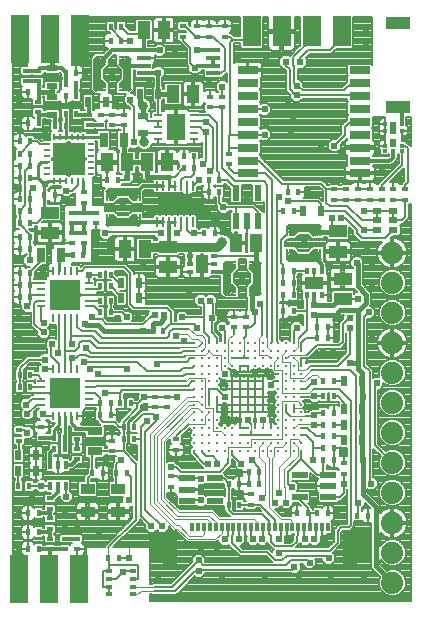
<source format=gtl>
G75*
%MOIN*%
%OFA0B0*%
%FSLAX24Y24*%
%IPPOS*%
%LPD*%
%AMOC8*
5,1,8,0,0,1.08239X$1,22.5*
%
%ADD10R,0.0079X0.0157*%
%ADD11R,0.0098X0.0276*%
%ADD12R,0.0276X0.0098*%
%ADD13R,0.1024X0.1024*%
%ADD14C,0.0320*%
%ADD15R,0.0236X0.0157*%
%ADD16R,0.0157X0.0236*%
%ADD17R,0.0600X0.1600*%
%ADD18R,0.0197X0.0354*%
%ADD19R,0.0197X0.0138*%
%ADD20R,0.0709X0.0276*%
%ADD21R,0.0709X0.0315*%
%ADD22R,0.0787X0.0394*%
%ADD23C,0.0118*%
%ADD24R,0.0300X0.1000*%
%ADD25R,0.0350X0.0100*%
%ADD26R,0.0150X0.0175*%
%ADD27R,0.0141X0.0141*%
%ADD28R,0.0212X0.0212*%
%ADD29R,0.0472X0.0138*%
%ADD30R,0.0433X0.0591*%
%ADD31R,0.1000X0.0300*%
%ADD32R,0.0100X0.0350*%
%ADD33R,0.0175X0.0150*%
%ADD34R,0.0315X0.0098*%
%ADD35R,0.0630X0.0906*%
%ADD36R,0.0102X0.0208*%
%ADD37R,0.0208X0.0102*%
%ADD38R,0.1063X0.1063*%
%ADD39C,0.0318*%
%ADD40R,0.0591X0.0433*%
%ADD41R,0.0354X0.0197*%
%ADD42R,0.0276X0.0512*%
%ADD43C,0.0740*%
%ADD44R,0.0118X0.0118*%
%ADD45R,0.0217X0.0394*%
%ADD46R,0.0217X0.0315*%
%ADD47R,0.0315X0.0230*%
%ADD48R,0.0118X0.0315*%
%ADD49R,0.0945X0.0866*%
%ADD50R,0.0512X0.0335*%
%ADD51R,0.0140X0.0240*%
%ADD52R,0.0630X0.0390*%
%ADD53R,0.0240X0.0140*%
%ADD54R,0.0390X0.0630*%
%ADD55R,0.0520X0.0220*%
%ADD56R,0.0512X0.0276*%
%ADD57R,0.0157X0.0315*%
%ADD58R,0.0110X0.0323*%
%ADD59R,0.0384X0.0098*%
%ADD60R,0.1122X0.0642*%
%ADD61R,0.0220X0.0520*%
%ADD62R,0.0472X0.0374*%
%ADD63R,0.0600X0.1000*%
%ADD64C,0.0118*%
%ADD65C,0.0098*%
%ADD66C,0.0238*%
%ADD67C,0.0079*%
%ADD68C,0.0039*%
%ADD69C,0.0197*%
%ADD70C,0.0157*%
%ADD71C,0.0317*%
%ADD72C,0.0315*%
D10*
X013166Y013331D03*
X013718Y013331D03*
D11*
X003166Y011481D03*
X002970Y011481D03*
X002773Y011481D03*
X002576Y011481D03*
X002379Y011481D03*
X002379Y009906D03*
X002576Y009906D03*
X002773Y009906D03*
X002970Y009906D03*
X003166Y009906D03*
X003166Y008213D03*
X002970Y008213D03*
X002773Y008213D03*
X002576Y008213D03*
X002379Y008213D03*
X002379Y006639D03*
X002576Y006639D03*
X002773Y006639D03*
X002970Y006639D03*
X003166Y006639D03*
D12*
X003560Y007032D03*
X003560Y007229D03*
X003560Y007426D03*
X003560Y007623D03*
X003560Y007820D03*
X001985Y007820D03*
X001985Y007623D03*
X001985Y007426D03*
X001985Y007229D03*
X001985Y007032D03*
X001985Y010300D03*
X001985Y010497D03*
X001985Y010694D03*
X001985Y010891D03*
X001985Y011087D03*
X003560Y011087D03*
X003560Y010891D03*
X003560Y010694D03*
X003560Y010497D03*
X003560Y010300D03*
D13*
X002773Y010694D03*
X002773Y007426D03*
D14*
X002517Y007170D03*
X003029Y007170D03*
X003029Y007682D03*
X002517Y007682D03*
X002517Y010438D03*
X002517Y010950D03*
X003029Y010950D03*
X003029Y010438D03*
D15*
X003009Y012406D03*
X003009Y012761D03*
X003009Y013076D03*
X003009Y013430D03*
X003403Y013430D03*
X003403Y013745D03*
X003403Y014099D03*
X003796Y013430D03*
X003796Y013076D03*
X003403Y013076D03*
X003403Y012761D03*
X003403Y012406D03*
X003560Y016343D03*
X003560Y016698D03*
X003954Y016698D03*
X003954Y016343D03*
X004348Y016343D03*
X004348Y016698D03*
X004741Y016698D03*
X004741Y016343D03*
X006710Y019296D03*
X006710Y019650D03*
X007182Y019650D03*
X007182Y019296D03*
X007576Y019296D03*
X007576Y019650D03*
X008088Y019650D03*
X008088Y019296D03*
X008009Y017288D03*
X008009Y016934D03*
X007615Y016934D03*
X007615Y017288D03*
X008245Y015398D03*
X008245Y015044D03*
X011749Y014217D03*
X011749Y013863D03*
X012143Y013863D03*
X012143Y014217D03*
X012537Y014217D03*
X012537Y013863D03*
X012930Y013863D03*
X012930Y014217D03*
X013324Y014217D03*
X013324Y013863D03*
X013718Y013863D03*
X013718Y014217D03*
X014111Y014217D03*
X014111Y013863D03*
X008796Y009965D03*
X008796Y009611D03*
X008403Y009611D03*
X008403Y009965D03*
X006159Y007288D03*
X006159Y006934D03*
X005765Y006934D03*
X005765Y007288D03*
X006474Y005871D03*
X006474Y005517D03*
X006316Y004650D03*
X006316Y004296D03*
X004348Y005477D03*
X004348Y005831D03*
X003166Y005871D03*
X003166Y005556D03*
X003166Y005202D03*
X003166Y006225D03*
X001985Y006284D03*
X001985Y005930D03*
X001237Y005831D03*
X001237Y006186D03*
X002261Y003902D03*
X002261Y003548D03*
X002261Y003233D03*
X002261Y002879D03*
X002261Y002564D03*
X002261Y002209D03*
X002773Y002209D03*
X002773Y002564D03*
X003166Y002564D03*
X003166Y002209D03*
X008954Y003686D03*
X008954Y004040D03*
X012064Y004729D03*
X012064Y005083D03*
X001867Y016776D03*
X001867Y017131D03*
X001867Y017800D03*
X001867Y018154D03*
X001474Y018154D03*
X001474Y017800D03*
D16*
X001533Y017465D03*
X001887Y017465D03*
X001887Y016402D03*
X001533Y016402D03*
X001611Y015812D03*
X001257Y015812D03*
X001257Y015379D03*
X001611Y015379D03*
X001611Y014985D03*
X001257Y014985D03*
X001257Y014591D03*
X001611Y014591D03*
X001611Y013883D03*
X001257Y013883D03*
X001257Y013489D03*
X001611Y013489D03*
X001611Y013095D03*
X001257Y013095D03*
X001257Y012623D03*
X001611Y012623D03*
X001611Y012229D03*
X001257Y012229D03*
X001257Y011402D03*
X001611Y011402D03*
X001611Y011009D03*
X001257Y011009D03*
X001257Y010615D03*
X001611Y010615D03*
X003029Y012032D03*
X003383Y012032D03*
X003934Y011363D03*
X003934Y010969D03*
X003934Y010497D03*
X003934Y010103D03*
X004289Y010103D03*
X004289Y010497D03*
X004289Y010969D03*
X004289Y011363D03*
X005686Y009473D03*
X006040Y009473D03*
X004958Y007072D03*
X004603Y007072D03*
X004289Y007072D03*
X004289Y006678D03*
X003934Y006678D03*
X003934Y007072D03*
X004722Y006284D03*
X005076Y006284D03*
X005076Y005891D03*
X004722Y005891D03*
X004840Y004749D03*
X004485Y004749D03*
X004033Y004749D03*
X003678Y004749D03*
X002753Y005536D03*
X002753Y005930D03*
X002399Y005930D03*
X002399Y005536D03*
X001572Y004316D03*
X001218Y004316D03*
X001533Y003410D03*
X001887Y003410D03*
X001887Y002780D03*
X001533Y002780D03*
X001533Y002229D03*
X001887Y002229D03*
X004210Y001914D03*
X004564Y001914D03*
X008226Y003686D03*
X008580Y003686D03*
X008580Y004394D03*
X008895Y004394D03*
X008895Y004788D03*
X009249Y004788D03*
X009249Y004394D03*
X008226Y004394D03*
X010509Y003410D03*
X010863Y003410D03*
X011178Y003410D03*
X011533Y003410D03*
X012517Y003331D03*
X012871Y003331D03*
X011729Y005182D03*
X011729Y005576D03*
X011729Y005969D03*
X011729Y006363D03*
X011729Y006757D03*
X011375Y006757D03*
X011375Y006363D03*
X011375Y005969D03*
X011375Y005576D03*
X011375Y005182D03*
X011375Y007308D03*
X011375Y007820D03*
X011729Y007820D03*
X011729Y007308D03*
X011533Y009237D03*
X011178Y009237D03*
X011178Y009631D03*
X011533Y009631D03*
X010391Y010143D03*
X010037Y010143D03*
X010037Y010694D03*
X010391Y010694D03*
X010391Y011087D03*
X010391Y011481D03*
X010037Y011481D03*
X010037Y011087D03*
X010037Y013489D03*
X010391Y013489D03*
X010548Y014119D03*
X010194Y014119D03*
X007911Y014119D03*
X007556Y014119D03*
X007556Y014513D03*
X007911Y014513D03*
X007084Y014906D03*
X007084Y015300D03*
X006729Y015300D03*
X006729Y014906D03*
X007399Y012741D03*
X007753Y012741D03*
X004525Y014513D03*
X004170Y014513D03*
X002792Y016324D03*
X002792Y016717D03*
X003147Y016717D03*
X003147Y017308D03*
X002792Y017308D03*
X002792Y017702D03*
X003147Y017702D03*
X003147Y018095D03*
X002792Y018095D03*
X002438Y016324D03*
X002438Y014001D03*
X002084Y014001D03*
X004289Y019158D03*
X004643Y019158D03*
X004643Y019631D03*
X004289Y019631D03*
X001611Y008017D03*
X001257Y008017D03*
X001257Y007623D03*
X001611Y007623D03*
D17*
X001237Y001206D03*
X002237Y001206D03*
X003237Y001206D03*
X003257Y019217D03*
X002257Y019217D03*
X001257Y019217D03*
D18*
X003540Y017111D03*
X004131Y017111D03*
X005273Y017387D03*
X005863Y017387D03*
X005233Y011087D03*
X005233Y010576D03*
X004643Y010576D03*
X004643Y011087D03*
X001808Y005339D03*
X001808Y004828D03*
X001218Y004828D03*
X001218Y005339D03*
X010706Y013489D03*
X011296Y013489D03*
X012084Y007820D03*
X012674Y007820D03*
X012674Y006875D03*
X012674Y006363D03*
X012674Y005851D03*
X012084Y005851D03*
X012084Y006363D03*
X012084Y006875D03*
D19*
X005027Y001471D03*
X005027Y001215D03*
X005027Y000959D03*
X005027Y000704D03*
X004220Y000704D03*
X004220Y000959D03*
X004220Y001215D03*
X004220Y001471D03*
D20*
X008855Y014749D03*
X008855Y018174D03*
X012596Y018174D03*
X012596Y014749D03*
D21*
X012596Y015162D03*
X012596Y015595D03*
X012596Y016028D03*
X012596Y016461D03*
X012596Y016894D03*
X012596Y017328D03*
X012596Y017761D03*
X008855Y017761D03*
X008855Y017328D03*
X008855Y016894D03*
X008855Y016461D03*
X008855Y016028D03*
X008855Y015595D03*
X008855Y015162D03*
D22*
X013875Y016963D03*
X013875Y019759D03*
D23*
X010647Y009080D03*
X010647Y008824D03*
X010647Y008568D03*
X010647Y008312D03*
X010647Y008056D03*
X010647Y007800D03*
X010647Y007544D03*
X010647Y007288D03*
X010647Y007032D03*
X010647Y006776D03*
X010647Y006520D03*
X010647Y006265D03*
X010647Y006009D03*
X010647Y005753D03*
X010391Y005753D03*
X010391Y006009D03*
X010391Y006265D03*
X010391Y006520D03*
X010135Y006520D03*
X010135Y006265D03*
X010135Y006009D03*
X010135Y005753D03*
X009879Y005753D03*
X009879Y006009D03*
X009879Y006265D03*
X009879Y006520D03*
X009879Y006776D03*
X010135Y006776D03*
X010391Y006776D03*
X010391Y007032D03*
X010135Y007032D03*
X010135Y007288D03*
X010391Y007288D03*
X010391Y007544D03*
X010391Y007800D03*
X010391Y008056D03*
X010135Y008056D03*
X010135Y007800D03*
X010135Y007544D03*
X009879Y007544D03*
X009879Y007288D03*
X009879Y007032D03*
X009879Y007800D03*
X009879Y008056D03*
X009879Y008312D03*
X009879Y008568D03*
X009879Y008824D03*
X009879Y009080D03*
X009623Y009080D03*
X009623Y008824D03*
X009623Y008568D03*
X009623Y008312D03*
X009367Y008312D03*
X009111Y008312D03*
X009111Y008568D03*
X009111Y008824D03*
X009111Y009080D03*
X009367Y009080D03*
X009367Y008824D03*
X009367Y008568D03*
X008855Y008568D03*
X008855Y008824D03*
X008855Y009080D03*
X008600Y009080D03*
X008600Y008824D03*
X008600Y008568D03*
X008600Y008312D03*
X008855Y008312D03*
X008855Y007800D03*
X008855Y007544D03*
X008855Y007288D03*
X008855Y007032D03*
X008600Y007032D03*
X008600Y007288D03*
X008600Y007544D03*
X008600Y007800D03*
X008344Y007800D03*
X008344Y007544D03*
X008344Y007288D03*
X008344Y007032D03*
X008344Y006776D03*
X008600Y006776D03*
X008855Y006776D03*
X009111Y006776D03*
X009367Y006776D03*
X009367Y007032D03*
X009111Y007032D03*
X009111Y007288D03*
X009111Y007544D03*
X009111Y007800D03*
X009367Y007800D03*
X009367Y007544D03*
X009367Y007288D03*
X009367Y006265D03*
X009111Y006265D03*
X009111Y006009D03*
X009111Y005753D03*
X009367Y005753D03*
X009367Y006009D03*
X009623Y006009D03*
X009623Y006265D03*
X009623Y005753D03*
X009623Y005497D03*
X009367Y005497D03*
X009111Y005497D03*
X008855Y005497D03*
X008600Y005497D03*
X008600Y005753D03*
X008600Y006009D03*
X008600Y006265D03*
X008855Y006265D03*
X008855Y006009D03*
X008855Y005753D03*
X008344Y005753D03*
X008344Y006009D03*
X008344Y006265D03*
X008088Y006265D03*
X008088Y006009D03*
X008088Y005753D03*
X008088Y005497D03*
X008344Y005497D03*
X007832Y005497D03*
X007832Y005753D03*
X007832Y006009D03*
X007832Y006265D03*
X007832Y006520D03*
X007832Y006776D03*
X007576Y006776D03*
X007576Y006520D03*
X007576Y006265D03*
X007576Y006009D03*
X007576Y005753D03*
X007320Y005753D03*
X007320Y006009D03*
X007320Y006265D03*
X007320Y006520D03*
X007064Y006520D03*
X007064Y006265D03*
X007064Y006009D03*
X007064Y005753D03*
X007064Y005497D03*
X007320Y005497D03*
X007576Y005497D03*
X007320Y006776D03*
X007064Y006776D03*
X007064Y007032D03*
X007320Y007032D03*
X007320Y007288D03*
X007064Y007288D03*
X007064Y007544D03*
X007064Y007800D03*
X007064Y008056D03*
X007320Y008056D03*
X007320Y007800D03*
X007320Y007544D03*
X007576Y007544D03*
X007576Y007288D03*
X007576Y007032D03*
X007832Y007032D03*
X007832Y007288D03*
X007832Y007544D03*
X007832Y007800D03*
X007832Y008056D03*
X007832Y008312D03*
X007832Y008568D03*
X007832Y008824D03*
X007832Y009080D03*
X008088Y009080D03*
X008344Y009080D03*
X008344Y008824D03*
X008088Y008824D03*
X008088Y008568D03*
X008344Y008568D03*
X008344Y008312D03*
X008088Y008312D03*
X007576Y008312D03*
X007576Y008568D03*
X007576Y008824D03*
X007576Y009080D03*
X007320Y009080D03*
X007064Y009080D03*
X007064Y008824D03*
X007320Y008824D03*
X007320Y008568D03*
X007064Y008568D03*
X007064Y008312D03*
X007320Y008312D03*
X007576Y008056D03*
X007576Y007800D03*
X009879Y005497D03*
X010135Y005497D03*
X010391Y005497D03*
X010647Y005497D03*
X010391Y008312D03*
X010391Y008568D03*
X010391Y008824D03*
X010391Y009080D03*
X010135Y009080D03*
X010135Y008824D03*
X010135Y008568D03*
X010135Y008312D03*
D24*
X009178Y011245D03*
X008178Y011245D03*
X004848Y018056D03*
X003848Y018056D03*
D25*
X003973Y017506D03*
X004723Y017506D03*
X004723Y018606D03*
X003973Y018606D03*
X008303Y011795D03*
X009053Y011795D03*
X009053Y010695D03*
X008303Y010695D03*
D26*
X008403Y010832D03*
X008953Y010832D03*
X008953Y011657D03*
X008403Y011657D03*
X004623Y017643D03*
X004073Y017643D03*
X004073Y018468D03*
X004623Y018468D03*
D27*
G36*
X004800Y018556D02*
X004898Y018654D01*
X004996Y018556D01*
X004898Y018458D01*
X004800Y018556D01*
G37*
G36*
X004800Y017556D02*
X004898Y017654D01*
X004996Y017556D01*
X004898Y017458D01*
X004800Y017556D01*
G37*
G36*
X003895Y017556D02*
X003797Y017458D01*
X003699Y017556D01*
X003797Y017654D01*
X003895Y017556D01*
G37*
G36*
X003895Y018556D02*
X003797Y018458D01*
X003699Y018556D01*
X003797Y018654D01*
X003895Y018556D01*
G37*
G36*
X004202Y014059D02*
X004104Y014157D01*
X004202Y014255D01*
X004300Y014157D01*
X004202Y014059D01*
G37*
G36*
X004202Y013155D02*
X004300Y013057D01*
X004202Y012959D01*
X004104Y013057D01*
X004202Y013155D01*
G37*
G36*
X005202Y013155D02*
X005300Y013057D01*
X005202Y012959D01*
X005104Y013057D01*
X005202Y013155D01*
G37*
G36*
X005202Y014059D02*
X005104Y014157D01*
X005202Y014255D01*
X005300Y014157D01*
X005202Y014059D01*
G37*
G36*
X008226Y011745D02*
X008128Y011647D01*
X008030Y011745D01*
X008128Y011843D01*
X008226Y011745D01*
G37*
G36*
X008226Y010745D02*
X008128Y010647D01*
X008030Y010745D01*
X008128Y010843D01*
X008226Y010745D01*
G37*
G36*
X009131Y010745D02*
X009229Y010843D01*
X009327Y010745D01*
X009229Y010647D01*
X009131Y010745D01*
G37*
G36*
X009131Y011745D02*
X009229Y011843D01*
X009327Y011745D01*
X009229Y011647D01*
X009131Y011745D01*
G37*
G36*
X010225Y011974D02*
X010323Y011876D01*
X010225Y011778D01*
X010127Y011876D01*
X010225Y011974D01*
G37*
G36*
X010225Y012878D02*
X010127Y012976D01*
X010225Y013074D01*
X010323Y012976D01*
X010225Y012878D01*
G37*
G36*
X011226Y012878D02*
X011128Y012976D01*
X011226Y013074D01*
X011324Y012976D01*
X011226Y012878D01*
G37*
G36*
X011226Y011974D02*
X011324Y011876D01*
X011226Y011778D01*
X011128Y011876D01*
X011226Y011974D01*
G37*
D28*
G36*
X011050Y012225D02*
X011199Y012076D01*
X011050Y011927D01*
X010901Y012076D01*
X011050Y012225D01*
G37*
G36*
X011050Y012627D02*
X010901Y012776D01*
X011050Y012925D01*
X011199Y012776D01*
X011050Y012627D01*
G37*
G36*
X010402Y012627D02*
X010253Y012776D01*
X010402Y012925D01*
X010551Y012776D01*
X010402Y012627D01*
G37*
G36*
X010402Y012225D02*
X010551Y012076D01*
X010402Y011927D01*
X010253Y012076D01*
X010402Y012225D01*
G37*
G36*
X008879Y011569D02*
X009028Y011718D01*
X009177Y011569D01*
X009028Y011420D01*
X008879Y011569D01*
G37*
G36*
X008879Y010921D02*
X009028Y011070D01*
X009177Y010921D01*
X009028Y010772D01*
X008879Y010921D01*
G37*
G36*
X008477Y010921D02*
X008328Y010772D01*
X008179Y010921D01*
X008328Y011070D01*
X008477Y010921D01*
G37*
G36*
X008477Y011569D02*
X008328Y011420D01*
X008179Y011569D01*
X008328Y011718D01*
X008477Y011569D01*
G37*
G36*
X005026Y013406D02*
X005175Y013257D01*
X005026Y013108D01*
X004877Y013257D01*
X005026Y013406D01*
G37*
G36*
X005026Y013808D02*
X004877Y013957D01*
X005026Y014106D01*
X005175Y013957D01*
X005026Y013808D01*
G37*
G36*
X004378Y013808D02*
X004229Y013957D01*
X004378Y014106D01*
X004527Y013957D01*
X004378Y013808D01*
G37*
G36*
X004378Y013406D02*
X004527Y013257D01*
X004378Y013108D01*
X004229Y013257D01*
X004378Y013406D01*
G37*
G36*
X004549Y017732D02*
X004698Y017881D01*
X004847Y017732D01*
X004698Y017583D01*
X004549Y017732D01*
G37*
G36*
X004549Y018380D02*
X004698Y018529D01*
X004847Y018380D01*
X004698Y018231D01*
X004549Y018380D01*
G37*
G36*
X004147Y018380D02*
X003998Y018231D01*
X003849Y018380D01*
X003998Y018529D01*
X004147Y018380D01*
G37*
G36*
X004147Y017732D02*
X003998Y017583D01*
X003849Y017732D01*
X003998Y017881D01*
X004147Y017732D01*
G37*
D29*
X005401Y018066D03*
X005401Y018322D03*
X005401Y018578D03*
X005401Y018833D03*
X007704Y018833D03*
X007704Y018578D03*
X007704Y018322D03*
X007704Y018066D03*
D30*
X007044Y017387D03*
X006375Y017387D03*
X006060Y019513D03*
X005391Y019513D03*
X005509Y015103D03*
X004840Y015103D03*
X004170Y015103D03*
X006178Y015103D03*
X005430Y012209D03*
X004761Y012209D03*
X008462Y012426D03*
X009131Y012426D03*
D31*
X010726Y012926D03*
X010726Y011926D03*
X004702Y013107D03*
X004702Y014107D03*
D32*
X005252Y013982D03*
X005252Y013232D03*
X004152Y013232D03*
X004152Y013982D03*
X010176Y012801D03*
X010176Y012051D03*
X011276Y012051D03*
X011276Y012801D03*
D33*
X011138Y012701D03*
X011138Y012151D03*
X010313Y012151D03*
X010313Y012701D03*
X005114Y013332D03*
X005114Y013882D03*
X004289Y013882D03*
X004289Y013332D03*
D34*
X005883Y015891D03*
X005883Y016087D03*
X005883Y016284D03*
X005883Y016481D03*
X005883Y016678D03*
X007064Y016678D03*
X007064Y016481D03*
X007064Y016284D03*
X007064Y016087D03*
X007064Y015891D03*
D35*
X006474Y016284D03*
D36*
X003383Y015955D03*
X003186Y015955D03*
X002989Y015955D03*
X002792Y015955D03*
X002596Y015955D03*
X002399Y015955D03*
X002399Y014487D03*
X002596Y014487D03*
X002792Y014487D03*
X002989Y014487D03*
X003186Y014487D03*
X003383Y014487D03*
D37*
X003625Y014729D03*
X003625Y014926D03*
X003625Y015123D03*
X003625Y015320D03*
X003625Y015517D03*
X003625Y015713D03*
X002157Y015713D03*
X002157Y015517D03*
X002157Y015320D03*
X002157Y015123D03*
X002157Y014926D03*
X002157Y014729D03*
D38*
X002891Y015221D03*
D39*
X002891Y015221D03*
X003180Y014932D03*
X003180Y015511D03*
X002601Y015511D03*
X002601Y014932D03*
X006040Y013725D03*
X006434Y013725D03*
X006828Y013725D03*
D40*
X006198Y012288D03*
X006198Y011619D03*
X002261Y012761D03*
X002261Y013430D03*
X011867Y012800D03*
X011867Y012131D03*
X012025Y011225D03*
X012025Y010556D03*
D41*
X005371Y016068D03*
X005371Y016658D03*
X002340Y016698D03*
X002340Y017288D03*
X002340Y017643D03*
X002340Y018233D03*
D42*
X004052Y015851D03*
X004722Y015851D03*
X002635Y012032D03*
X001966Y012032D03*
D43*
X013678Y012087D03*
X013678Y011087D03*
X013678Y010087D03*
X013678Y009087D03*
X013678Y008087D03*
X013678Y007087D03*
X013678Y006087D03*
X013678Y005087D03*
X013678Y004087D03*
X013678Y003087D03*
X013678Y002087D03*
X013678Y001087D03*
D44*
X013718Y015487D03*
X014013Y015487D03*
X014013Y015664D03*
X014013Y016164D03*
X014013Y016373D03*
X013422Y016373D03*
X013422Y016164D03*
X013422Y015664D03*
X013422Y015487D03*
D45*
X013718Y016235D03*
D46*
X013718Y015763D03*
D47*
X013718Y013489D03*
X013718Y013174D03*
X013718Y012859D03*
X013166Y012859D03*
X013166Y013174D03*
X013166Y013489D03*
D48*
X011533Y002938D03*
X011336Y002938D03*
X011139Y002938D03*
X010942Y002938D03*
X010745Y002938D03*
X010548Y002938D03*
X010351Y002938D03*
X010155Y002938D03*
X009958Y002938D03*
X009761Y002938D03*
X009564Y002938D03*
X009367Y002938D03*
X009170Y002938D03*
X008974Y002938D03*
X008777Y002938D03*
X008580Y002938D03*
X008383Y002938D03*
X008186Y002938D03*
X007989Y002938D03*
X007792Y002938D03*
X007596Y002938D03*
X007399Y002938D03*
X007202Y002938D03*
X007005Y002938D03*
D49*
X006040Y002308D03*
X012497Y002308D03*
D50*
X012281Y001707D03*
X006257Y001707D03*
D51*
X010820Y010677D03*
X011080Y010677D03*
X011340Y010677D03*
X011340Y011497D03*
X011080Y011497D03*
X010820Y011497D03*
D52*
X011080Y011087D03*
D53*
X007750Y011457D03*
X007750Y011717D03*
X007750Y011977D03*
X006930Y011977D03*
X006930Y011717D03*
X006930Y011457D03*
D54*
X007340Y011717D03*
D55*
X010610Y004686D03*
X010610Y003946D03*
X011550Y003946D03*
X011550Y004316D03*
X011550Y004686D03*
X007770Y004568D03*
X007770Y003828D03*
X006830Y003828D03*
X006830Y004198D03*
X006830Y004568D03*
D56*
X003757Y005477D03*
X003757Y006146D03*
D57*
X002792Y005024D03*
X002537Y005024D03*
X002281Y005024D03*
X002281Y004316D03*
X002537Y004316D03*
X002792Y004316D03*
D58*
X005844Y013131D03*
X006040Y013131D03*
X006237Y013131D03*
X006434Y013131D03*
X006631Y013131D03*
X006828Y013131D03*
X007025Y013131D03*
X007025Y014320D03*
X006828Y014320D03*
X006631Y014320D03*
X006434Y014320D03*
X006237Y014320D03*
X006040Y014320D03*
X005844Y014320D03*
D59*
X005681Y013997D03*
X005681Y013816D03*
X005681Y013635D03*
X005681Y013454D03*
X007187Y013454D03*
X007187Y013635D03*
X007187Y013816D03*
X007187Y013997D03*
D60*
X006434Y013725D03*
D61*
X008466Y014077D03*
X009206Y014077D03*
X009206Y013137D03*
X008836Y013137D03*
X008466Y013137D03*
D62*
X004544Y004227D03*
X004544Y003459D03*
X003521Y003459D03*
X003521Y004227D03*
D63*
X008989Y019470D03*
X009989Y019470D03*
X010989Y019470D03*
X011989Y019470D03*
D64*
X013875Y016963D02*
X014013Y016963D01*
X014013Y016373D01*
X013718Y015487D02*
X013718Y015339D01*
X013717Y015339D02*
X013715Y015314D01*
X013710Y015289D01*
X013701Y015265D01*
X013689Y015243D01*
X013674Y015223D01*
X013656Y015205D01*
X013636Y015190D01*
X013614Y015178D01*
X013590Y015169D01*
X013565Y015164D01*
X013540Y015162D01*
X012596Y015162D01*
X011226Y011876D02*
X011158Y011876D01*
X011340Y011694D01*
X011340Y011497D01*
X011080Y010677D02*
X011080Y010339D01*
X008178Y011245D02*
X008178Y011457D01*
X007750Y011457D01*
X006930Y011717D02*
X006930Y011977D01*
X006930Y012288D01*
X006237Y012288D02*
X006237Y013131D01*
X006040Y013131D02*
X005844Y013131D01*
X005202Y013131D01*
X005202Y013057D01*
X005202Y014157D02*
X005364Y014320D01*
X005844Y014320D01*
X006040Y014320D01*
X005863Y017387D02*
X005863Y018076D01*
X005883Y018095D01*
X005853Y018066D01*
X005401Y018066D01*
X005401Y018322D02*
X004698Y018322D01*
X004698Y018380D01*
X004338Y018833D02*
X003998Y018493D01*
X003998Y018380D01*
X004338Y018833D02*
X005401Y018833D01*
X005913Y018833D01*
X005922Y018843D01*
X005401Y018833D02*
X005401Y019513D01*
X005391Y019513D01*
X007103Y018253D02*
X007172Y018322D01*
X007704Y018322D01*
X007704Y018578D01*
X007704Y018833D02*
X007192Y018833D01*
X007182Y018843D01*
X003954Y016343D02*
X003560Y016343D01*
X003560Y016698D02*
X003147Y016698D01*
X003147Y016717D01*
X003560Y016698D02*
X003560Y017111D01*
X003540Y017111D01*
X003147Y017308D02*
X003147Y017702D01*
X002792Y017702D02*
X002792Y018095D01*
X002655Y018233D01*
X002340Y018233D01*
X001946Y018233D01*
X001867Y018154D01*
X001474Y018154D01*
X001474Y017800D02*
X001867Y017800D01*
X001887Y017800D01*
X001887Y017465D01*
X001887Y017131D01*
X001867Y017131D01*
X001867Y016776D02*
X001887Y016776D01*
X001887Y016698D01*
X001887Y016402D01*
X001887Y016698D02*
X002340Y016698D01*
X002438Y016698D01*
X002438Y016324D01*
X003403Y013745D02*
X003403Y013430D01*
X003796Y013430D01*
X003403Y013430D02*
X003009Y013430D01*
X003009Y013095D02*
X003009Y012761D01*
X003403Y012761D01*
X003403Y013076D01*
X003009Y013076D01*
X003403Y012406D02*
X003403Y012052D01*
X003383Y012032D01*
X003029Y012032D02*
X002635Y012032D01*
X003166Y006225D02*
X003757Y006225D01*
X003757Y006146D01*
X003166Y005871D02*
X003166Y005556D01*
X003166Y005202D02*
X002989Y005024D01*
X002792Y005024D01*
X002753Y005536D02*
X002753Y005930D01*
X002399Y005930D02*
X001985Y005930D01*
X002399Y005536D02*
X002281Y005418D01*
X002281Y005024D01*
X002537Y004316D02*
X002537Y004119D01*
X002320Y003902D01*
X002261Y003902D01*
X002261Y003548D02*
X002261Y003410D01*
X001887Y003410D01*
X002261Y003410D02*
X002261Y003233D01*
X002261Y002879D02*
X002261Y002780D01*
X001887Y002780D01*
X002261Y002780D02*
X002261Y002564D01*
X002261Y002209D02*
X002084Y002209D01*
X001985Y002229D01*
X001887Y002229D01*
X002261Y002209D02*
X002773Y002209D01*
X002773Y002564D02*
X003166Y002564D01*
X002261Y002209D02*
X002261Y001206D01*
X002237Y001206D01*
D65*
X002399Y005930D02*
X002399Y006186D01*
X002576Y006363D01*
X002576Y006639D01*
X002773Y006639D02*
X002773Y005930D01*
X002753Y005930D01*
X003166Y006225D02*
X002970Y006422D01*
X002970Y006639D01*
X002576Y011481D02*
X002576Y012032D01*
X002635Y012032D01*
X002261Y013430D02*
X002084Y013430D01*
X002084Y014001D01*
X002084Y014375D01*
X002103Y014394D01*
X002064Y014394D01*
X001867Y014591D01*
X001611Y014591D01*
X001867Y014591D02*
X001867Y015024D01*
X001966Y015123D01*
X002157Y015123D01*
X002196Y014487D02*
X002399Y014487D01*
X002196Y014487D02*
X002103Y014394D01*
X002399Y015955D02*
X002596Y015955D01*
X002792Y015955D01*
X002792Y016324D01*
X002792Y016717D01*
X002792Y015955D02*
X002989Y015955D01*
X003186Y015955D01*
X003383Y015955D01*
X004052Y015955D01*
X004052Y015851D01*
X003383Y014487D02*
X003383Y014099D01*
X003403Y014099D01*
X006237Y014320D02*
X006237Y014631D01*
X006237Y014320D02*
X006434Y014320D01*
X006434Y013131D02*
X006237Y013131D01*
D66*
X005962Y012741D03*
X006513Y012741D03*
X007064Y012741D03*
X007340Y011875D03*
X007340Y011560D03*
X006907Y010851D03*
X007300Y010497D03*
X007615Y010497D03*
X008009Y010064D03*
X007655Y009906D03*
X008009Y009591D03*
X007182Y009591D03*
X006749Y009158D03*
X006474Y009316D03*
X006670Y009946D03*
X006080Y010024D03*
X005765Y010024D03*
X005804Y010654D03*
X005883Y011127D03*
X006198Y011127D03*
X006513Y011127D03*
X005371Y011639D03*
X004269Y011835D03*
X004269Y012150D03*
X004269Y012465D03*
X004111Y012741D03*
X003796Y012741D03*
X003796Y012387D03*
X003796Y012032D03*
X003560Y011363D03*
X003678Y009946D03*
X003442Y009709D03*
X003009Y009040D03*
X003009Y008568D03*
X003403Y008450D03*
X003600Y008213D03*
X003875Y008056D03*
X004111Y007426D03*
X004584Y006678D03*
X004348Y006127D03*
X004623Y005182D03*
X004151Y005143D03*
X005056Y005536D03*
X005489Y006481D03*
X005804Y006599D03*
X005411Y006954D03*
X005411Y007269D03*
X004820Y008213D03*
X005371Y009473D03*
X005214Y009985D03*
X004820Y009946D03*
X005844Y008371D03*
X006513Y007269D03*
X006474Y005221D03*
X006316Y004946D03*
X006946Y005024D03*
X007300Y004552D03*
X007300Y004198D03*
X007300Y003843D03*
X007970Y003489D03*
X008600Y004040D03*
X009348Y003922D03*
X009781Y003765D03*
X009899Y004080D03*
X010135Y003765D03*
X010174Y003450D03*
X010332Y004276D03*
X011080Y003765D03*
X011828Y003410D03*
X012064Y004394D03*
X012537Y003765D03*
X012970Y004394D03*
X012694Y005182D03*
X012064Y005457D03*
X011040Y005182D03*
X011080Y006363D03*
X011080Y006678D03*
X011080Y006993D03*
X011080Y007308D03*
X011080Y007780D03*
X011355Y008765D03*
X011710Y008765D03*
X011789Y009394D03*
X012261Y009591D03*
X012261Y009906D03*
X012537Y010556D03*
X012891Y010103D03*
X013009Y009316D03*
X013009Y008686D03*
X013166Y007741D03*
X012694Y007269D03*
X012261Y008410D03*
X011080Y010024D03*
X011080Y010339D03*
X011237Y011087D03*
X010922Y011087D03*
X011592Y011678D03*
X012025Y011678D03*
X012497Y011757D03*
X012851Y012308D03*
X012733Y012859D03*
X012733Y013489D03*
X011985Y013253D03*
X011670Y013253D03*
X010883Y014119D03*
X010922Y015064D03*
X011316Y015576D03*
X011749Y015654D03*
X011985Y015418D03*
X011985Y014749D03*
X013166Y015418D03*
X013324Y014788D03*
X013914Y014552D03*
X014151Y015891D03*
X013166Y016520D03*
X012812Y019119D03*
X012812Y019513D03*
X010607Y018450D03*
X010135Y018450D03*
X010489Y017662D03*
X010489Y017347D03*
X010214Y017190D03*
X010371Y016639D03*
X010292Y016009D03*
X010332Y015064D03*
X009899Y013961D03*
X010214Y013804D03*
X010726Y012426D03*
X009269Y010379D03*
X009111Y010103D03*
X008678Y011245D03*
X010096Y009670D03*
X010489Y009591D03*
X009495Y008056D03*
X009623Y007672D03*
X009623Y007288D03*
X009623Y006904D03*
X009367Y006520D03*
X008855Y006520D03*
X008472Y006520D03*
X008088Y006520D03*
X008088Y006904D03*
X008088Y007288D03*
X008088Y008056D03*
X008472Y008056D03*
X009111Y008056D03*
X008993Y005182D03*
X008639Y005064D03*
X007851Y005064D03*
X007537Y005064D03*
X006316Y004001D03*
X006001Y002977D03*
X005647Y002977D03*
X005174Y002623D03*
X004899Y001914D03*
X004702Y001442D03*
X003914Y002780D03*
X003166Y002977D03*
X002773Y002977D03*
X002773Y003489D03*
X002812Y003961D03*
X001985Y004316D03*
X001670Y003922D03*
X001237Y003410D03*
X001237Y002780D03*
X001237Y002229D03*
X001513Y006087D03*
X001513Y006717D03*
X001474Y007032D03*
X001237Y007269D03*
X002025Y006717D03*
X002103Y008213D03*
X002103Y008528D03*
X001907Y008961D03*
X002340Y009040D03*
X002537Y008765D03*
X002064Y009434D03*
X002064Y009749D03*
X001513Y010300D03*
X001237Y010064D03*
X001237Y009355D03*
X001237Y008646D03*
X002025Y011442D03*
X001592Y011835D03*
X001277Y011835D03*
X002300Y012308D03*
X002812Y013843D03*
X002812Y014158D03*
X002103Y014394D03*
X001710Y014237D03*
X001198Y014237D03*
X002103Y016048D03*
X001237Y016639D03*
X001237Y017032D03*
X001237Y017426D03*
X002970Y017013D03*
X003442Y018095D03*
X004348Y018056D03*
X004466Y017032D03*
X004938Y017190D03*
X005568Y017780D03*
X005883Y018095D03*
X006159Y018410D03*
X006434Y018725D03*
X006670Y018410D03*
X007103Y018253D03*
X007182Y018843D03*
X007576Y017741D03*
X008009Y017623D03*
X008521Y018607D03*
X008481Y019434D03*
X009466Y018607D03*
X010489Y019237D03*
X010489Y019670D03*
X009426Y016875D03*
X009466Y016402D03*
X009426Y016028D03*
X008836Y013883D03*
X008048Y013607D03*
X007222Y014513D03*
X007615Y014828D03*
X007379Y015064D03*
X007458Y016127D03*
X007458Y016442D03*
X006474Y016481D03*
X006474Y016087D03*
X005174Y014591D03*
X004840Y014591D03*
X004702Y013607D03*
X003836Y013804D03*
X003836Y014237D03*
X005056Y015772D03*
X005922Y018843D03*
X004938Y019158D03*
X003481Y008922D03*
X003560Y006639D03*
X004033Y003843D03*
X004899Y003843D03*
X005883Y001284D03*
X007222Y001481D03*
X007222Y001835D03*
X007300Y002269D03*
X007851Y002269D03*
X008088Y002544D03*
X008560Y002544D03*
X008796Y002347D03*
X009033Y002544D03*
X009348Y002544D03*
X009899Y002544D03*
X010214Y002544D03*
X009899Y002072D03*
X009426Y001284D03*
X010411Y001599D03*
X010568Y001284D03*
X010922Y001757D03*
X010765Y002544D03*
X011080Y002544D03*
X011434Y002544D03*
X011552Y001914D03*
X011631Y001284D03*
X012733Y001284D03*
X008009Y001284D03*
X013009Y011048D03*
X013009Y011599D03*
X014111Y012820D03*
D67*
X001022Y019964D02*
X001022Y000478D01*
X001474Y000478D01*
X001474Y001972D01*
X001436Y001972D01*
X001400Y001981D01*
X001368Y001999D01*
X001342Y002025D01*
X001324Y002057D01*
X001314Y002093D01*
X001314Y002229D01*
X001533Y002229D01*
X001533Y002229D01*
X001533Y002487D01*
X001630Y002487D01*
X001665Y002477D01*
X001697Y002459D01*
X001723Y002433D01*
X001741Y002401D01*
X001743Y002394D01*
X001776Y002426D01*
X001998Y002426D01*
X002044Y002380D01*
X002044Y002365D01*
X002053Y002356D01*
X002092Y002348D01*
X002110Y002367D01*
X002412Y002367D01*
X002431Y002347D01*
X002602Y002347D01*
X002622Y002367D01*
X002923Y002367D01*
X002929Y002361D01*
X002937Y002374D01*
X002963Y002400D01*
X002995Y002418D01*
X003002Y002420D01*
X002996Y002426D01*
X002943Y002426D01*
X002923Y002406D01*
X002622Y002406D01*
X002576Y002452D01*
X002576Y002675D01*
X002622Y002721D01*
X002923Y002721D01*
X002943Y002702D01*
X002996Y002702D01*
X003016Y002721D01*
X003317Y002721D01*
X003363Y002675D01*
X003363Y002452D01*
X003331Y002420D01*
X003338Y002418D01*
X003370Y002400D01*
X003396Y002374D01*
X003414Y002342D01*
X003424Y002307D01*
X003424Y002209D01*
X003166Y002209D01*
X003166Y002209D01*
X003166Y001991D01*
X003030Y001991D01*
X003009Y001997D01*
X003009Y000478D01*
X003481Y000478D01*
X003481Y002269D01*
X004092Y002269D01*
X004092Y002317D01*
X005017Y003243D01*
X005017Y003653D01*
X004989Y003625D01*
X004920Y003625D01*
X004920Y003499D01*
X004584Y003499D01*
X004584Y003420D01*
X004920Y003420D01*
X004920Y003254D01*
X004911Y003219D01*
X004892Y003187D01*
X004866Y003161D01*
X004834Y003143D01*
X004799Y003133D01*
X004584Y003133D01*
X004584Y003420D01*
X004505Y003420D01*
X004505Y003133D01*
X004290Y003133D01*
X004254Y003143D01*
X004223Y003161D01*
X004197Y003187D01*
X004178Y003219D01*
X004169Y003254D01*
X004169Y003420D01*
X004505Y003420D01*
X004505Y003499D01*
X004505Y003786D01*
X004290Y003786D01*
X004254Y003776D01*
X004223Y003758D01*
X004197Y003732D01*
X004178Y003700D01*
X003887Y003700D01*
X003869Y003732D01*
X003843Y003758D01*
X003811Y003776D01*
X003775Y003786D01*
X003560Y003786D01*
X003560Y003499D01*
X003481Y003499D01*
X003481Y003420D01*
X003145Y003420D01*
X003145Y003254D01*
X003155Y003219D01*
X003173Y003187D01*
X003199Y003161D01*
X003231Y003143D01*
X003266Y003133D01*
X003481Y003133D01*
X003481Y003420D01*
X003560Y003420D01*
X003560Y003133D01*
X003775Y003133D01*
X003811Y003143D01*
X003843Y003161D01*
X003869Y003187D01*
X003887Y003219D01*
X003896Y003254D01*
X003896Y003420D01*
X003560Y003420D01*
X003560Y003499D01*
X003896Y003499D01*
X003896Y003665D01*
X003887Y003700D01*
X003896Y003623D02*
X004169Y003623D01*
X004169Y003665D02*
X004169Y003499D01*
X004505Y003499D01*
X004584Y003499D01*
X004584Y003786D01*
X004680Y003786D01*
X004680Y003934D01*
X004708Y003961D01*
X004276Y003961D01*
X004229Y004008D01*
X004229Y004447D01*
X004276Y004493D01*
X004367Y004493D01*
X004367Y004559D01*
X004328Y004598D01*
X004328Y004900D01*
X004367Y004939D01*
X004367Y005093D01*
X004405Y005130D01*
X004405Y005272D01*
X004452Y005320D01*
X004197Y005320D01*
X004157Y005359D01*
X004092Y005359D01*
X004092Y005307D01*
X004046Y005261D01*
X003796Y005261D01*
X003796Y004939D01*
X003822Y004913D01*
X003824Y004921D01*
X003842Y004953D01*
X003868Y004978D01*
X003900Y004997D01*
X003936Y005006D01*
X004033Y005006D01*
X004033Y004749D01*
X004251Y004749D01*
X004251Y004885D01*
X004241Y004921D01*
X004223Y004953D01*
X004197Y004978D01*
X004165Y004997D01*
X004130Y005006D01*
X004033Y005006D01*
X004033Y004749D01*
X004033Y004749D01*
X004033Y004749D01*
X004251Y004749D01*
X004251Y004612D01*
X004241Y004577D01*
X004223Y004545D01*
X004197Y004519D01*
X004165Y004501D01*
X004130Y004491D01*
X004033Y004491D01*
X004033Y004749D01*
X004033Y004749D01*
X004033Y004491D01*
X003936Y004491D01*
X003900Y004501D01*
X003868Y004519D01*
X003842Y004545D01*
X003824Y004577D01*
X003822Y004584D01*
X003790Y004552D01*
X003648Y004552D01*
X003639Y004542D01*
X003639Y004493D01*
X003790Y004493D01*
X003836Y004447D01*
X003836Y004008D01*
X003790Y003961D01*
X003252Y003961D01*
X003206Y004008D01*
X003206Y004447D01*
X003252Y004493D01*
X003403Y004493D01*
X003403Y004640D01*
X003521Y004758D01*
X003521Y004900D01*
X003560Y004939D01*
X003560Y005261D01*
X003468Y005261D01*
X003422Y005307D01*
X003422Y005648D01*
X003468Y005694D01*
X004046Y005694D01*
X004092Y005648D01*
X004092Y005595D01*
X004157Y005595D01*
X004183Y005621D01*
X004176Y005623D01*
X004144Y005641D01*
X004118Y005667D01*
X004100Y005699D01*
X004090Y005734D01*
X004090Y005831D01*
X004348Y005831D01*
X004348Y005832D01*
X004348Y005832D01*
X004348Y006050D01*
X004484Y006050D01*
X004519Y006040D01*
X004551Y006022D01*
X004564Y006009D01*
X004564Y006041D01*
X004603Y006081D01*
X004603Y006094D01*
X004564Y006134D01*
X004564Y006166D01*
X004535Y006166D01*
X004466Y006235D01*
X004377Y006324D01*
X004085Y006324D01*
X004092Y006317D01*
X004092Y005976D01*
X004046Y005930D01*
X003468Y005930D01*
X003422Y005976D01*
X003422Y006087D01*
X003337Y006087D01*
X003317Y006068D01*
X003016Y006068D01*
X002970Y006114D01*
X002970Y006241D01*
X002901Y006310D01*
X002901Y006090D01*
X002911Y006081D01*
X002911Y005779D01*
X002891Y005760D01*
X002891Y005707D01*
X002911Y005687D01*
X002911Y005385D01*
X002864Y005339D01*
X002642Y005339D01*
X002596Y005385D01*
X002596Y005687D01*
X002615Y005707D01*
X002615Y005760D01*
X002596Y005779D01*
X002596Y006081D01*
X002642Y006127D01*
X002645Y006127D01*
X002645Y006251D01*
X002527Y006133D01*
X002527Y006110D01*
X002556Y006081D01*
X002556Y005779D01*
X002510Y005733D01*
X002287Y005733D01*
X002241Y005687D01*
X002241Y005574D01*
X002224Y005556D01*
X002143Y005475D01*
X002143Y005234D01*
X002123Y005215D01*
X002123Y004834D01*
X002169Y004788D01*
X002342Y004788D01*
X002346Y004781D01*
X002372Y004755D01*
X002404Y004737D01*
X002439Y004728D01*
X002537Y004728D01*
X002634Y004728D01*
X002669Y004737D01*
X002701Y004755D01*
X002727Y004781D01*
X002731Y004788D01*
X002904Y004788D01*
X002950Y004834D01*
X002950Y004887D01*
X003046Y004887D01*
X003204Y005044D01*
X003317Y005044D01*
X003363Y005090D01*
X003363Y005313D01*
X003317Y005359D01*
X003016Y005359D01*
X002970Y005313D01*
X002970Y005200D01*
X002950Y005180D01*
X002950Y005215D01*
X002904Y005261D01*
X002731Y005261D01*
X002727Y005267D01*
X002701Y005293D01*
X002669Y005312D01*
X002634Y005321D01*
X002537Y005321D01*
X002537Y005024D01*
X002537Y004728D01*
X002537Y005024D01*
X002537Y005024D01*
X002537Y005024D01*
X002537Y005321D01*
X002439Y005321D01*
X002418Y005316D01*
X002418Y005339D01*
X002510Y005339D01*
X002556Y005385D01*
X002556Y005687D01*
X002510Y005733D01*
X002287Y005733D01*
X002241Y005779D01*
X002241Y005792D01*
X002156Y005792D01*
X002136Y005772D01*
X001835Y005772D01*
X001789Y005819D01*
X001789Y006041D01*
X001821Y006074D01*
X001813Y006076D01*
X001782Y006094D01*
X001756Y006120D01*
X001737Y006152D01*
X001731Y006174D01*
X001731Y005997D01*
X001603Y005869D01*
X001434Y005869D01*
X001434Y005720D01*
X001388Y005674D01*
X001355Y005674D01*
X001355Y005589D01*
X001395Y005549D01*
X001395Y005130D01*
X001349Y005083D01*
X001087Y005083D01*
X001040Y005037D01*
X001040Y004618D01*
X001087Y004572D01*
X001100Y004572D01*
X001100Y004506D01*
X001060Y004466D01*
X001060Y004165D01*
X001106Y004119D01*
X001329Y004119D01*
X001375Y004165D01*
X001375Y004466D01*
X001336Y004506D01*
X001336Y004572D01*
X001349Y004572D01*
X001395Y004618D01*
X001395Y005037D01*
X001349Y005083D01*
X001087Y005083D01*
X001040Y005130D01*
X001040Y005549D01*
X001087Y005595D01*
X001119Y005595D01*
X001119Y005674D01*
X001087Y005674D01*
X001040Y005720D01*
X001040Y005943D01*
X001087Y005989D01*
X001302Y005989D01*
X001294Y005997D01*
X001294Y006028D01*
X001087Y006028D01*
X001040Y006074D01*
X001040Y006297D01*
X001087Y006343D01*
X001388Y006343D01*
X001426Y006306D01*
X001603Y006306D01*
X001730Y006179D01*
X001728Y006187D01*
X001728Y006284D01*
X001985Y006284D01*
X001985Y006284D01*
X001728Y006284D01*
X001728Y006381D01*
X001737Y006417D01*
X001756Y006449D01*
X001782Y006475D01*
X001813Y006493D01*
X001849Y006502D01*
X001931Y006502D01*
X001806Y006627D01*
X001806Y006808D01*
X001903Y006904D01*
X001867Y006904D01*
X001731Y006769D01*
X001731Y006627D01*
X001603Y006499D01*
X001422Y006499D01*
X001294Y006627D01*
X001294Y006808D01*
X001342Y006855D01*
X001255Y006942D01*
X001255Y007123D01*
X001383Y007251D01*
X001525Y007251D01*
X001552Y007278D01*
X001621Y007347D01*
X001711Y007347D01*
X001708Y007358D01*
X001708Y007426D01*
X001985Y007426D01*
X001985Y007426D01*
X001723Y007426D01*
X001723Y007426D01*
X001500Y007426D01*
X001454Y007472D01*
X001454Y007774D01*
X001500Y007820D01*
X001723Y007820D01*
X001769Y007866D01*
X001769Y007898D01*
X001769Y007741D01*
X001769Y007741D01*
X001769Y007774D01*
X001723Y007820D01*
X001500Y007820D01*
X001454Y007866D01*
X001454Y008167D01*
X001500Y008213D01*
X001723Y008213D01*
X001769Y008167D01*
X001769Y008135D01*
X001885Y008135D01*
X001885Y008304D01*
X001952Y008371D01*
X001913Y008410D01*
X001601Y008410D01*
X001386Y008195D01*
X001414Y008167D01*
X001414Y007866D01*
X001375Y007826D01*
X001375Y007813D01*
X001414Y007774D01*
X001414Y007472D01*
X001368Y007426D01*
X001146Y007426D01*
X001100Y007472D01*
X001100Y007774D01*
X001139Y007813D01*
X001139Y007826D01*
X001100Y007866D01*
X001100Y008167D01*
X001139Y008207D01*
X001139Y008282D01*
X001434Y008577D01*
X001503Y008646D01*
X001913Y008646D01*
X002013Y008747D01*
X002182Y008747D01*
X002182Y008889D01*
X002121Y008950D01*
X002121Y009131D01*
X002249Y009259D01*
X002430Y009259D01*
X002458Y009231D01*
X002458Y009690D01*
X002297Y009690D01*
X002283Y009704D01*
X002283Y009658D01*
X002216Y009591D01*
X002283Y009524D01*
X002283Y009343D01*
X002155Y009215D01*
X001974Y009215D01*
X001846Y009343D01*
X001846Y009446D01*
X001631Y009661D01*
X001631Y010109D01*
X001603Y010082D01*
X001422Y010082D01*
X001294Y010210D01*
X001294Y010357D01*
X001257Y010357D01*
X001257Y010615D01*
X001257Y011009D01*
X001257Y011402D01*
X001257Y011145D01*
X001257Y011009D01*
X001257Y011009D01*
X001257Y011009D01*
X001039Y011009D01*
X001039Y011145D01*
X001048Y011181D01*
X001063Y011206D01*
X001048Y011230D01*
X001039Y011266D01*
X001039Y011402D01*
X001257Y011402D01*
X001257Y011402D01*
X001257Y011402D01*
X001039Y011402D01*
X001039Y011539D01*
X001048Y011574D01*
X001067Y011606D01*
X001093Y011632D01*
X001124Y011650D01*
X001160Y011660D01*
X001257Y011660D01*
X001257Y011402D01*
X001257Y011402D01*
X001257Y011660D01*
X001354Y011660D01*
X001390Y011650D01*
X001421Y011632D01*
X001447Y011606D01*
X001466Y011574D01*
X001468Y011567D01*
X001500Y011599D01*
X001582Y011599D01*
X001600Y011617D01*
X001501Y011617D01*
X001373Y011745D01*
X001373Y011926D01*
X001490Y012042D01*
X001468Y012065D01*
X001466Y012057D01*
X001447Y012025D01*
X001421Y011999D01*
X001390Y011981D01*
X001354Y011972D01*
X001257Y011972D01*
X001257Y012229D01*
X001257Y012229D01*
X001257Y011972D01*
X001160Y011972D01*
X001124Y011981D01*
X001093Y011999D01*
X001067Y012025D01*
X001048Y012057D01*
X001039Y012093D01*
X001039Y012229D01*
X001257Y012229D01*
X001257Y012229D01*
X001039Y012229D01*
X001039Y012366D01*
X001048Y012401D01*
X001063Y012426D01*
X001048Y012451D01*
X001039Y012486D01*
X001039Y012623D01*
X001257Y012623D01*
X001257Y012623D01*
X001039Y012623D01*
X001039Y012759D01*
X001048Y012795D01*
X001067Y012827D01*
X001093Y012852D01*
X001124Y012871D01*
X001160Y012880D01*
X001246Y012880D01*
X001228Y012898D01*
X001146Y012898D01*
X001100Y012945D01*
X001100Y013246D01*
X001139Y013285D01*
X001139Y013299D01*
X001100Y013338D01*
X001100Y013640D01*
X001105Y013646D01*
X001093Y013653D01*
X001067Y013679D01*
X001048Y013711D01*
X001039Y013746D01*
X001039Y013883D01*
X001257Y013883D01*
X001257Y014140D01*
X001160Y014140D01*
X001124Y014131D01*
X001093Y014112D01*
X001067Y014086D01*
X001048Y014055D01*
X001039Y014019D01*
X001039Y013883D01*
X001257Y013883D01*
X001257Y013883D01*
X001257Y014140D01*
X001316Y014140D01*
X001316Y014334D01*
X001257Y014334D01*
X001257Y014591D01*
X001257Y014591D01*
X001257Y014591D01*
X001257Y014334D01*
X001160Y014334D01*
X001124Y014343D01*
X001093Y014362D01*
X001067Y014388D01*
X001048Y014419D01*
X001039Y014455D01*
X001039Y014591D01*
X001022Y014591D01*
X001039Y014591D02*
X001039Y014728D01*
X001048Y014763D01*
X001063Y014788D01*
X001048Y014813D01*
X001039Y014849D01*
X001039Y014985D01*
X001257Y014985D01*
X001257Y014985D01*
X001257Y014591D01*
X001039Y014591D01*
X001257Y014591D01*
X001257Y014591D01*
X001257Y014591D01*
X001257Y014849D01*
X001257Y014985D01*
X001257Y014985D01*
X001039Y014985D01*
X001039Y015121D01*
X001048Y015157D01*
X001067Y015189D01*
X001093Y015215D01*
X001105Y015222D01*
X001100Y015228D01*
X001100Y015529D01*
X001132Y015562D01*
X001124Y015564D01*
X001093Y015582D01*
X001067Y015608D01*
X001048Y015640D01*
X001039Y015675D01*
X001039Y015812D01*
X001257Y015812D01*
X001257Y016069D01*
X001160Y016069D01*
X001124Y016060D01*
X001093Y016041D01*
X001067Y016015D01*
X001048Y015984D01*
X001039Y015948D01*
X001039Y015812D01*
X001257Y015812D01*
X001257Y015812D01*
X001257Y016069D01*
X001354Y016069D01*
X001390Y016060D01*
X001421Y016041D01*
X001447Y016015D01*
X001466Y015984D01*
X001468Y015976D01*
X001500Y016009D01*
X001723Y016009D01*
X001769Y015963D01*
X001769Y015930D01*
X001877Y015930D01*
X001946Y015861D01*
X001975Y015831D01*
X002009Y015831D01*
X002020Y015843D01*
X002253Y015843D01*
X002269Y015859D01*
X002269Y016092D01*
X002315Y016138D01*
X002316Y016138D01*
X002281Y016173D01*
X002281Y016474D01*
X002300Y016494D01*
X002300Y016520D01*
X002130Y016520D01*
X002091Y016560D01*
X002038Y016560D01*
X002044Y016553D01*
X002044Y016252D01*
X001998Y016206D01*
X001776Y016206D01*
X001743Y016238D01*
X001741Y016230D01*
X001723Y016199D01*
X001697Y016173D01*
X001665Y016154D01*
X001630Y016145D01*
X001533Y016145D01*
X001533Y016402D01*
X001533Y016402D01*
X001533Y016145D01*
X001436Y016145D01*
X001400Y016154D01*
X001368Y016173D01*
X001342Y016199D01*
X001324Y016230D01*
X001314Y016266D01*
X001314Y016402D01*
X001533Y016402D01*
X001533Y016402D01*
X001533Y016402D01*
X001533Y016660D01*
X001630Y016660D01*
X001665Y016650D01*
X001697Y016632D01*
X001723Y016606D01*
X001741Y016574D01*
X001743Y016567D01*
X001749Y016573D01*
X001749Y016619D01*
X001717Y016619D01*
X001670Y016665D01*
X001670Y016888D01*
X001717Y016934D01*
X002018Y016934D01*
X002064Y016888D01*
X002064Y016835D01*
X002091Y016835D01*
X002130Y016875D01*
X002549Y016875D01*
X002596Y016829D01*
X002596Y016567D01*
X002576Y016547D01*
X002576Y016494D01*
X002596Y016474D01*
X002596Y016173D01*
X002560Y016138D01*
X002664Y016138D01*
X002664Y016143D01*
X002635Y016173D01*
X002635Y016474D01*
X002664Y016504D01*
X002664Y016537D01*
X002635Y016567D01*
X002635Y016868D01*
X002681Y016914D01*
X002904Y016914D01*
X002950Y016868D01*
X002950Y016567D01*
X002920Y016537D01*
X002920Y016504D01*
X002950Y016474D01*
X002950Y016173D01*
X002920Y016143D01*
X002920Y016138D01*
X003073Y016138D01*
X003088Y016123D01*
X003102Y016138D01*
X003270Y016138D01*
X003285Y016123D01*
X003299Y016138D01*
X003467Y016138D01*
X003513Y016092D01*
X003513Y016083D01*
X003836Y016083D01*
X003836Y016140D01*
X003882Y016186D01*
X004223Y016186D01*
X004269Y016140D01*
X004269Y015563D01*
X004244Y015538D01*
X004405Y015538D01*
X004441Y015528D01*
X004473Y015510D01*
X004498Y015484D01*
X004517Y015452D01*
X004526Y015417D01*
X004526Y015143D01*
X004210Y015143D01*
X004210Y015064D01*
X004526Y015064D01*
X004526Y014790D01*
X004517Y014754D01*
X004498Y014722D01*
X004486Y014709D01*
X004636Y014709D01*
X004642Y014703D01*
X004669Y014729D01*
X004591Y014729D01*
X004544Y014775D01*
X004544Y015431D01*
X004584Y015470D01*
X004584Y015517D01*
X004551Y015517D01*
X004505Y015563D01*
X004505Y016140D01*
X004551Y016186D01*
X004623Y016186D01*
X004623Y016186D01*
X004591Y016186D01*
X004551Y016225D01*
X004538Y016225D01*
X004498Y016186D01*
X004197Y016186D01*
X004151Y016232D01*
X004151Y016455D01*
X004183Y016487D01*
X004176Y016489D01*
X004151Y016503D01*
X004126Y016489D01*
X004118Y016487D01*
X004151Y016455D01*
X004151Y016232D01*
X004105Y016186D01*
X003803Y016186D01*
X003783Y016206D01*
X003731Y016206D01*
X003711Y016186D01*
X003409Y016186D01*
X003363Y016232D01*
X003363Y016455D01*
X003409Y016501D01*
X003711Y016501D01*
X003731Y016481D01*
X003783Y016481D01*
X003789Y016487D01*
X003782Y016489D01*
X003750Y016507D01*
X003724Y016533D01*
X003717Y016546D01*
X003711Y016540D01*
X003409Y016540D01*
X003390Y016560D01*
X003297Y016560D01*
X003258Y016520D01*
X003035Y016520D01*
X002989Y016567D01*
X002989Y016868D01*
X003035Y016914D01*
X003258Y016914D01*
X003304Y016868D01*
X003304Y016835D01*
X003390Y016835D01*
X003409Y016855D01*
X003422Y016855D01*
X003422Y016855D01*
X003409Y016855D01*
X003363Y016901D01*
X003363Y017321D01*
X003409Y017367D01*
X003672Y017367D01*
X003718Y017321D01*
X003718Y016901D01*
X003698Y016882D01*
X003698Y016855D01*
X003711Y016855D01*
X003717Y016849D01*
X003724Y016862D01*
X003750Y016888D01*
X003782Y016906D01*
X003817Y016916D01*
X003893Y016916D01*
X003893Y017101D01*
X004121Y017101D01*
X004121Y017121D01*
X003893Y017121D01*
X003893Y017307D01*
X003903Y017342D01*
X003921Y017374D01*
X003924Y017377D01*
X003830Y017377D01*
X003830Y017377D01*
X003765Y017377D01*
X003619Y017523D01*
X003619Y017588D01*
X003619Y017589D01*
X003619Y018523D01*
X003619Y018524D01*
X003619Y018589D01*
X003765Y018735D01*
X003830Y018735D01*
X003830Y018735D01*
X004044Y018735D01*
X004200Y018891D01*
X004200Y018891D01*
X004210Y018901D01*
X004191Y018901D01*
X004156Y018910D01*
X004124Y018929D01*
X004098Y018955D01*
X004080Y018986D01*
X004070Y019022D01*
X004070Y019158D01*
X004288Y019158D01*
X004288Y019158D01*
X004070Y019158D01*
X004070Y019295D01*
X004080Y019330D01*
X004098Y019362D01*
X004124Y019388D01*
X004156Y019406D01*
X004191Y019416D01*
X004277Y019416D01*
X004259Y019434D01*
X004177Y019434D01*
X004131Y019480D01*
X004131Y019781D01*
X004177Y019828D01*
X004400Y019828D01*
X004446Y019781D01*
X004446Y019581D01*
X004485Y019542D01*
X004485Y019781D01*
X004531Y019828D01*
X004754Y019828D01*
X004800Y019781D01*
X004800Y019640D01*
X004928Y019513D01*
X005096Y019513D01*
X005096Y019840D01*
X005142Y019887D01*
X005640Y019887D01*
X005686Y019840D01*
X005686Y019185D01*
X005640Y019139D01*
X005539Y019139D01*
X005539Y018981D01*
X005670Y018981D01*
X005679Y018971D01*
X005741Y018971D01*
X005832Y019062D01*
X006013Y019062D01*
X006141Y018934D01*
X006141Y018753D01*
X006013Y018625D01*
X005832Y018625D01*
X005771Y018686D01*
X005776Y018665D01*
X005776Y018578D01*
X005401Y018578D01*
X005401Y018578D01*
X005776Y018578D01*
X005776Y018490D01*
X005767Y018455D01*
X005748Y018423D01*
X005723Y018397D01*
X005716Y018393D01*
X005716Y018237D01*
X005793Y018314D01*
X005973Y018314D01*
X006101Y018186D01*
X006101Y018005D01*
X006001Y017904D01*
X006001Y017636D01*
X006040Y017596D01*
X006040Y017544D01*
X006080Y017544D01*
X006080Y017715D01*
X006126Y017761D01*
X006624Y017761D01*
X006670Y017715D01*
X006670Y017059D01*
X006624Y017013D01*
X006126Y017013D01*
X006080Y017059D01*
X006080Y017229D01*
X006040Y017229D01*
X006040Y017177D01*
X006001Y017137D01*
X006001Y016806D01*
X006037Y016806D01*
X006047Y016823D01*
X006073Y016849D01*
X006105Y016867D01*
X006140Y016876D01*
X006434Y016876D01*
X006434Y016324D01*
X006513Y016324D01*
X006513Y016876D01*
X006807Y016876D01*
X006842Y016867D01*
X006874Y016849D01*
X006900Y016823D01*
X006910Y016806D01*
X007254Y016806D01*
X007264Y016796D01*
X007445Y016796D01*
X007418Y016823D01*
X007418Y017045D01*
X007451Y017078D01*
X007443Y017080D01*
X007412Y017098D01*
X007400Y017109D01*
X007400Y017073D01*
X007391Y017038D01*
X007372Y017006D01*
X007347Y016980D01*
X007315Y016961D01*
X007279Y016952D01*
X007084Y016952D01*
X007084Y017347D01*
X007005Y017347D01*
X007005Y016952D01*
X006810Y016952D01*
X006774Y016961D01*
X006742Y016980D01*
X006716Y017006D01*
X006698Y017038D01*
X006689Y017073D01*
X006689Y017347D01*
X007005Y017347D01*
X007005Y017426D01*
X006689Y017426D01*
X006689Y017700D01*
X006698Y017736D01*
X006716Y017767D01*
X006742Y017793D01*
X006774Y017812D01*
X006810Y017821D01*
X007005Y017821D01*
X007005Y017426D01*
X007084Y017426D01*
X007084Y017821D01*
X007279Y017821D01*
X007315Y017812D01*
X007347Y017793D01*
X007372Y017767D01*
X007391Y017736D01*
X007400Y017700D01*
X007400Y017467D01*
X007412Y017478D01*
X007443Y017497D01*
X007479Y017506D01*
X007615Y017506D01*
X007615Y017288D01*
X007615Y017288D01*
X007615Y017506D01*
X007752Y017506D01*
X007787Y017497D01*
X007819Y017478D01*
X007845Y017453D01*
X007852Y017440D01*
X007858Y017446D01*
X007877Y017446D01*
X007791Y017532D01*
X007791Y017713D01*
X007919Y017841D01*
X008099Y017841D01*
X008166Y017774D01*
X008166Y018086D01*
X008098Y018017D01*
X008028Y017948D01*
X008002Y017948D01*
X007973Y017918D01*
X007435Y017918D01*
X007389Y017964D01*
X007389Y018167D01*
X007405Y018184D01*
X007322Y018184D01*
X007322Y018162D01*
X007194Y018034D01*
X007013Y018034D01*
X006885Y018162D01*
X006885Y018304D01*
X006828Y018361D01*
X006828Y018873D01*
X006592Y019109D01*
X006592Y019139D01*
X006559Y019139D01*
X006513Y019185D01*
X006513Y019407D01*
X006559Y019454D01*
X006799Y019454D01*
X006759Y019493D01*
X006559Y019493D01*
X006513Y019539D01*
X006513Y019762D01*
X006559Y019808D01*
X006860Y019808D01*
X006907Y019762D01*
X006907Y019680D01*
X006925Y019662D01*
X006925Y019747D01*
X006934Y019783D01*
X006953Y019815D01*
X006979Y019841D01*
X007010Y019859D01*
X007046Y019869D01*
X007182Y019869D01*
X007182Y019650D01*
X007182Y019650D01*
X007576Y019650D01*
X007576Y019650D01*
X007830Y019650D01*
X008088Y019650D01*
X008088Y019650D01*
X008345Y019650D01*
X008345Y019553D01*
X008336Y019518D01*
X008317Y019486D01*
X008291Y019460D01*
X008260Y019442D01*
X008252Y019440D01*
X008278Y019414D01*
X008314Y019414D01*
X008383Y019345D01*
X008412Y019316D01*
X008611Y019316D01*
X008611Y019964D01*
X003009Y019964D01*
X003009Y018340D01*
X003014Y018343D01*
X003050Y018353D01*
X003147Y018353D01*
X003147Y018095D01*
X003147Y018095D01*
X003365Y018095D01*
X003365Y017959D01*
X003355Y017923D01*
X003337Y017892D01*
X003311Y017866D01*
X003298Y017858D01*
X003304Y017852D01*
X003304Y017551D01*
X003285Y017531D01*
X003285Y017478D01*
X003304Y017459D01*
X003304Y017157D01*
X003258Y017111D01*
X003035Y017111D01*
X003003Y017143D01*
X003001Y017136D01*
X002983Y017104D01*
X002957Y017078D01*
X002925Y017060D01*
X002890Y017050D01*
X002792Y017050D01*
X002792Y017308D01*
X002792Y017308D01*
X002792Y017050D01*
X002695Y017050D01*
X002660Y017060D01*
X002628Y017078D01*
X002602Y017104D01*
X002584Y017136D01*
X002582Y017143D01*
X002549Y017111D01*
X002130Y017111D01*
X002084Y017157D01*
X002084Y017308D01*
X002038Y017308D01*
X002025Y017295D01*
X002025Y017281D01*
X002064Y017242D01*
X002064Y017019D01*
X002018Y016973D01*
X001717Y016973D01*
X001670Y017019D01*
X001670Y017220D01*
X001665Y017217D01*
X001630Y017208D01*
X001533Y017208D01*
X001533Y017465D01*
X001533Y017465D01*
X001533Y017208D01*
X001436Y017208D01*
X001400Y017217D01*
X001368Y017236D01*
X001342Y017262D01*
X001324Y017293D01*
X001314Y017329D01*
X001314Y017465D01*
X001533Y017465D01*
X001533Y017465D01*
X001314Y017465D01*
X001314Y017602D01*
X001324Y017637D01*
X001327Y017643D01*
X001323Y017643D01*
X001277Y017689D01*
X001277Y017911D01*
X001323Y017957D01*
X001624Y017957D01*
X001644Y017938D01*
X001697Y017938D01*
X001717Y017957D01*
X002018Y017957D01*
X002064Y017911D01*
X002064Y017689D01*
X002025Y017649D01*
X002025Y017636D01*
X002038Y017623D01*
X002084Y017623D01*
X002084Y017774D01*
X002130Y017820D01*
X002549Y017820D01*
X002596Y017774D01*
X002596Y017511D01*
X002549Y017465D01*
X002497Y017465D01*
X002497Y017465D01*
X002549Y017465D01*
X002574Y017440D01*
X002574Y017444D01*
X002584Y017480D01*
X002602Y017512D01*
X002628Y017538D01*
X002641Y017545D01*
X002635Y017551D01*
X002635Y017852D01*
X002655Y017872D01*
X002655Y017925D01*
X002635Y017945D01*
X002635Y018058D01*
X002598Y018095D01*
X002589Y018095D01*
X002549Y018056D01*
X002130Y018056D01*
X002091Y018095D01*
X002064Y018095D01*
X002064Y018043D01*
X002018Y017997D01*
X001717Y017997D01*
X001697Y018017D01*
X001644Y018017D01*
X001624Y017997D01*
X001323Y017997D01*
X001277Y018043D01*
X001277Y018266D01*
X001323Y018312D01*
X001513Y018312D01*
X001513Y019964D01*
X001022Y019964D01*
X001022Y019921D02*
X001513Y019921D01*
X001513Y019843D02*
X001022Y019843D01*
X001022Y019766D02*
X001513Y019766D01*
X001513Y019689D02*
X001022Y019689D01*
X001022Y019612D02*
X001513Y019612D01*
X001513Y019534D02*
X001022Y019534D01*
X001022Y019457D02*
X001513Y019457D01*
X001513Y019380D02*
X001022Y019380D01*
X001022Y019303D02*
X001513Y019303D01*
X001513Y019225D02*
X001022Y019225D01*
X001022Y019148D02*
X001513Y019148D01*
X001513Y019071D02*
X001022Y019071D01*
X001022Y018994D02*
X001513Y018994D01*
X001513Y018916D02*
X001022Y018916D01*
X001022Y018839D02*
X001513Y018839D01*
X001513Y018762D02*
X001022Y018762D01*
X001022Y018685D02*
X001513Y018685D01*
X001513Y018607D02*
X001022Y018607D01*
X001022Y018530D02*
X001513Y018530D01*
X001513Y018453D02*
X001022Y018453D01*
X001022Y018376D02*
X001513Y018376D01*
X001310Y018299D02*
X001022Y018299D01*
X001022Y018221D02*
X001277Y018221D01*
X001277Y018144D02*
X001022Y018144D01*
X001022Y018067D02*
X001277Y018067D01*
X001278Y017912D02*
X001022Y017912D01*
X001022Y017835D02*
X001277Y017835D01*
X001277Y017758D02*
X001022Y017758D01*
X001022Y017681D02*
X001285Y017681D01*
X001315Y017603D02*
X001022Y017603D01*
X001022Y017526D02*
X001314Y017526D01*
X001314Y017449D02*
X001022Y017449D01*
X001022Y017372D02*
X001314Y017372D01*
X001324Y017294D02*
X001022Y017294D01*
X001022Y017217D02*
X001401Y017217D01*
X001533Y017217D02*
X001533Y017217D01*
X001533Y017294D02*
X001533Y017294D01*
X001533Y017372D02*
X001533Y017372D01*
X001533Y017449D02*
X001533Y017449D01*
X001664Y017217D02*
X001670Y017217D01*
X001670Y017140D02*
X001022Y017140D01*
X001022Y017063D02*
X001670Y017063D01*
X001704Y016985D02*
X001022Y016985D01*
X001022Y016908D02*
X001691Y016908D01*
X001670Y016831D02*
X001022Y016831D01*
X001022Y016754D02*
X001670Y016754D01*
X001670Y016676D02*
X001022Y016676D01*
X001022Y016599D02*
X001338Y016599D01*
X001342Y016606D02*
X001324Y016574D01*
X001314Y016539D01*
X001314Y016402D01*
X001533Y016402D01*
X001533Y016660D01*
X001436Y016660D01*
X001400Y016650D01*
X001368Y016632D01*
X001342Y016606D01*
X001314Y016522D02*
X001022Y016522D01*
X001022Y016445D02*
X001314Y016445D01*
X001314Y016368D02*
X001022Y016368D01*
X001022Y016290D02*
X001314Y016290D01*
X001334Y016213D02*
X001022Y016213D01*
X001022Y016136D02*
X002313Y016136D01*
X002281Y016213D02*
X002006Y016213D01*
X002044Y016290D02*
X002281Y016290D01*
X002281Y016368D02*
X002044Y016368D01*
X002044Y016445D02*
X002281Y016445D01*
X002128Y016522D02*
X002044Y016522D01*
X001768Y016213D02*
X001731Y016213D01*
X001533Y016213D02*
X001533Y016213D01*
X001533Y016290D02*
X001533Y016290D01*
X001533Y016368D02*
X001533Y016368D01*
X001533Y016445D02*
X001533Y016445D01*
X001533Y016522D02*
X001533Y016522D01*
X001533Y016599D02*
X001533Y016599D01*
X001727Y016599D02*
X001749Y016599D01*
X002044Y016908D02*
X002675Y016908D01*
X002635Y016831D02*
X002593Y016831D01*
X002596Y016754D02*
X002635Y016754D01*
X002635Y016676D02*
X002596Y016676D01*
X002596Y016599D02*
X002635Y016599D01*
X002664Y016522D02*
X002576Y016522D01*
X002596Y016445D02*
X002635Y016445D01*
X002635Y016368D02*
X002596Y016368D01*
X002596Y016290D02*
X002635Y016290D01*
X002635Y016213D02*
X002596Y016213D01*
X002269Y016059D02*
X001392Y016059D01*
X001466Y015981D02*
X001473Y015981D01*
X001611Y015812D02*
X001828Y015812D01*
X001926Y015713D01*
X002157Y015713D01*
X002269Y015904D02*
X001903Y015904D01*
X001750Y015981D02*
X002269Y015981D01*
X002851Y015772D02*
X002851Y015261D01*
X002851Y015182D01*
X002340Y015182D01*
X002340Y015207D01*
X002325Y015221D01*
X002340Y015236D01*
X002340Y015261D01*
X002851Y015261D01*
X002930Y015261D01*
X002930Y015772D01*
X002905Y015772D01*
X002891Y015787D01*
X002876Y015772D01*
X002851Y015772D01*
X002851Y015750D02*
X002930Y015750D01*
X002930Y015672D02*
X002851Y015672D01*
X002851Y015595D02*
X002930Y015595D01*
X002930Y015518D02*
X002851Y015518D01*
X002851Y015441D02*
X002930Y015441D01*
X002930Y015363D02*
X002851Y015363D01*
X002851Y015286D02*
X002930Y015286D01*
X002930Y015261D02*
X003442Y015261D01*
X003442Y015236D01*
X003457Y015221D01*
X003442Y015207D01*
X003442Y015182D01*
X002930Y015182D01*
X002930Y014670D01*
X002905Y014670D01*
X002891Y014655D01*
X002876Y014670D01*
X002851Y014670D01*
X002851Y015182D01*
X002930Y015182D01*
X002930Y015261D01*
X002930Y015209D02*
X003444Y015209D01*
X003793Y015221D02*
X003807Y015236D01*
X003807Y015403D01*
X003793Y015418D01*
X003807Y015433D01*
X003807Y015600D01*
X003793Y015615D01*
X003807Y015630D01*
X003807Y015797D01*
X003777Y015827D01*
X003836Y015827D01*
X003836Y015563D01*
X003881Y015517D01*
X003868Y015510D01*
X003842Y015484D01*
X003824Y015452D01*
X003814Y015417D01*
X003814Y015143D01*
X004131Y015143D01*
X004131Y015064D01*
X003814Y015064D01*
X003814Y014790D01*
X003824Y014754D01*
X003842Y014722D01*
X003868Y014696D01*
X003900Y014678D01*
X003936Y014669D01*
X003957Y014669D01*
X003952Y014649D01*
X003952Y014513D01*
X004170Y014513D01*
X004170Y014770D01*
X004131Y014770D01*
X004131Y015064D01*
X004210Y015064D01*
X004210Y014770D01*
X004170Y014770D01*
X004170Y014513D01*
X004170Y014513D01*
X004170Y014513D01*
X003952Y014513D01*
X003952Y014376D01*
X003962Y014341D01*
X003980Y014309D01*
X004006Y014283D01*
X004038Y014265D01*
X004073Y014255D01*
X004088Y014255D01*
X004023Y014190D01*
X004023Y014125D01*
X004023Y014124D01*
X004023Y013774D01*
X004069Y013728D01*
X004410Y013728D01*
X004411Y013728D01*
X004560Y013878D01*
X004843Y013878D01*
X004993Y013728D01*
X004994Y013728D01*
X005335Y013728D01*
X005381Y013774D01*
X005381Y014124D01*
X005381Y014125D01*
X005381Y014141D01*
X005422Y014182D01*
X005710Y014182D01*
X005710Y014126D01*
X005756Y014080D01*
X005931Y014080D01*
X005942Y014090D01*
X005953Y014080D01*
X006128Y014080D01*
X006139Y014090D01*
X006150Y014080D01*
X006325Y014080D01*
X006336Y014090D01*
X006346Y014080D01*
X006522Y014080D01*
X006533Y014090D01*
X006543Y014080D01*
X006657Y014080D01*
X006661Y014073D01*
X006687Y014047D01*
X006719Y014028D01*
X006754Y014019D01*
X006828Y014019D01*
X006901Y014019D01*
X006937Y014028D01*
X006969Y014047D01*
X006995Y014073D01*
X006998Y014080D01*
X007112Y014080D01*
X007159Y014126D01*
X007159Y014283D01*
X007170Y014294D01*
X007312Y014294D01*
X007352Y014334D01*
X007362Y014316D01*
X007348Y014291D01*
X007338Y014255D01*
X007338Y014119D01*
X007556Y014119D01*
X007556Y014119D01*
X007556Y014376D01*
X007556Y014513D01*
X007556Y014513D01*
X007556Y014119D01*
X007556Y014119D01*
X007338Y014119D01*
X007338Y013982D01*
X007348Y013947D01*
X007366Y013915D01*
X007392Y013889D01*
X007424Y013871D01*
X007459Y013861D01*
X007556Y013861D01*
X007556Y014119D01*
X007556Y014119D01*
X007556Y013861D01*
X007653Y013861D01*
X007689Y013871D01*
X007721Y013889D01*
X007746Y013915D01*
X007765Y013947D01*
X007767Y013954D01*
X007792Y013929D01*
X007792Y013696D01*
X007830Y013658D01*
X007830Y013517D01*
X007958Y013389D01*
X008139Y013389D01*
X008239Y013489D01*
X008348Y013489D01*
X008348Y013476D01*
X008323Y013476D01*
X008277Y013430D01*
X008277Y012861D01*
X008227Y012861D01*
X008191Y012851D01*
X008160Y012833D01*
X008134Y012807D01*
X008115Y012775D01*
X008106Y012740D01*
X008106Y012685D01*
X008060Y012703D01*
X007971Y012703D01*
X007971Y012741D01*
X007971Y012877D01*
X007962Y012913D01*
X007943Y012945D01*
X007917Y012971D01*
X007886Y012989D01*
X007850Y012998D01*
X007753Y012998D01*
X007656Y012998D01*
X007621Y012989D01*
X007589Y012971D01*
X007563Y012945D01*
X007544Y012913D01*
X007542Y012905D01*
X007510Y012938D01*
X007287Y012938D01*
X007241Y012892D01*
X007222Y012892D01*
X007241Y012892D02*
X007241Y012873D01*
X007159Y012955D01*
X007159Y013325D01*
X007112Y013371D01*
X006937Y013371D01*
X006926Y013360D01*
X006916Y013371D01*
X006740Y013371D01*
X006729Y013360D01*
X006719Y013371D01*
X006543Y013371D01*
X006533Y013360D01*
X006522Y013371D01*
X006346Y013371D01*
X006336Y013360D01*
X006325Y013371D01*
X006150Y013371D01*
X006139Y013360D01*
X006128Y013371D01*
X005953Y013371D01*
X005942Y013360D01*
X005931Y013371D01*
X005756Y013371D01*
X005710Y013325D01*
X005710Y013269D01*
X005381Y013269D01*
X005381Y013440D01*
X005335Y013486D01*
X004994Y013486D01*
X004993Y013486D01*
X004843Y013336D01*
X004560Y013336D01*
X004411Y013486D01*
X004410Y013486D01*
X004410Y013486D01*
X004111Y013486D01*
X004111Y013640D01*
X004065Y013686D01*
X003718Y013686D01*
X003718Y014585D01*
X003703Y014599D01*
X003761Y014599D01*
X003807Y014645D01*
X003807Y014813D01*
X003793Y014828D01*
X003807Y014842D01*
X003807Y015010D01*
X003793Y015024D01*
X003807Y015039D01*
X003807Y015207D01*
X003793Y015221D01*
X003805Y015209D02*
X003814Y015209D01*
X003807Y015286D02*
X003814Y015286D01*
X003807Y015363D02*
X003814Y015363D01*
X003807Y015441D02*
X003821Y015441D01*
X003807Y015518D02*
X003881Y015518D01*
X003836Y015595D02*
X003807Y015595D01*
X003807Y015672D02*
X003836Y015672D01*
X003836Y015750D02*
X003807Y015750D01*
X003778Y015827D02*
X003836Y015827D01*
X003836Y016136D02*
X003469Y016136D01*
X003382Y016213D02*
X002950Y016213D01*
X002950Y016290D02*
X003363Y016290D01*
X003363Y016368D02*
X002950Y016368D01*
X002950Y016445D02*
X003363Y016445D01*
X003260Y016522D02*
X003736Y016522D01*
X003954Y016698D02*
X003954Y016698D01*
X004090Y016698D01*
X004348Y016698D01*
X004605Y016698D01*
X004741Y016698D01*
X004741Y016916D01*
X004605Y016916D01*
X004569Y016906D01*
X004544Y016892D01*
X004519Y016906D01*
X004484Y016916D01*
X004369Y016916D01*
X004369Y017101D01*
X004141Y017101D01*
X004141Y017121D01*
X004369Y017121D01*
X004369Y017307D01*
X004359Y017342D01*
X004341Y017374D01*
X004315Y017400D01*
X004283Y017418D01*
X004248Y017428D01*
X004226Y017428D01*
X004226Y017764D01*
X004226Y017765D01*
X004076Y017914D01*
X004076Y018197D01*
X004226Y018347D01*
X004226Y018348D01*
X004226Y018348D01*
X004226Y018527D01*
X004395Y018696D01*
X004476Y018696D01*
X004469Y018689D01*
X004469Y018348D01*
X004469Y018347D01*
X004619Y018197D01*
X004619Y017914D01*
X004469Y017765D01*
X004469Y017764D01*
X004469Y017764D01*
X004469Y017423D01*
X004515Y017377D01*
X004817Y017377D01*
X004720Y017280D01*
X004720Y017099D01*
X004848Y016971D01*
X004871Y016971D01*
X004938Y016905D01*
X004938Y016892D01*
X004913Y016906D01*
X004878Y016916D01*
X004741Y016916D01*
X004741Y016698D01*
X004741Y016698D01*
X004741Y016698D01*
X004348Y016698D01*
X004348Y016698D01*
X004348Y016698D01*
X003954Y016698D01*
X003789Y016908D02*
X003718Y016908D01*
X003718Y016985D02*
X003893Y016985D01*
X003893Y017063D02*
X003718Y017063D01*
X003718Y017140D02*
X003893Y017140D01*
X003893Y017217D02*
X003718Y017217D01*
X003718Y017294D02*
X003893Y017294D01*
X003920Y017372D02*
X003304Y017372D01*
X003304Y017449D02*
X003693Y017449D01*
X003619Y017526D02*
X003285Y017526D01*
X003304Y017603D02*
X003619Y017603D01*
X003619Y017681D02*
X003304Y017681D01*
X003304Y017758D02*
X003619Y017758D01*
X003619Y017835D02*
X003304Y017835D01*
X003349Y017912D02*
X003619Y017912D01*
X003619Y017990D02*
X003365Y017990D01*
X003365Y018067D02*
X003619Y018067D01*
X003619Y018144D02*
X003365Y018144D01*
X003365Y018095D02*
X003365Y018232D01*
X003355Y018267D01*
X003337Y018299D01*
X003311Y018325D01*
X003279Y018343D01*
X003244Y018353D01*
X003147Y018353D01*
X003147Y018095D01*
X003365Y018095D01*
X003365Y018221D02*
X003619Y018221D01*
X003619Y018299D02*
X003337Y018299D01*
X003147Y018299D02*
X003147Y018299D01*
X003147Y018221D02*
X003147Y018221D01*
X003147Y018144D02*
X003147Y018144D01*
X003147Y018095D02*
X003147Y018095D01*
X003009Y018376D02*
X003619Y018376D01*
X003619Y018453D02*
X003009Y018453D01*
X003009Y018530D02*
X003619Y018530D01*
X003637Y018607D02*
X003009Y018607D01*
X003009Y018685D02*
X003714Y018685D01*
X003797Y018556D02*
X003973Y018606D01*
X004073Y018468D01*
X003998Y018380D01*
X003848Y018056D01*
X003998Y017732D01*
X004073Y017643D01*
X004073Y017622D01*
X004073Y017643D02*
X003973Y017506D01*
X003797Y017556D01*
X004078Y017912D02*
X004617Y017912D01*
X004619Y017990D02*
X004076Y017990D01*
X004076Y018067D02*
X004619Y018067D01*
X004619Y018144D02*
X004076Y018144D01*
X004100Y018221D02*
X004595Y018221D01*
X004518Y018299D02*
X004177Y018299D01*
X004226Y018376D02*
X004469Y018376D01*
X004469Y018348D02*
X004469Y018348D01*
X004469Y018453D02*
X004226Y018453D01*
X004229Y018530D02*
X004469Y018530D01*
X004469Y018607D02*
X004307Y018607D01*
X004384Y018685D02*
X004469Y018685D01*
X004623Y018468D02*
X004698Y018380D01*
X004848Y018056D01*
X004698Y017732D01*
X004623Y017643D01*
X004723Y017506D01*
X004898Y017556D01*
X005002Y017449D02*
X005096Y017449D01*
X005077Y017523D02*
X004962Y017408D01*
X005029Y017408D01*
X005096Y017341D01*
X005096Y017596D01*
X005142Y017643D01*
X005404Y017643D01*
X005450Y017596D01*
X005450Y017239D01*
X005517Y017211D01*
X005590Y017139D01*
X005629Y017044D01*
X005629Y016942D01*
X005590Y016847D01*
X005578Y016835D01*
X005581Y016835D01*
X005627Y016789D01*
X005627Y016599D01*
X005647Y016599D01*
X005647Y016760D01*
X005693Y016806D01*
X005765Y016806D01*
X005765Y017131D01*
X005732Y017131D01*
X005686Y017177D01*
X005686Y017596D01*
X005726Y017636D01*
X005726Y017928D01*
X005679Y017928D01*
X005670Y017918D01*
X005132Y017918D01*
X005086Y017964D01*
X005086Y018167D01*
X005102Y018184D01*
X005076Y018184D01*
X005076Y017589D01*
X005077Y017588D01*
X005077Y017523D01*
X005077Y017526D02*
X005096Y017526D01*
X005103Y017603D02*
X005076Y017603D01*
X005076Y017681D02*
X005726Y017681D01*
X005726Y017758D02*
X005076Y017758D01*
X005076Y017835D02*
X005726Y017835D01*
X005726Y017912D02*
X005076Y017912D01*
X005076Y017990D02*
X005086Y017990D01*
X005076Y018067D02*
X005086Y018067D01*
X005076Y018144D02*
X005086Y018144D01*
X004898Y018556D02*
X004723Y018606D01*
X004623Y018468D01*
X004149Y018839D02*
X003009Y018839D01*
X003009Y018762D02*
X004071Y018762D01*
X004145Y018916D02*
X003009Y018916D01*
X003009Y018994D02*
X004078Y018994D01*
X004070Y019071D02*
X003009Y019071D01*
X003009Y019148D02*
X004070Y019148D01*
X004070Y019225D02*
X003009Y019225D01*
X003009Y019303D02*
X004073Y019303D01*
X004116Y019380D02*
X003009Y019380D01*
X003009Y019457D02*
X004154Y019457D01*
X004131Y019534D02*
X003009Y019534D01*
X003009Y019612D02*
X004131Y019612D01*
X004131Y019689D02*
X003009Y019689D01*
X003009Y019766D02*
X004131Y019766D01*
X004289Y019631D02*
X004289Y019572D01*
X004643Y019217D01*
X004643Y019158D01*
X004938Y019158D01*
X004879Y019394D02*
X004643Y019631D01*
X004485Y019612D02*
X004446Y019612D01*
X004446Y019689D02*
X004485Y019689D01*
X004485Y019766D02*
X004446Y019766D01*
X004800Y019766D02*
X005096Y019766D01*
X005096Y019689D02*
X004800Y019689D01*
X004829Y019612D02*
X005096Y019612D01*
X005096Y019534D02*
X004906Y019534D01*
X004879Y019394D02*
X005391Y019394D01*
X005391Y019513D01*
X005686Y019534D02*
X006021Y019534D01*
X006021Y019552D02*
X006021Y019473D01*
X006100Y019473D01*
X006100Y019552D01*
X006416Y019552D01*
X006416Y019826D01*
X006407Y019862D01*
X006388Y019893D01*
X006362Y019919D01*
X006330Y019938D01*
X006295Y019947D01*
X006100Y019947D01*
X006100Y019552D01*
X006021Y019552D01*
X006021Y019947D01*
X005825Y019947D01*
X005790Y019938D01*
X005758Y019919D01*
X005732Y019893D01*
X005714Y019862D01*
X005704Y019826D01*
X005704Y019552D01*
X006021Y019552D01*
X006021Y019612D02*
X006100Y019612D01*
X006100Y019689D02*
X006021Y019689D01*
X006021Y019766D02*
X006100Y019766D01*
X006100Y019843D02*
X006021Y019843D01*
X006021Y019921D02*
X006100Y019921D01*
X006360Y019921D02*
X008611Y019921D01*
X008611Y019843D02*
X008287Y019843D01*
X008291Y019841D02*
X008260Y019859D01*
X008224Y019869D01*
X008088Y019869D01*
X008088Y019650D01*
X008345Y019650D01*
X008345Y019747D01*
X008336Y019783D01*
X008317Y019815D01*
X008291Y019841D01*
X008340Y019766D02*
X008611Y019766D01*
X008611Y019689D02*
X008345Y019689D01*
X008345Y019612D02*
X008611Y019612D01*
X008611Y019534D02*
X008340Y019534D01*
X008286Y019457D02*
X008611Y019457D01*
X008611Y019380D02*
X008348Y019380D01*
X008265Y019296D02*
X008088Y019296D01*
X008265Y019296D02*
X008363Y019198D01*
X008285Y019119D01*
X008285Y016028D01*
X008245Y015989D01*
X008245Y015595D01*
X008245Y015398D01*
X008245Y015595D02*
X008855Y015595D01*
X008855Y015162D02*
X009249Y015162D01*
X010017Y014394D01*
X010194Y014394D01*
X010194Y014119D01*
X010194Y014394D02*
X011296Y014394D01*
X011474Y014217D01*
X011474Y013765D01*
X011592Y013646D01*
X012182Y013646D01*
X012655Y013174D01*
X013166Y013174D01*
X013166Y012859D02*
X012733Y012859D01*
X012103Y013489D01*
X011296Y013489D01*
X011296Y013706D01*
X011198Y013804D01*
X010214Y013804D01*
X010391Y013489D02*
X010706Y013489D01*
X010743Y013922D02*
X010757Y013947D01*
X010766Y013982D01*
X010766Y014119D01*
X010766Y014255D01*
X010761Y014276D01*
X011247Y014276D01*
X011355Y014168D01*
X011355Y013813D01*
X011345Y013824D01*
X011247Y013922D01*
X010743Y013922D01*
X010764Y013973D02*
X011355Y013973D01*
X011355Y013896D02*
X011273Y013896D01*
X011350Y013819D02*
X011355Y013819D01*
X011355Y014050D02*
X010766Y014050D01*
X010766Y014119D02*
X010548Y014119D01*
X010766Y014119D01*
X010766Y014128D02*
X011355Y014128D01*
X011319Y014205D02*
X010766Y014205D01*
X010548Y014119D02*
X010548Y014119D01*
X010145Y014513D02*
X010066Y014513D01*
X009298Y015280D01*
X009289Y015280D01*
X009289Y015352D01*
X009262Y015379D01*
X009289Y015405D01*
X009289Y015785D01*
X009262Y015812D01*
X009289Y015838D01*
X009289Y015857D01*
X009336Y015810D01*
X009517Y015810D01*
X009645Y015938D01*
X009645Y016119D01*
X009517Y016247D01*
X009336Y016247D01*
X009289Y016199D01*
X009289Y016218D01*
X009262Y016245D01*
X009289Y016271D01*
X009289Y016652D01*
X009262Y016678D01*
X009288Y016704D01*
X009336Y016656D01*
X009517Y016656D01*
X009645Y016784D01*
X009645Y016965D01*
X009517Y017093D01*
X009336Y017093D01*
X009289Y017046D01*
X009289Y017085D01*
X009262Y017111D01*
X009289Y017137D01*
X009289Y017518D01*
X009262Y017544D01*
X009289Y017571D01*
X009289Y017921D01*
X009295Y017925D01*
X009321Y017951D01*
X009340Y017982D01*
X009349Y018018D01*
X009349Y018144D01*
X010135Y018144D01*
X010135Y018164D02*
X010135Y017495D01*
X010271Y017359D01*
X010271Y017257D01*
X010399Y017129D01*
X010580Y017129D01*
X010680Y017229D01*
X012163Y017229D01*
X012163Y017137D01*
X012189Y017111D01*
X012163Y017085D01*
X012163Y016704D01*
X012189Y016678D01*
X012163Y016652D01*
X012163Y016510D01*
X011985Y016333D01*
X011985Y016058D01*
X011801Y015873D01*
X011659Y015873D01*
X011531Y015745D01*
X011531Y015564D01*
X011659Y015436D01*
X011840Y015436D01*
X011968Y015564D01*
X011968Y015706D01*
X012152Y015891D01*
X012152Y015891D01*
X012163Y015901D01*
X012163Y015868D01*
X012156Y015864D01*
X012130Y015838D01*
X012111Y015807D01*
X012102Y015771D01*
X012102Y015635D01*
X012556Y015635D01*
X012556Y015556D01*
X012102Y015556D01*
X012102Y015419D01*
X012111Y015384D01*
X012130Y015352D01*
X012156Y015326D01*
X012163Y015322D01*
X012163Y015002D01*
X012156Y014998D01*
X012130Y014972D01*
X012111Y014940D01*
X012102Y014905D01*
X012102Y014778D01*
X012566Y014778D01*
X012566Y014719D01*
X012625Y014719D01*
X012625Y014472D01*
X012968Y014472D01*
X013004Y014481D01*
X013035Y014499D01*
X013061Y014525D01*
X013080Y014557D01*
X013089Y014593D01*
X013089Y014719D01*
X012625Y014719D01*
X012625Y014778D01*
X013089Y014778D01*
X013089Y014905D01*
X013080Y014940D01*
X013061Y014972D01*
X013035Y014998D01*
X013029Y015002D01*
X013029Y015024D01*
X013625Y015024D01*
X013771Y015109D01*
X013771Y015109D01*
X013855Y015255D01*
X013855Y015379D01*
X013892Y015379D01*
X013895Y015376D01*
X013895Y015073D01*
X013275Y014454D01*
X013206Y014384D01*
X013206Y014375D01*
X013173Y014375D01*
X013167Y014369D01*
X013160Y014382D01*
X013134Y014408D01*
X013102Y014426D01*
X013067Y014435D01*
X012930Y014435D01*
X012794Y014435D01*
X012758Y014426D01*
X012733Y014412D01*
X012708Y014426D01*
X012673Y014435D01*
X012537Y014435D01*
X012537Y014217D01*
X012537Y014217D01*
X012794Y014217D01*
X012930Y014217D01*
X012930Y014217D01*
X012537Y014217D01*
X012537Y014217D01*
X012537Y014435D01*
X012400Y014435D01*
X012365Y014426D01*
X012333Y014408D01*
X012307Y014382D01*
X012300Y014369D01*
X012294Y014375D01*
X011992Y014375D01*
X011953Y014335D01*
X011939Y014335D01*
X011900Y014375D01*
X011598Y014375D01*
X011559Y014335D01*
X011522Y014335D01*
X011345Y014513D01*
X010145Y014513D01*
X010065Y014514D02*
X012141Y014514D01*
X012130Y014525D02*
X012156Y014499D01*
X012187Y014481D01*
X012223Y014472D01*
X012566Y014472D01*
X012566Y014719D01*
X012102Y014719D01*
X012102Y014593D01*
X012111Y014557D01*
X012130Y014525D01*
X012102Y014591D02*
X009987Y014591D01*
X009910Y014668D02*
X012102Y014668D01*
X012102Y014823D02*
X009756Y014823D01*
X009833Y014745D02*
X012566Y014745D01*
X012625Y014745D02*
X013567Y014745D01*
X013490Y014668D02*
X013089Y014668D01*
X013089Y014591D02*
X013412Y014591D01*
X013335Y014514D02*
X013050Y014514D01*
X012930Y014435D02*
X012930Y014217D01*
X012930Y014435D01*
X012930Y014359D02*
X012930Y014359D01*
X012930Y014282D02*
X012930Y014282D01*
X012930Y014217D02*
X012930Y014217D01*
X012930Y013863D02*
X012537Y013863D01*
X012143Y013863D01*
X011749Y013863D01*
X011749Y014217D02*
X011474Y014217D01*
X011499Y014359D02*
X011583Y014359D01*
X011749Y014217D02*
X012143Y014217D01*
X011977Y014359D02*
X011915Y014359D01*
X012102Y014900D02*
X009678Y014900D01*
X009601Y014977D02*
X012135Y014977D01*
X012163Y015054D02*
X009524Y015054D01*
X009447Y015132D02*
X012163Y015132D01*
X012163Y015209D02*
X009369Y015209D01*
X009289Y015286D02*
X012163Y015286D01*
X012123Y015363D02*
X009277Y015363D01*
X009289Y015441D02*
X011654Y015441D01*
X011577Y015518D02*
X009289Y015518D01*
X009289Y015595D02*
X011531Y015595D01*
X011531Y015672D02*
X009289Y015672D01*
X009289Y015750D02*
X011535Y015750D01*
X011613Y015827D02*
X009534Y015827D01*
X009611Y015904D02*
X011832Y015904D01*
X011909Y015981D02*
X009645Y015981D01*
X009645Y016059D02*
X011985Y016059D01*
X011985Y016136D02*
X009628Y016136D01*
X009551Y016213D02*
X011985Y016213D01*
X011985Y016290D02*
X009289Y016290D01*
X009289Y016213D02*
X009302Y016213D01*
X009289Y016368D02*
X012020Y016368D01*
X012097Y016445D02*
X009289Y016445D01*
X009289Y016522D02*
X012163Y016522D01*
X012163Y016599D02*
X009289Y016599D01*
X009264Y016676D02*
X009316Y016676D01*
X009426Y016875D02*
X008836Y016875D01*
X008855Y016894D01*
X009289Y017063D02*
X009305Y017063D01*
X009289Y017140D02*
X010388Y017140D01*
X010310Y017217D02*
X009289Y017217D01*
X009289Y017294D02*
X010271Y017294D01*
X010259Y017372D02*
X009289Y017372D01*
X009289Y017449D02*
X010181Y017449D01*
X010135Y017526D02*
X009280Y017526D01*
X009289Y017603D02*
X010135Y017603D01*
X010135Y017681D02*
X009289Y017681D01*
X009289Y017758D02*
X010135Y017758D01*
X010135Y017835D02*
X009289Y017835D01*
X009289Y017912D02*
X010135Y017912D01*
X010135Y017990D02*
X009342Y017990D01*
X009349Y018067D02*
X010135Y018067D01*
X010135Y018164D02*
X010068Y018231D01*
X010044Y018231D01*
X009917Y018359D01*
X009917Y018540D01*
X010044Y018668D01*
X010225Y018668D01*
X010253Y018640D01*
X010253Y018656D01*
X010611Y019013D01*
X010611Y019964D01*
X010429Y019964D01*
X010429Y019509D01*
X010029Y019509D01*
X010029Y019431D01*
X010429Y019431D01*
X010429Y018952D01*
X010419Y018916D01*
X010401Y018885D01*
X010375Y018859D01*
X010343Y018840D01*
X010308Y018831D01*
X010029Y018831D01*
X010029Y019431D01*
X009950Y019431D01*
X009550Y019431D01*
X009550Y018952D01*
X009559Y018916D01*
X009578Y018885D01*
X009604Y018859D01*
X009635Y018840D01*
X009671Y018831D01*
X009950Y018831D01*
X009950Y019431D01*
X009950Y019509D01*
X009550Y019509D01*
X009550Y019964D01*
X009368Y019964D01*
X009368Y018937D01*
X009322Y018891D01*
X008657Y018891D01*
X008611Y018937D01*
X008611Y019080D01*
X008412Y019080D01*
X008403Y019070D01*
X008403Y018410D01*
X008416Y018423D01*
X008447Y018442D01*
X008483Y018451D01*
X008826Y018451D01*
X008826Y018204D01*
X008885Y018204D01*
X008885Y018451D01*
X009228Y018451D01*
X009264Y018442D01*
X009295Y018423D01*
X009321Y018397D01*
X009340Y018366D01*
X009349Y018330D01*
X009349Y018204D01*
X008885Y018204D01*
X008885Y018144D01*
X009349Y018144D01*
X009349Y018221D02*
X010078Y018221D01*
X010135Y018331D02*
X010253Y018213D01*
X010253Y017544D01*
X010450Y017347D01*
X010489Y017347D01*
X012596Y017347D01*
X012596Y017328D01*
X012596Y017761D02*
X012320Y017761D01*
X012064Y017505D01*
X010686Y017505D01*
X010529Y017662D01*
X010489Y017662D01*
X010411Y017741D01*
X010411Y018300D01*
X010371Y018339D01*
X010371Y018607D01*
X010989Y019225D01*
X010989Y019470D01*
X010611Y019457D02*
X010029Y019457D01*
X010029Y019380D02*
X009950Y019380D01*
X009950Y019457D02*
X009368Y019457D01*
X009368Y019380D02*
X009550Y019380D01*
X009550Y019303D02*
X009368Y019303D01*
X009368Y019225D02*
X009550Y019225D01*
X009550Y019148D02*
X009368Y019148D01*
X009368Y019071D02*
X009550Y019071D01*
X009550Y018994D02*
X009368Y018994D01*
X009347Y018916D02*
X009559Y018916D01*
X009639Y018839D02*
X008403Y018839D01*
X008403Y018762D02*
X010359Y018762D01*
X010339Y018839D02*
X010436Y018839D01*
X010419Y018916D02*
X010514Y018916D01*
X010591Y018994D02*
X010429Y018994D01*
X010429Y019071D02*
X010611Y019071D01*
X010611Y019148D02*
X010429Y019148D01*
X010429Y019225D02*
X010611Y019225D01*
X010611Y019303D02*
X010429Y019303D01*
X010429Y019380D02*
X010611Y019380D01*
X010611Y019534D02*
X010429Y019534D01*
X010429Y019612D02*
X010611Y019612D01*
X010611Y019689D02*
X010429Y019689D01*
X010429Y019766D02*
X010611Y019766D01*
X010611Y019843D02*
X010429Y019843D01*
X010429Y019921D02*
X010611Y019921D01*
X010029Y019303D02*
X009950Y019303D01*
X009950Y019225D02*
X010029Y019225D01*
X010029Y019148D02*
X009950Y019148D01*
X009950Y019071D02*
X010029Y019071D01*
X010029Y018994D02*
X009950Y018994D01*
X009950Y018916D02*
X010029Y018916D01*
X010029Y018839D02*
X009950Y018839D01*
X009984Y018607D02*
X008403Y018607D01*
X008403Y018530D02*
X009917Y018530D01*
X009917Y018453D02*
X008403Y018453D01*
X008403Y018685D02*
X010282Y018685D01*
X010135Y018450D02*
X010135Y018331D01*
X009977Y018299D02*
X009349Y018299D01*
X009334Y018376D02*
X009917Y018376D01*
X010529Y018231D02*
X010529Y017881D01*
X010580Y017881D01*
X010708Y017753D01*
X010708Y017650D01*
X010735Y017623D01*
X012015Y017623D01*
X012163Y017770D01*
X012163Y017951D01*
X012189Y017977D01*
X012163Y018004D01*
X012163Y018344D01*
X012209Y018391D01*
X012983Y018391D01*
X013009Y018364D01*
X013009Y019964D01*
X012368Y019964D01*
X012368Y018937D01*
X012322Y018891D01*
X011807Y018891D01*
X011641Y018725D01*
X010932Y018725D01*
X010786Y018580D01*
X010826Y018540D01*
X010826Y018359D01*
X010698Y018231D01*
X010529Y018231D01*
X010529Y018221D02*
X012163Y018221D01*
X012163Y018144D02*
X010529Y018144D01*
X010529Y018067D02*
X012163Y018067D01*
X012177Y017990D02*
X010529Y017990D01*
X010529Y017912D02*
X012163Y017912D01*
X012163Y017835D02*
X010625Y017835D01*
X010703Y017758D02*
X012150Y017758D01*
X012073Y017681D02*
X010708Y017681D01*
X010668Y017217D02*
X012163Y017217D01*
X012163Y017140D02*
X010591Y017140D01*
X010765Y018299D02*
X012163Y018299D01*
X012194Y018376D02*
X010826Y018376D01*
X010826Y018453D02*
X013009Y018453D01*
X013009Y018530D02*
X010826Y018530D01*
X010814Y018607D02*
X013009Y018607D01*
X013009Y018685D02*
X010891Y018685D01*
X010883Y018843D02*
X010607Y018568D01*
X010607Y018450D01*
X010883Y018843D02*
X011592Y018843D01*
X011989Y019241D01*
X011989Y019470D01*
X012368Y019457D02*
X013009Y019457D01*
X013009Y019380D02*
X012368Y019380D01*
X012368Y019303D02*
X013009Y019303D01*
X013009Y019225D02*
X012368Y019225D01*
X012368Y019148D02*
X013009Y019148D01*
X013009Y019071D02*
X012368Y019071D01*
X012368Y018994D02*
X013009Y018994D01*
X013009Y018916D02*
X012347Y018916D01*
X012368Y019534D02*
X013009Y019534D01*
X013009Y019612D02*
X012368Y019612D01*
X012368Y019689D02*
X013009Y019689D01*
X013009Y019766D02*
X012368Y019766D01*
X012368Y019843D02*
X013009Y019843D01*
X013009Y019921D02*
X012368Y019921D01*
X011755Y018839D02*
X013009Y018839D01*
X013009Y018762D02*
X011677Y018762D01*
X012163Y017063D02*
X009547Y017063D01*
X009625Y016985D02*
X012163Y016985D01*
X012163Y016908D02*
X009645Y016908D01*
X009645Y016831D02*
X012163Y016831D01*
X012163Y016754D02*
X009614Y016754D01*
X009537Y016676D02*
X012187Y016676D01*
X012281Y016461D02*
X012596Y016461D01*
X012281Y016461D02*
X012103Y016284D01*
X012103Y016009D01*
X011749Y015654D01*
X011968Y015672D02*
X012102Y015672D01*
X012102Y015750D02*
X012011Y015750D01*
X012089Y015827D02*
X012123Y015827D01*
X011968Y015595D02*
X012556Y015595D01*
X012635Y015595D02*
X013224Y015595D01*
X013224Y015587D02*
X013233Y015551D01*
X013252Y015520D01*
X013278Y015494D01*
X013285Y015490D01*
X013285Y015395D01*
X013331Y015349D01*
X013514Y015349D01*
X013544Y015379D01*
X013580Y015379D01*
X013580Y015339D01*
X013579Y015329D01*
X013568Y015312D01*
X013551Y015301D01*
X013540Y015300D01*
X013029Y015300D01*
X013029Y015322D01*
X013035Y015326D01*
X013061Y015352D01*
X013080Y015384D01*
X013089Y015419D01*
X013089Y015556D01*
X012635Y015556D01*
X012635Y015635D01*
X013089Y015635D01*
X013089Y015771D01*
X013080Y015807D01*
X013061Y015838D01*
X013035Y015864D01*
X013029Y015868D01*
X013029Y016218D01*
X013002Y016245D01*
X013029Y016271D01*
X013029Y016599D01*
X013442Y016599D01*
X013442Y016571D01*
X013422Y016571D01*
X013345Y016571D01*
X013310Y016562D01*
X013278Y016543D01*
X013252Y016517D01*
X013233Y016486D01*
X013224Y016450D01*
X013224Y016373D01*
X013422Y016373D01*
X013422Y016373D01*
X013422Y016571D01*
X013422Y016373D01*
X013422Y016373D01*
X013224Y016373D01*
X013224Y016295D01*
X013231Y016269D01*
X013224Y016242D01*
X013224Y016164D01*
X013224Y016087D01*
X013233Y016051D01*
X013252Y016020D01*
X013278Y015994D01*
X013310Y015975D01*
X013345Y015966D01*
X013422Y015966D01*
X013422Y016164D01*
X013224Y016164D01*
X013422Y016164D01*
X013422Y016164D01*
X013422Y016164D01*
X013422Y016363D01*
X013422Y016373D01*
X013422Y016373D01*
X013422Y016164D01*
X013422Y016164D01*
X013422Y015966D01*
X013442Y015966D01*
X013442Y015863D01*
X013422Y015863D01*
X013345Y015863D01*
X013310Y015853D01*
X013278Y015835D01*
X013252Y015809D01*
X013233Y015777D01*
X013224Y015742D01*
X013224Y015664D01*
X013224Y015587D01*
X013253Y015518D02*
X013089Y015518D01*
X013089Y015441D02*
X013285Y015441D01*
X013317Y015363D02*
X013068Y015363D01*
X013089Y015672D02*
X013224Y015672D01*
X013224Y015664D02*
X013422Y015664D01*
X013224Y015664D01*
X013226Y015750D02*
X013089Y015750D01*
X013068Y015827D02*
X013270Y015827D01*
X013422Y015827D02*
X013422Y015827D01*
X013422Y015863D02*
X013422Y015664D01*
X013422Y015664D01*
X013422Y015664D01*
X013422Y015863D01*
X013442Y015904D02*
X013029Y015904D01*
X013029Y015981D02*
X013299Y015981D01*
X013232Y016059D02*
X013029Y016059D01*
X013029Y016136D02*
X013224Y016136D01*
X013224Y016213D02*
X013029Y016213D01*
X013029Y016290D02*
X013225Y016290D01*
X013224Y016368D02*
X013029Y016368D01*
X013029Y016445D02*
X013224Y016445D01*
X013256Y016522D02*
X013029Y016522D01*
X013422Y016522D02*
X013422Y016522D01*
X013422Y016445D02*
X013422Y016445D01*
X013422Y016368D02*
X013422Y016368D01*
X013422Y016290D02*
X013422Y016290D01*
X013422Y016213D02*
X013422Y016213D01*
X013422Y016136D02*
X013422Y016136D01*
X013422Y016059D02*
X013422Y016059D01*
X013422Y015981D02*
X013422Y015981D01*
X013422Y015750D02*
X013422Y015750D01*
X013422Y015672D02*
X013422Y015672D01*
X013528Y015363D02*
X013580Y015363D01*
X013855Y015363D02*
X013895Y015363D01*
X013895Y015286D02*
X013855Y015286D01*
X013829Y015209D02*
X013895Y015209D01*
X013895Y015132D02*
X013784Y015132D01*
X013876Y015054D02*
X013677Y015054D01*
X013799Y014977D02*
X013056Y014977D01*
X013089Y014900D02*
X013721Y014900D01*
X013644Y014823D02*
X013089Y014823D01*
X013258Y014436D02*
X011421Y014436D01*
X011844Y015441D02*
X012102Y015441D01*
X012102Y015518D02*
X011922Y015518D01*
X012566Y014668D02*
X012625Y014668D01*
X012625Y014591D02*
X012566Y014591D01*
X012566Y014514D02*
X012625Y014514D01*
X012537Y014359D02*
X012537Y014359D01*
X012537Y014282D02*
X012537Y014282D01*
X012930Y013863D02*
X013324Y013863D01*
X013324Y014217D02*
X013324Y014335D01*
X014013Y015024D01*
X014013Y015487D01*
X014013Y015664D02*
X014101Y015664D01*
X014190Y015576D01*
X014190Y014434D01*
X014111Y014355D01*
X014111Y014217D01*
X013993Y014375D02*
X013961Y014375D01*
X013955Y014369D01*
X013947Y014382D01*
X013921Y014408D01*
X013890Y014426D01*
X013854Y014435D01*
X013718Y014435D01*
X013718Y014217D01*
X013718Y014217D01*
X013718Y014435D01*
X013591Y014435D01*
X014072Y014916D01*
X014072Y014483D01*
X014062Y014473D01*
X013993Y014404D01*
X013993Y014375D01*
X014026Y014436D02*
X013592Y014436D01*
X013669Y014514D02*
X014072Y014514D01*
X014072Y014591D02*
X013747Y014591D01*
X013824Y014668D02*
X014072Y014668D01*
X014072Y014745D02*
X013901Y014745D01*
X013978Y014823D02*
X014072Y014823D01*
X014072Y014900D02*
X014055Y014900D01*
X013718Y014359D02*
X013718Y014359D01*
X013718Y014282D02*
X013718Y014282D01*
X013718Y013863D02*
X014111Y013863D01*
X014111Y013292D01*
X013993Y013174D01*
X013718Y013174D01*
X013718Y012859D02*
X013442Y012583D01*
X012655Y012583D01*
X012497Y012741D01*
X012497Y012859D01*
X012103Y013253D01*
X011985Y013253D01*
X011670Y013253D02*
X011670Y012776D01*
X011867Y012776D01*
X011828Y012487D02*
X011554Y012487D01*
X011518Y012477D01*
X011486Y012459D01*
X011460Y012433D01*
X011442Y012401D01*
X011433Y012366D01*
X011433Y012170D01*
X011828Y012170D01*
X011828Y012487D01*
X011828Y012428D02*
X011907Y012428D01*
X011907Y012487D02*
X011907Y012170D01*
X012302Y012170D01*
X012302Y012366D01*
X012292Y012401D01*
X012274Y012433D01*
X012248Y012459D01*
X012216Y012477D01*
X012181Y012487D01*
X011907Y012487D01*
X011907Y012351D02*
X011828Y012351D01*
X011828Y012274D02*
X011907Y012274D01*
X011907Y012197D02*
X011828Y012197D01*
X011828Y012170D02*
X011907Y012170D01*
X011907Y012091D01*
X012302Y012091D01*
X012302Y011896D01*
X012293Y011861D01*
X012407Y011975D01*
X012588Y011975D01*
X012716Y011847D01*
X012716Y011666D01*
X012694Y011645D01*
X012694Y011035D01*
X012970Y010759D01*
X012970Y010353D01*
X012938Y010322D01*
X012981Y010322D01*
X013109Y010194D01*
X013109Y010013D01*
X012981Y009885D01*
X012851Y009885D01*
X012851Y008380D01*
X012979Y008253D01*
X013048Y008184D01*
X013048Y007932D01*
X013076Y007959D01*
X013246Y007959D01*
X013230Y007998D01*
X013230Y008177D01*
X013298Y008342D01*
X013424Y008468D01*
X013589Y008536D01*
X013768Y008536D01*
X013932Y008468D01*
X014059Y008342D01*
X014127Y008177D01*
X014127Y007998D01*
X014059Y007833D01*
X013932Y007707D01*
X013768Y007639D01*
X013589Y007639D01*
X013424Y007707D01*
X013385Y007746D01*
X013385Y007650D01*
X013257Y007523D01*
X013206Y007523D01*
X013206Y005727D01*
X013453Y005480D01*
X013589Y005536D01*
X013768Y005536D01*
X013932Y005468D01*
X014059Y005342D01*
X014127Y005177D01*
X014127Y004998D01*
X014059Y004833D01*
X013932Y004707D01*
X013768Y004639D01*
X013589Y004639D01*
X013424Y004707D01*
X013298Y004833D01*
X013230Y004998D01*
X013230Y005177D01*
X013286Y005313D01*
X013048Y005550D01*
X013048Y004613D01*
X013060Y004613D01*
X013188Y004485D01*
X013188Y004304D01*
X013060Y004176D01*
X012879Y004176D01*
X012851Y004204D01*
X012851Y004105D01*
X013285Y003672D01*
X013285Y003412D01*
X013290Y003419D01*
X013346Y003476D01*
X013411Y003523D01*
X013483Y003559D01*
X013559Y003584D01*
X013638Y003597D01*
X013639Y003597D01*
X013639Y003127D01*
X013718Y003127D01*
X014188Y003127D01*
X014188Y003127D01*
X014175Y003207D01*
X014150Y003283D01*
X014114Y003354D01*
X014067Y003419D01*
X014010Y003476D01*
X013945Y003523D01*
X013874Y003559D01*
X013798Y003584D01*
X013718Y003597D01*
X013718Y003597D01*
X013718Y003127D01*
X013718Y003048D01*
X014188Y003048D01*
X014188Y003047D01*
X014175Y002968D01*
X014150Y002892D01*
X014114Y002820D01*
X014067Y002756D01*
X014010Y002699D01*
X013945Y002652D01*
X013874Y002615D01*
X013798Y002591D01*
X013718Y002578D01*
X013718Y002578D01*
X013718Y003048D01*
X013639Y003048D01*
X013639Y002578D01*
X013638Y002578D01*
X013559Y002591D01*
X013483Y002615D01*
X013411Y002652D01*
X013346Y002699D01*
X013290Y002756D01*
X013285Y002763D01*
X013285Y002310D01*
X013285Y002310D01*
X013298Y002342D01*
X013424Y002468D01*
X013589Y002536D01*
X013768Y002536D01*
X013932Y002468D01*
X014059Y002342D01*
X014127Y002177D01*
X014127Y001998D01*
X014059Y001833D01*
X013932Y001707D01*
X013768Y001639D01*
X013589Y001639D01*
X013424Y001707D01*
X013298Y001833D01*
X013285Y001865D01*
X013285Y001704D01*
X013492Y001496D01*
X013589Y001536D01*
X013768Y001536D01*
X013932Y001468D01*
X014059Y001342D01*
X014127Y001177D01*
X014127Y000998D01*
X014059Y000833D01*
X013932Y000707D01*
X013768Y000639D01*
X013589Y000639D01*
X013424Y000707D01*
X013298Y000833D01*
X013230Y000998D01*
X013230Y001177D01*
X013270Y001273D01*
X012970Y001573D01*
X012970Y003074D01*
X012968Y003074D01*
X012871Y003074D01*
X012871Y003331D01*
X012871Y003331D01*
X012871Y003074D01*
X012774Y003074D01*
X012739Y003084D01*
X012707Y003102D01*
X012681Y003128D01*
X012663Y003160D01*
X012661Y003167D01*
X012628Y003135D01*
X012418Y003135D01*
X012418Y002968D01*
X012349Y002898D01*
X012349Y002898D01*
X012340Y002889D01*
X012270Y002820D01*
X012034Y002820D01*
X011985Y002771D01*
X011985Y002377D01*
X011916Y002308D01*
X011916Y002308D01*
X011692Y002084D01*
X011771Y002005D01*
X011771Y001824D01*
X011643Y001696D01*
X011462Y001696D01*
X011334Y001824D01*
X011334Y001875D01*
X011113Y001875D01*
X011141Y001847D01*
X011141Y001666D01*
X011013Y001538D01*
X010832Y001538D01*
X010704Y001666D01*
X010704Y001717D01*
X010601Y001717D01*
X010629Y001690D01*
X010629Y001509D01*
X010501Y001381D01*
X010320Y001381D01*
X010299Y001402D01*
X007440Y001402D01*
X007440Y001391D01*
X007312Y001263D01*
X007131Y001263D01*
X007092Y001302D01*
X006552Y000763D01*
X006483Y000694D01*
X005677Y000694D01*
X005657Y000713D01*
X005607Y000713D01*
X005607Y000478D01*
X014288Y000478D01*
X014288Y013731D01*
X014262Y013706D01*
X014229Y013706D01*
X014229Y013243D01*
X014160Y013174D01*
X014160Y013174D01*
X014111Y013125D01*
X014111Y013125D01*
X014042Y013056D01*
X013954Y013056D01*
X013954Y013026D01*
X013944Y013017D01*
X013954Y013007D01*
X013954Y012711D01*
X013908Y012665D01*
X013691Y012665D01*
X013619Y012594D01*
X013638Y012597D01*
X013639Y012597D01*
X013639Y012127D01*
X013718Y012127D01*
X014188Y012127D01*
X014188Y012127D01*
X014175Y012207D01*
X014150Y012283D01*
X014114Y012354D01*
X014067Y012419D01*
X014010Y012476D01*
X013945Y012523D01*
X013874Y012559D01*
X013798Y012584D01*
X013718Y012597D01*
X013718Y012597D01*
X013718Y012127D01*
X013718Y012048D01*
X014188Y012048D01*
X014188Y012047D01*
X014175Y011968D01*
X014150Y011892D01*
X014114Y011820D01*
X014067Y011756D01*
X014010Y011699D01*
X013945Y011652D01*
X013874Y011615D01*
X013798Y011591D01*
X013718Y011578D01*
X013718Y011578D01*
X013718Y012048D01*
X013639Y012048D01*
X013639Y011578D01*
X013638Y011578D01*
X013559Y011591D01*
X013483Y011615D01*
X013411Y011652D01*
X013346Y011699D01*
X013290Y011756D01*
X013243Y011820D01*
X013206Y011892D01*
X013181Y011968D01*
X013169Y012047D01*
X013169Y012048D01*
X013639Y012048D01*
X013639Y012127D01*
X013169Y012127D01*
X013169Y012127D01*
X013181Y012207D01*
X013206Y012283D01*
X013243Y012354D01*
X013290Y012419D01*
X013336Y012465D01*
X012606Y012465D01*
X012379Y012692D01*
X012379Y012810D01*
X012241Y012948D01*
X012241Y012551D01*
X012195Y012505D01*
X011539Y012505D01*
X011493Y012551D01*
X011493Y012619D01*
X011404Y012619D01*
X011404Y012593D01*
X011358Y012547D01*
X011018Y012547D01*
X011018Y012547D01*
X011017Y012547D01*
X010867Y012697D01*
X010584Y012697D01*
X010434Y012547D01*
X010433Y012547D01*
X010433Y012547D01*
X010187Y012547D01*
X010096Y012456D01*
X010096Y012305D01*
X010433Y012305D01*
X010433Y012305D01*
X010434Y012305D01*
X010584Y012155D01*
X010867Y012155D01*
X011017Y012305D01*
X011018Y012305D01*
X011018Y012305D01*
X011358Y012305D01*
X011404Y012259D01*
X011404Y011909D01*
X011405Y011908D01*
X011405Y011843D01*
X011395Y011833D01*
X011478Y011751D01*
X011478Y011661D01*
X011489Y011650D01*
X011489Y011386D01*
X011506Y011368D01*
X011525Y011336D01*
X011534Y011301D01*
X011534Y011127D01*
X011119Y011127D01*
X011040Y011127D01*
X011040Y011048D01*
X010625Y011048D01*
X010625Y010874D01*
X010635Y010839D01*
X010653Y010807D01*
X010671Y010789D01*
X010671Y010525D01*
X010702Y010494D01*
X010702Y010261D01*
X010548Y010261D01*
X010548Y010293D01*
X010502Y010339D01*
X010280Y010339D01*
X010247Y010307D01*
X010245Y010314D01*
X010227Y010346D01*
X010201Y010372D01*
X010169Y010391D01*
X010134Y010400D01*
X010037Y010400D01*
X010037Y010143D01*
X010037Y010143D01*
X010037Y010400D01*
X009939Y010400D01*
X009938Y010400D01*
X009938Y010437D01*
X009939Y010436D01*
X010037Y010436D01*
X010134Y010436D01*
X010169Y010446D01*
X010201Y010464D01*
X010227Y010490D01*
X010245Y010522D01*
X010247Y010529D01*
X010280Y010497D01*
X010502Y010497D01*
X010548Y010543D01*
X010548Y010844D01*
X010509Y010884D01*
X010509Y010897D01*
X010548Y010937D01*
X010548Y011238D01*
X010509Y011277D01*
X010509Y011291D01*
X010548Y011330D01*
X010548Y011379D01*
X010665Y011379D01*
X010653Y011368D01*
X010635Y011336D01*
X010625Y011301D01*
X010625Y011127D01*
X011040Y011127D01*
X011040Y011238D01*
X011080Y011238D01*
X011119Y011238D01*
X011119Y011127D01*
X011119Y011048D01*
X011534Y011048D01*
X011534Y010874D01*
X011532Y010865D01*
X011540Y010851D01*
X011549Y010816D01*
X011549Y010677D01*
X011340Y010677D01*
X011340Y010677D01*
X011549Y010677D01*
X011549Y010539D01*
X011540Y010504D01*
X011536Y010497D01*
X011645Y010497D01*
X011536Y010497D01*
X011549Y010574D02*
X011651Y010574D01*
X011651Y010503D02*
X011645Y010497D01*
X011651Y010503D02*
X011651Y010805D01*
X011697Y010851D01*
X012353Y010851D01*
X012399Y010805D01*
X012399Y010727D01*
X012446Y010774D01*
X012509Y010774D01*
X012471Y010812D01*
X012393Y010890D01*
X012374Y010879D01*
X012338Y010869D01*
X012064Y010869D01*
X012064Y011186D01*
X011985Y011186D01*
X011590Y011186D01*
X011590Y010990D01*
X011600Y010955D01*
X011618Y010923D01*
X011644Y010897D01*
X011676Y010879D01*
X011711Y010869D01*
X011985Y010869D01*
X011985Y011186D01*
X011985Y011265D01*
X011985Y011581D01*
X011711Y011581D01*
X011676Y011572D01*
X011644Y011553D01*
X011618Y011527D01*
X011600Y011496D01*
X011590Y011460D01*
X011590Y011265D01*
X011985Y011265D01*
X012064Y011265D01*
X012064Y011581D01*
X012338Y011581D01*
X012373Y011572D01*
X012279Y011666D01*
X012279Y011837D01*
X012274Y011829D01*
X012248Y011803D01*
X012216Y011784D01*
X012181Y011775D01*
X011907Y011775D01*
X011907Y012091D01*
X011828Y012091D01*
X011828Y011775D01*
X011554Y011775D01*
X011518Y011784D01*
X011486Y011803D01*
X011460Y011829D01*
X011442Y011860D01*
X011433Y011896D01*
X011433Y012091D01*
X011828Y012091D01*
X011828Y012170D01*
X011828Y012119D02*
X011404Y012119D01*
X011404Y012042D02*
X011433Y012042D01*
X011433Y011965D02*
X011404Y011965D01*
X011405Y011888D02*
X011435Y011888D01*
X011418Y011810D02*
X011479Y011810D01*
X011478Y011733D02*
X012279Y011733D01*
X012279Y011810D02*
X012256Y011810D01*
X012300Y011888D02*
X012319Y011888D01*
X012302Y011965D02*
X012396Y011965D01*
X012302Y012042D02*
X013170Y012042D01*
X013183Y011965D02*
X012598Y011965D01*
X012675Y011888D02*
X013208Y011888D01*
X013250Y011810D02*
X012716Y011810D01*
X012716Y011733D02*
X013312Y011733D01*
X013406Y011656D02*
X012705Y011656D01*
X012694Y011579D02*
X013635Y011579D01*
X013639Y011579D02*
X013718Y011579D01*
X013722Y011579D02*
X014288Y011579D01*
X014288Y011656D02*
X013951Y011656D01*
X014044Y011733D02*
X014288Y011733D01*
X014288Y011810D02*
X014107Y011810D01*
X014148Y011888D02*
X014288Y011888D01*
X014288Y011965D02*
X014174Y011965D01*
X014187Y012042D02*
X014288Y012042D01*
X014288Y012119D02*
X013718Y012119D01*
X013718Y012042D02*
X013639Y012042D01*
X013639Y011965D02*
X013718Y011965D01*
X013718Y011888D02*
X013639Y011888D01*
X013639Y011810D02*
X013718Y011810D01*
X013718Y011733D02*
X013639Y011733D01*
X013639Y011656D02*
X013718Y011656D01*
X013768Y011536D02*
X013589Y011536D01*
X013424Y011468D01*
X013298Y011342D01*
X013230Y011177D01*
X013230Y010998D01*
X013298Y010833D01*
X013424Y010707D01*
X013589Y010639D01*
X013768Y010639D01*
X013932Y010707D01*
X014059Y010833D01*
X014127Y010998D01*
X014127Y011177D01*
X014059Y011342D01*
X013932Y011468D01*
X013768Y011536D01*
X013852Y011501D02*
X014288Y011501D01*
X014288Y011424D02*
X013976Y011424D01*
X014053Y011347D02*
X014288Y011347D01*
X014288Y011270D02*
X014088Y011270D01*
X014120Y011192D02*
X014288Y011192D01*
X014288Y011115D02*
X014127Y011115D01*
X014127Y011038D02*
X014288Y011038D01*
X014288Y010961D02*
X014111Y010961D01*
X014079Y010883D02*
X014288Y010883D01*
X014288Y010806D02*
X014032Y010806D01*
X013954Y010729D02*
X014288Y010729D01*
X014288Y010652D02*
X013799Y010652D01*
X013768Y010536D02*
X013589Y010536D01*
X013424Y010468D01*
X013298Y010342D01*
X013230Y010177D01*
X013230Y009998D01*
X013298Y009833D01*
X013424Y009707D01*
X013589Y009639D01*
X013768Y009639D01*
X013932Y009707D01*
X014059Y009833D01*
X014127Y009998D01*
X014127Y010177D01*
X014059Y010342D01*
X013932Y010468D01*
X013768Y010536D01*
X013861Y010497D02*
X014288Y010497D01*
X014288Y010420D02*
X013980Y010420D01*
X014058Y010343D02*
X014288Y010343D01*
X014288Y010266D02*
X014090Y010266D01*
X014122Y010188D02*
X014288Y010188D01*
X014288Y010111D02*
X014127Y010111D01*
X014127Y010034D02*
X014288Y010034D01*
X014288Y009957D02*
X014110Y009957D01*
X014078Y009879D02*
X014288Y009879D01*
X014288Y009802D02*
X014028Y009802D01*
X013950Y009725D02*
X014288Y009725D01*
X014288Y009648D02*
X013789Y009648D01*
X013798Y009584D02*
X013718Y009597D01*
X013718Y009597D01*
X013718Y009127D01*
X014188Y009127D01*
X014188Y009127D01*
X014175Y009207D01*
X014150Y009283D01*
X014114Y009354D01*
X014067Y009419D01*
X014010Y009476D01*
X013945Y009523D01*
X013874Y009559D01*
X013798Y009584D01*
X013840Y009570D02*
X014288Y009570D01*
X014288Y009493D02*
X013986Y009493D01*
X014069Y009416D02*
X014288Y009416D01*
X014288Y009339D02*
X014122Y009339D01*
X014157Y009261D02*
X014288Y009261D01*
X014288Y009184D02*
X014179Y009184D01*
X014288Y009107D02*
X013718Y009107D01*
X013718Y009127D02*
X013718Y009048D01*
X014188Y009048D01*
X014188Y009047D01*
X014175Y008968D01*
X014150Y008892D01*
X014114Y008820D01*
X014067Y008756D01*
X014010Y008699D01*
X013945Y008652D01*
X013874Y008615D01*
X013798Y008591D01*
X013718Y008578D01*
X013718Y008578D01*
X013718Y009048D01*
X013639Y009048D01*
X013639Y008578D01*
X013638Y008578D01*
X013559Y008591D01*
X013483Y008615D01*
X013411Y008652D01*
X013346Y008699D01*
X013290Y008756D01*
X013243Y008820D01*
X013206Y008892D01*
X013181Y008968D01*
X013169Y009047D01*
X013169Y009048D01*
X013639Y009048D01*
X013639Y009127D01*
X013639Y009597D01*
X013638Y009597D01*
X013559Y009584D01*
X013483Y009559D01*
X013411Y009523D01*
X013346Y009476D01*
X013290Y009419D01*
X013243Y009354D01*
X013206Y009283D01*
X013181Y009207D01*
X013169Y009127D01*
X013639Y009127D01*
X013718Y009127D01*
X013718Y009184D02*
X013639Y009184D01*
X013639Y009107D02*
X012851Y009107D01*
X012851Y009184D02*
X013178Y009184D01*
X013169Y009127D02*
X013169Y009127D01*
X013172Y009030D02*
X012851Y009030D01*
X012851Y008952D02*
X013187Y008952D01*
X013215Y008875D02*
X012851Y008875D01*
X012851Y008798D02*
X013259Y008798D01*
X013325Y008721D02*
X012851Y008721D01*
X012851Y008643D02*
X013428Y008643D01*
X013475Y008489D02*
X012851Y008489D01*
X012851Y008566D02*
X014288Y008566D01*
X014288Y008489D02*
X013881Y008489D01*
X013989Y008412D02*
X014288Y008412D01*
X014288Y008335D02*
X014062Y008335D01*
X014094Y008257D02*
X014288Y008257D01*
X014288Y008180D02*
X014126Y008180D01*
X014127Y008103D02*
X014288Y008103D01*
X014288Y008026D02*
X014127Y008026D01*
X014106Y007948D02*
X014288Y007948D01*
X014288Y007871D02*
X014074Y007871D01*
X014019Y007794D02*
X014288Y007794D01*
X014288Y007717D02*
X013942Y007717D01*
X013891Y007485D02*
X014288Y007485D01*
X014288Y007562D02*
X013297Y007562D01*
X013374Y007639D02*
X013587Y007639D01*
X013589Y007536D02*
X013424Y007468D01*
X013298Y007342D01*
X013230Y007177D01*
X013230Y006998D01*
X013298Y006833D01*
X013424Y006707D01*
X013589Y006639D01*
X013768Y006639D01*
X013932Y006707D01*
X014059Y006833D01*
X014127Y006998D01*
X014127Y007177D01*
X014059Y007342D01*
X013932Y007468D01*
X013768Y007536D01*
X013589Y007536D01*
X013465Y007485D02*
X013206Y007485D01*
X013206Y007408D02*
X013364Y007408D01*
X013293Y007330D02*
X013206Y007330D01*
X013206Y007253D02*
X013261Y007253D01*
X013230Y007176D02*
X013206Y007176D01*
X013206Y007099D02*
X013230Y007099D01*
X013230Y007021D02*
X013206Y007021D01*
X013206Y006944D02*
X013252Y006944D01*
X013284Y006867D02*
X013206Y006867D01*
X013206Y006790D02*
X013341Y006790D01*
X013419Y006712D02*
X013206Y006712D01*
X013206Y006635D02*
X014288Y006635D01*
X014288Y006558D02*
X013206Y006558D01*
X013206Y006481D02*
X013455Y006481D01*
X013424Y006468D02*
X013298Y006342D01*
X013230Y006177D01*
X013230Y005998D01*
X013298Y005833D01*
X013424Y005707D01*
X013589Y005639D01*
X013768Y005639D01*
X013932Y005707D01*
X014059Y005833D01*
X014127Y005998D01*
X014127Y006177D01*
X014059Y006342D01*
X013932Y006468D01*
X013768Y006536D01*
X013589Y006536D01*
X013424Y006468D01*
X013360Y006403D02*
X013206Y006403D01*
X013206Y006326D02*
X013291Y006326D01*
X013259Y006249D02*
X013206Y006249D01*
X013206Y006172D02*
X013230Y006172D01*
X013230Y006095D02*
X013206Y006095D01*
X013206Y006017D02*
X013230Y006017D01*
X013206Y005940D02*
X013254Y005940D01*
X013286Y005863D02*
X013206Y005863D01*
X013206Y005786D02*
X013345Y005786D01*
X013423Y005708D02*
X013224Y005708D01*
X013302Y005631D02*
X014288Y005631D01*
X014288Y005554D02*
X013379Y005554D01*
X013199Y005399D02*
X013048Y005399D01*
X013048Y005322D02*
X013277Y005322D01*
X013258Y005245D02*
X013048Y005245D01*
X013048Y005168D02*
X013230Y005168D01*
X013230Y005090D02*
X013048Y005090D01*
X013048Y005013D02*
X013230Y005013D01*
X013255Y004936D02*
X013048Y004936D01*
X013048Y004859D02*
X013287Y004859D01*
X013350Y004781D02*
X013048Y004781D01*
X013048Y004704D02*
X013431Y004704D01*
X013589Y004536D02*
X013424Y004468D01*
X013298Y004342D01*
X013230Y004177D01*
X013230Y003998D01*
X013298Y003833D01*
X013424Y003707D01*
X013589Y003639D01*
X013768Y003639D01*
X013932Y003707D01*
X014059Y003833D01*
X014127Y003998D01*
X014127Y004177D01*
X014059Y004342D01*
X013932Y004468D01*
X013768Y004536D01*
X013589Y004536D01*
X013435Y004472D02*
X013188Y004472D01*
X013188Y004395D02*
X013351Y004395D01*
X013288Y004318D02*
X013188Y004318D01*
X013125Y004241D02*
X013256Y004241D01*
X013230Y004164D02*
X012851Y004164D01*
X012871Y004086D02*
X013230Y004086D01*
X013230Y004009D02*
X012948Y004009D01*
X013025Y003932D02*
X013257Y003932D01*
X013289Y003855D02*
X013102Y003855D01*
X013180Y003777D02*
X013354Y003777D01*
X013441Y003700D02*
X013257Y003700D01*
X013285Y003623D02*
X014288Y003623D01*
X014288Y003700D02*
X013916Y003700D01*
X014003Y003777D02*
X014288Y003777D01*
X014288Y003855D02*
X014068Y003855D01*
X014100Y003932D02*
X014288Y003932D01*
X014288Y004009D02*
X014127Y004009D01*
X014127Y004086D02*
X014288Y004086D01*
X014288Y004164D02*
X014127Y004164D01*
X014100Y004241D02*
X014288Y004241D01*
X014288Y004318D02*
X014068Y004318D01*
X014005Y004395D02*
X014288Y004395D01*
X014288Y004472D02*
X013921Y004472D01*
X013926Y004704D02*
X014288Y004704D01*
X014288Y004627D02*
X013048Y004627D01*
X013123Y004550D02*
X014288Y004550D01*
X014288Y004781D02*
X014007Y004781D01*
X014069Y004859D02*
X014288Y004859D01*
X014288Y004936D02*
X014101Y004936D01*
X014127Y005013D02*
X014288Y005013D01*
X014288Y005090D02*
X014127Y005090D01*
X014127Y005168D02*
X014288Y005168D01*
X014288Y005245D02*
X014099Y005245D01*
X014067Y005322D02*
X014288Y005322D01*
X014288Y005399D02*
X014001Y005399D01*
X013911Y005477D02*
X014288Y005477D01*
X014288Y005708D02*
X013934Y005708D01*
X014011Y005786D02*
X014288Y005786D01*
X014288Y005863D02*
X014071Y005863D01*
X014103Y005940D02*
X014288Y005940D01*
X014288Y006017D02*
X014127Y006017D01*
X014127Y006095D02*
X014288Y006095D01*
X014288Y006172D02*
X014127Y006172D01*
X014097Y006249D02*
X014288Y006249D01*
X014288Y006326D02*
X014065Y006326D01*
X013997Y006403D02*
X014288Y006403D01*
X014288Y006481D02*
X013901Y006481D01*
X013938Y006712D02*
X014288Y006712D01*
X014288Y006790D02*
X014015Y006790D01*
X014073Y006867D02*
X014288Y006867D01*
X014288Y006944D02*
X014105Y006944D01*
X014127Y007021D02*
X014288Y007021D01*
X014288Y007099D02*
X014127Y007099D01*
X014127Y007176D02*
X014288Y007176D01*
X014288Y007253D02*
X014095Y007253D01*
X014063Y007330D02*
X014288Y007330D01*
X014288Y007408D02*
X013993Y007408D01*
X013769Y007639D02*
X014288Y007639D01*
X014288Y008643D02*
X013929Y008643D01*
X014032Y008721D02*
X014288Y008721D01*
X014288Y008798D02*
X014098Y008798D01*
X014142Y008875D02*
X014288Y008875D01*
X014288Y008952D02*
X014170Y008952D01*
X014185Y009030D02*
X014288Y009030D01*
X013718Y009030D02*
X013639Y009030D01*
X013639Y008952D02*
X013718Y008952D01*
X013718Y008875D02*
X013639Y008875D01*
X013639Y008798D02*
X013718Y008798D01*
X013718Y008721D02*
X013639Y008721D01*
X013639Y008643D02*
X013718Y008643D01*
X013368Y008412D02*
X012851Y008412D01*
X012897Y008335D02*
X013295Y008335D01*
X013263Y008257D02*
X012975Y008257D01*
X013048Y008180D02*
X013231Y008180D01*
X013230Y008103D02*
X013048Y008103D01*
X013048Y008026D02*
X013230Y008026D01*
X013065Y007948D02*
X013048Y007948D01*
X012930Y008135D02*
X012930Y004434D01*
X012970Y004394D01*
X012755Y003757D02*
X012922Y003589D01*
X012871Y003589D01*
X012774Y003589D01*
X012739Y003579D01*
X012707Y003561D01*
X012681Y003535D01*
X012663Y003503D01*
X012661Y003496D01*
X012655Y003502D01*
X012655Y003574D01*
X012755Y003674D01*
X012755Y003757D01*
X012755Y003700D02*
X012811Y003700D01*
X012889Y003623D02*
X012704Y003623D01*
X012691Y003546D02*
X012655Y003546D01*
X012871Y003546D02*
X012871Y003546D01*
X012871Y003589D02*
X012871Y003332D01*
X012871Y003332D01*
X012871Y003589D01*
X012871Y003468D02*
X012871Y003468D01*
X012871Y003391D02*
X012871Y003391D01*
X012871Y003314D02*
X012871Y003314D01*
X012871Y003237D02*
X012871Y003237D01*
X012871Y003159D02*
X012871Y003159D01*
X012871Y003082D02*
X012871Y003082D01*
X012970Y003005D02*
X012418Y003005D01*
X012418Y003082D02*
X012744Y003082D01*
X012663Y003159D02*
X012653Y003159D01*
X012537Y003331D02*
X012517Y003331D01*
X012537Y003331D02*
X012537Y003765D01*
X012458Y003843D01*
X012458Y007977D01*
X012261Y008174D01*
X010962Y008174D01*
X010922Y008331D02*
X011867Y008331D01*
X012261Y008725D01*
X012261Y009591D01*
X012143Y009401D02*
X012143Y009401D01*
X012143Y009070D01*
X012074Y009001D01*
X012025Y008952D01*
X012025Y008952D01*
X011956Y008883D01*
X011208Y008883D01*
X010893Y008568D01*
X010795Y008568D01*
X010795Y008568D01*
X010647Y008568D01*
X010647Y008568D01*
X010845Y008568D01*
X010845Y008542D01*
X010832Y008491D01*
X010806Y008446D01*
X010799Y008440D01*
X010806Y008434D01*
X010825Y008401D01*
X010873Y008450D01*
X011818Y008450D01*
X012143Y008774D01*
X012143Y009401D01*
X012143Y009339D02*
X012143Y009339D01*
X012143Y009261D02*
X012143Y009261D01*
X012143Y009184D02*
X012143Y009184D01*
X012143Y009107D02*
X012143Y009107D01*
X012143Y009030D02*
X012103Y009030D01*
X012143Y008952D02*
X012025Y008952D01*
X011907Y009001D02*
X012025Y009119D01*
X012025Y009709D01*
X012222Y009906D01*
X012261Y009906D01*
X012043Y009894D02*
X012043Y009997D01*
X012070Y010024D01*
X012011Y010024D01*
X011854Y009867D01*
X011686Y009867D01*
X011697Y009860D01*
X011723Y009834D01*
X011741Y009803D01*
X011751Y009767D01*
X011751Y009631D01*
X011533Y009631D01*
X011533Y009631D01*
X011751Y009631D01*
X011751Y009494D01*
X011741Y009459D01*
X011727Y009434D01*
X011741Y009409D01*
X011751Y009373D01*
X011751Y009237D01*
X011751Y009119D01*
X011858Y009119D01*
X011907Y009168D01*
X011907Y009758D01*
X012043Y009894D01*
X012028Y009879D02*
X011866Y009879D01*
X011943Y009957D02*
X012043Y009957D01*
X011950Y009802D02*
X011741Y009802D01*
X011751Y009725D02*
X011907Y009725D01*
X011907Y009648D02*
X011751Y009648D01*
X011751Y009570D02*
X011907Y009570D01*
X011907Y009493D02*
X011750Y009493D01*
X011737Y009416D02*
X011907Y009416D01*
X011907Y009339D02*
X011751Y009339D01*
X011751Y009261D02*
X011907Y009261D01*
X011907Y009184D02*
X011751Y009184D01*
X011751Y009237D02*
X011533Y009237D01*
X011751Y009237D01*
X011907Y009001D02*
X011159Y009001D01*
X010844Y008686D01*
X010845Y008566D02*
X011935Y008566D01*
X011858Y008489D02*
X010830Y008489D01*
X010818Y008412D02*
X010836Y008412D01*
X010647Y008412D02*
X010647Y008412D01*
X010647Y008489D02*
X010647Y008489D01*
X010647Y008510D02*
X010647Y008312D01*
X010647Y008312D01*
X010647Y008568D01*
X010647Y008510D01*
X010647Y008566D02*
X010647Y008566D01*
X010647Y008568D02*
X010647Y008568D01*
X010647Y008335D02*
X010647Y008335D01*
X010968Y008643D02*
X012012Y008643D01*
X012089Y008721D02*
X011046Y008721D01*
X011123Y008798D02*
X012143Y008798D01*
X012143Y008875D02*
X011200Y008875D01*
X011178Y009237D02*
X010804Y009237D01*
X010647Y009080D01*
X010647Y008824D01*
X010391Y009080D02*
X010391Y009493D01*
X010489Y009591D01*
X010271Y009570D02*
X009938Y009570D01*
X009938Y009493D02*
X010273Y009493D01*
X010273Y009499D02*
X010273Y009156D01*
X010263Y009146D01*
X010192Y009217D01*
X010078Y009217D01*
X010007Y009146D01*
X009938Y009215D01*
X009938Y009885D01*
X009939Y009885D01*
X010037Y009885D01*
X010134Y009885D01*
X010169Y009895D01*
X010201Y009913D01*
X010227Y009939D01*
X010245Y009971D01*
X010247Y009978D01*
X010280Y009946D01*
X010502Y009946D01*
X010548Y009992D01*
X010548Y010024D01*
X010702Y010024D01*
X010702Y009688D01*
X010580Y009810D01*
X010399Y009810D01*
X010271Y009682D01*
X010271Y009501D01*
X010273Y009499D01*
X010273Y009416D02*
X009938Y009416D01*
X009938Y009339D02*
X010273Y009339D01*
X010273Y009261D02*
X009938Y009261D01*
X009969Y009184D02*
X010045Y009184D01*
X010225Y009184D02*
X010273Y009184D01*
X010568Y009257D02*
X010820Y009509D01*
X010820Y010143D01*
X010820Y010677D01*
X010671Y010652D02*
X010548Y010652D01*
X010548Y010729D02*
X010671Y010729D01*
X010654Y010806D02*
X010548Y010806D01*
X010509Y010883D02*
X010625Y010883D01*
X010625Y010961D02*
X010548Y010961D01*
X010548Y011038D02*
X010625Y011038D01*
X010548Y011115D02*
X011040Y011115D01*
X011040Y011192D02*
X011119Y011192D01*
X011080Y011238D02*
X011080Y011497D01*
X011080Y011497D01*
X011080Y011238D01*
X011080Y011270D02*
X011080Y011270D01*
X011080Y011347D02*
X011080Y011347D01*
X011080Y011424D02*
X011080Y011424D01*
X011119Y011115D02*
X011590Y011115D01*
X011590Y011038D02*
X011534Y011038D01*
X011534Y010961D02*
X011598Y010961D01*
X011534Y010883D02*
X011668Y010883D01*
X011652Y010806D02*
X011549Y010806D01*
X011549Y010729D02*
X011651Y010729D01*
X011651Y010652D02*
X011549Y010652D01*
X011534Y011192D02*
X011985Y011192D01*
X011985Y011115D02*
X012064Y011115D01*
X012064Y011038D02*
X011985Y011038D01*
X011985Y010961D02*
X012064Y010961D01*
X012064Y010883D02*
X011985Y010883D01*
X011985Y011270D02*
X012064Y011270D01*
X012064Y011347D02*
X011985Y011347D01*
X011985Y011424D02*
X012064Y011424D01*
X012064Y011501D02*
X011985Y011501D01*
X011985Y011579D02*
X012064Y011579D01*
X012289Y011656D02*
X011483Y011656D01*
X011489Y011579D02*
X011702Y011579D01*
X011603Y011501D02*
X011489Y011501D01*
X011489Y011424D02*
X011590Y011424D01*
X011590Y011347D02*
X011519Y011347D01*
X011534Y011270D02*
X011590Y011270D01*
X011828Y011810D02*
X011907Y011810D01*
X011907Y011888D02*
X011828Y011888D01*
X011828Y011965D02*
X011907Y011965D01*
X011907Y012042D02*
X011828Y012042D01*
X011907Y012119D02*
X013639Y012119D01*
X013639Y012197D02*
X013718Y012197D01*
X013718Y012274D02*
X013639Y012274D01*
X013639Y012351D02*
X013718Y012351D01*
X013718Y012428D02*
X013639Y012428D01*
X013639Y012505D02*
X013718Y012505D01*
X013718Y012583D02*
X013639Y012583D01*
X013686Y012660D02*
X014288Y012660D01*
X014288Y012737D02*
X013954Y012737D01*
X013954Y012814D02*
X014288Y012814D01*
X014288Y012892D02*
X013954Y012892D01*
X013954Y012969D02*
X014288Y012969D01*
X014288Y013046D02*
X013954Y013046D01*
X014110Y013123D02*
X014288Y013123D01*
X014288Y013201D02*
X014187Y013201D01*
X014229Y013278D02*
X014288Y013278D01*
X014288Y013355D02*
X014229Y013355D01*
X014229Y013432D02*
X014288Y013432D01*
X014288Y013510D02*
X014229Y013510D01*
X014229Y013587D02*
X014288Y013587D01*
X014288Y013664D02*
X014229Y013664D01*
X013718Y013489D02*
X013166Y013489D01*
X012733Y013489D01*
X012298Y012892D02*
X012241Y012892D01*
X012241Y012814D02*
X012375Y012814D01*
X012379Y012737D02*
X012241Y012737D01*
X012241Y012660D02*
X012411Y012660D01*
X012488Y012583D02*
X012241Y012583D01*
X012196Y012505D02*
X012566Y012505D01*
X012277Y012428D02*
X013299Y012428D01*
X013241Y012351D02*
X012302Y012351D01*
X012302Y012274D02*
X013203Y012274D01*
X013180Y012197D02*
X012302Y012197D01*
X012348Y011579D02*
X012366Y011579D01*
X012694Y011501D02*
X013505Y011501D01*
X013380Y011424D02*
X012694Y011424D01*
X012694Y011347D02*
X013303Y011347D01*
X013268Y011270D02*
X012694Y011270D01*
X012694Y011192D02*
X013236Y011192D01*
X013230Y011115D02*
X012694Y011115D01*
X012694Y011038D02*
X013230Y011038D01*
X013245Y010961D02*
X012768Y010961D01*
X012845Y010883D02*
X013277Y010883D01*
X013325Y010806D02*
X012922Y010806D01*
X012970Y010729D02*
X013402Y010729D01*
X013557Y010652D02*
X012970Y010652D01*
X012970Y010574D02*
X014288Y010574D01*
X013495Y010497D02*
X012970Y010497D01*
X012970Y010420D02*
X013376Y010420D01*
X013299Y010343D02*
X012959Y010343D01*
X013037Y010266D02*
X013266Y010266D01*
X013234Y010188D02*
X013109Y010188D01*
X013109Y010111D02*
X013230Y010111D01*
X013230Y010034D02*
X013109Y010034D01*
X013053Y009957D02*
X013247Y009957D01*
X013279Y009879D02*
X012851Y009879D01*
X012851Y009802D02*
X013329Y009802D01*
X013406Y009725D02*
X012851Y009725D01*
X012851Y009648D02*
X013567Y009648D01*
X013516Y009570D02*
X012851Y009570D01*
X012851Y009493D02*
X013370Y009493D01*
X013287Y009416D02*
X012851Y009416D01*
X012851Y009339D02*
X013235Y009339D01*
X013199Y009261D02*
X012851Y009261D01*
X012733Y009946D02*
X012733Y008331D01*
X012930Y008135D01*
X013166Y007741D02*
X013088Y007662D01*
X013088Y005678D01*
X013678Y005087D01*
X013122Y005477D02*
X013048Y005477D01*
X012182Y005477D02*
X011948Y005477D01*
X011948Y005439D02*
X011948Y005576D01*
X011948Y005600D01*
X011953Y005595D01*
X012182Y005595D01*
X012182Y005302D01*
X012064Y005302D01*
X011948Y005302D01*
X011948Y005318D01*
X011938Y005354D01*
X011924Y005379D01*
X011938Y005404D01*
X011948Y005439D01*
X011936Y005399D02*
X012182Y005399D01*
X012182Y005322D02*
X011947Y005322D01*
X012064Y005302D02*
X012064Y005083D01*
X012064Y005083D01*
X012064Y005302D01*
X012064Y005245D02*
X012064Y005245D01*
X012064Y005168D02*
X012064Y005168D01*
X012064Y005090D02*
X012064Y005090D01*
X011900Y004873D02*
X011872Y004845D01*
X011842Y004874D01*
X011493Y004874D01*
X011493Y004992D01*
X011519Y005017D01*
X011521Y005010D01*
X011539Y004978D01*
X011565Y004952D01*
X011597Y004934D01*
X011632Y004924D01*
X011729Y004924D01*
X011729Y005182D01*
X011729Y005318D01*
X011729Y005576D01*
X011729Y005576D01*
X011948Y005576D01*
X011729Y005576D01*
X011729Y005576D01*
X011729Y005182D01*
X011729Y005182D01*
X011729Y005182D01*
X011729Y004924D01*
X011827Y004924D01*
X011831Y004926D01*
X011834Y004919D01*
X011860Y004893D01*
X011892Y004875D01*
X011900Y004873D01*
X011885Y004859D02*
X011858Y004859D01*
X011729Y004936D02*
X011729Y004936D01*
X011729Y005013D02*
X011729Y005013D01*
X011729Y005090D02*
X011729Y005090D01*
X011729Y005168D02*
X011729Y005168D01*
X011729Y005245D02*
X011729Y005245D01*
X011729Y005322D02*
X011729Y005322D01*
X011729Y005399D02*
X011729Y005399D01*
X011729Y005477D02*
X011729Y005477D01*
X011729Y005554D02*
X011729Y005554D01*
X011948Y005554D02*
X012182Y005554D01*
X012084Y005851D02*
X012084Y005969D01*
X011729Y005969D01*
X011729Y006363D02*
X012084Y006363D01*
X011729Y006757D02*
X011729Y006757D01*
X011729Y007014D01*
X011632Y007014D01*
X011597Y007005D01*
X011565Y006986D01*
X011539Y006960D01*
X011521Y006929D01*
X011519Y006921D01*
X011486Y006954D01*
X011264Y006954D01*
X011218Y006907D01*
X011218Y006875D01*
X011192Y006875D01*
X011170Y006896D01*
X010989Y006896D01*
X010861Y006768D01*
X010861Y006767D01*
X010785Y006767D01*
X010785Y006833D01*
X010714Y006904D01*
X010785Y006975D01*
X010785Y007089D01*
X010714Y007160D01*
X010724Y007170D01*
X010909Y007170D01*
X010989Y007089D01*
X011170Y007089D01*
X011228Y007147D01*
X011264Y007111D01*
X011486Y007111D01*
X011533Y007157D01*
X011533Y007426D01*
X011572Y007426D01*
X011572Y007157D01*
X011618Y007111D01*
X011841Y007111D01*
X011869Y007139D01*
X011915Y007093D01*
X011907Y007085D01*
X011907Y006973D01*
X011894Y006986D01*
X011862Y007005D01*
X011827Y007014D01*
X011729Y007014D01*
X011729Y006757D01*
X011729Y006790D02*
X011729Y006790D01*
X011729Y006867D02*
X011729Y006867D01*
X011729Y006944D02*
X011729Y006944D01*
X011907Y007021D02*
X010785Y007021D01*
X010775Y007099D02*
X010980Y007099D01*
X011080Y006993D02*
X010991Y006904D01*
X010765Y006904D01*
X010751Y006867D02*
X010960Y006867D01*
X010883Y006790D02*
X010785Y006790D01*
X010765Y006648D02*
X011050Y006648D01*
X011080Y006678D01*
X011159Y006757D01*
X011375Y006757D01*
X011254Y006944D02*
X010754Y006944D01*
X010647Y007288D02*
X011060Y007288D01*
X011080Y007308D01*
X011375Y007308D01*
X011533Y007330D02*
X011572Y007330D01*
X011572Y007253D02*
X011533Y007253D01*
X011533Y007176D02*
X011572Y007176D01*
X011572Y007408D02*
X011533Y007408D01*
X011729Y007308D02*
X011867Y007308D01*
X012084Y007091D01*
X012084Y006875D01*
X011909Y007099D02*
X011180Y007099D01*
X011496Y006944D02*
X011530Y006944D01*
X011375Y006363D02*
X011080Y006363D01*
X010824Y006265D02*
X011119Y005969D01*
X011375Y005969D01*
X011040Y005772D02*
X011040Y005576D01*
X011375Y005576D01*
X011040Y005576D02*
X011040Y005182D01*
X011375Y005182D02*
X011375Y004686D01*
X011550Y004686D01*
X011182Y004686D01*
X010647Y005221D01*
X010214Y004788D01*
X010214Y004394D01*
X010332Y004276D01*
X010499Y004134D02*
X010550Y004186D01*
X010550Y004367D01*
X010422Y004495D01*
X010332Y004495D01*
X010332Y004497D01*
X010902Y004497D01*
X010949Y004543D01*
X010949Y004752D01*
X011064Y004637D01*
X011133Y004568D01*
X011211Y004568D01*
X011211Y004543D01*
X011212Y004542D01*
X011204Y004537D01*
X011178Y004511D01*
X011160Y004480D01*
X011150Y004444D01*
X011150Y004331D01*
X011534Y004331D01*
X011534Y004300D01*
X011150Y004300D01*
X011150Y004187D01*
X011160Y004152D01*
X011178Y004120D01*
X011204Y004094D01*
X011212Y004090D01*
X011211Y004088D01*
X011211Y003803D01*
X011257Y003757D01*
X011842Y003757D01*
X011889Y003803D01*
X011889Y003828D01*
X011979Y003828D01*
X012048Y003897D01*
X012182Y004031D01*
X012182Y004204D01*
X012182Y003065D01*
X012173Y003056D01*
X011936Y003056D01*
X011818Y002938D01*
X011749Y002869D01*
X011749Y002475D01*
X011543Y002269D01*
X010459Y002269D01*
X010538Y002347D01*
X010596Y002405D01*
X010674Y002326D01*
X010855Y002326D01*
X010922Y002393D01*
X010989Y002326D01*
X011170Y002326D01*
X011298Y002454D01*
X011298Y002635D01*
X011292Y002641D01*
X011336Y002641D01*
X011413Y002641D01*
X011449Y002650D01*
X011480Y002669D01*
X011506Y002695D01*
X011510Y002702D01*
X011624Y002702D01*
X011670Y002748D01*
X011670Y003128D01*
X011642Y003156D01*
X011665Y003162D01*
X011697Y003181D01*
X011723Y003207D01*
X011741Y003238D01*
X011751Y003274D01*
X011751Y003410D01*
X011533Y003410D01*
X011533Y003410D01*
X011751Y003410D01*
X011751Y003547D01*
X011741Y003582D01*
X011723Y003614D01*
X011697Y003640D01*
X011665Y003658D01*
X011630Y003668D01*
X011533Y003668D01*
X011533Y003410D01*
X011533Y003410D01*
X011533Y003668D01*
X011436Y003668D01*
X011400Y003658D01*
X011368Y003640D01*
X011342Y003614D01*
X011324Y003582D01*
X011322Y003575D01*
X011290Y003607D01*
X011067Y003607D01*
X011021Y003561D01*
X011021Y003528D01*
X011021Y003561D01*
X010981Y003600D01*
X010981Y003636D01*
X010861Y003757D01*
X010902Y003757D01*
X010949Y003803D01*
X010949Y004088D01*
X010902Y004134D01*
X010499Y004134D01*
X010528Y004164D02*
X011157Y004164D01*
X011150Y004241D02*
X010550Y004241D01*
X010550Y004318D02*
X011534Y004318D01*
X011550Y003946D02*
X011930Y003946D01*
X012064Y004080D01*
X012064Y004394D01*
X012064Y004729D01*
X011593Y004936D02*
X011493Y004936D01*
X011515Y005013D02*
X011520Y005013D01*
X011211Y004550D02*
X010949Y004550D01*
X010949Y004627D02*
X011074Y004627D01*
X010997Y004704D02*
X010949Y004704D01*
X011158Y004472D02*
X010445Y004472D01*
X010522Y004395D02*
X011150Y004395D01*
X011211Y004086D02*
X010949Y004086D01*
X010949Y004009D02*
X011211Y004009D01*
X011211Y003932D02*
X010949Y003932D01*
X010949Y003855D02*
X011211Y003855D01*
X011237Y003777D02*
X010923Y003777D01*
X010918Y003700D02*
X012182Y003700D01*
X012182Y003623D02*
X011714Y003623D01*
X011751Y003546D02*
X012182Y003546D01*
X012182Y003468D02*
X011751Y003468D01*
X011751Y003391D02*
X012182Y003391D01*
X012182Y003314D02*
X011751Y003314D01*
X011740Y003237D02*
X012182Y003237D01*
X012182Y003159D02*
X011654Y003159D01*
X011670Y003082D02*
X012182Y003082D01*
X012300Y003017D02*
X012222Y002938D01*
X011985Y002938D01*
X011867Y002820D01*
X011867Y002426D01*
X011592Y002150D01*
X009977Y002150D01*
X009899Y002072D01*
X009680Y002103D02*
X009680Y002162D01*
X009720Y002202D01*
X009663Y002259D01*
X009517Y002405D01*
X009438Y002326D01*
X009257Y002326D01*
X009190Y002393D01*
X009123Y002326D01*
X008942Y002326D01*
X008814Y002454D01*
X008814Y002635D01*
X008821Y002641D01*
X008777Y002641D01*
X008777Y002938D01*
X008777Y002938D01*
X008777Y002641D01*
X008772Y002641D01*
X008779Y002635D01*
X008779Y002454D01*
X008651Y002326D01*
X008591Y002326D01*
X008688Y002229D01*
X009554Y002229D01*
X009623Y002160D01*
X009680Y002103D01*
X009680Y002155D02*
X009628Y002155D01*
X009689Y002233D02*
X008684Y002233D01*
X008607Y002310D02*
X009612Y002310D01*
X009534Y002387D02*
X009499Y002387D01*
X009623Y002465D02*
X009623Y002662D01*
X009564Y002721D01*
X009564Y002938D01*
X009564Y003154D01*
X009348Y003371D01*
X008363Y003371D01*
X008226Y003509D01*
X008226Y003686D01*
X008226Y004394D01*
X008052Y004568D01*
X007770Y004568D01*
X007930Y004788D02*
X008216Y005074D01*
X008216Y005241D01*
X008334Y005202D02*
X008420Y005115D01*
X008420Y004973D01*
X008548Y004845D01*
X008677Y004845D01*
X008677Y004788D01*
X008677Y004652D01*
X008580Y004652D01*
X008580Y004395D01*
X008580Y004395D01*
X008580Y004395D01*
X008580Y004652D01*
X008483Y004652D01*
X008447Y004642D01*
X008416Y004624D01*
X008390Y004598D01*
X008371Y004566D01*
X008369Y004559D01*
X008337Y004591D01*
X008196Y004591D01*
X008170Y004617D01*
X008109Y004678D01*
X008109Y004710D01*
X008064Y004755D01*
X008265Y004956D01*
X008334Y005025D01*
X008334Y005202D01*
X008334Y005168D02*
X008368Y005168D01*
X008334Y005090D02*
X008420Y005090D01*
X008420Y005013D02*
X008322Y005013D01*
X008245Y004936D02*
X008458Y004936D01*
X008535Y004859D02*
X008168Y004859D01*
X008091Y004781D02*
X008677Y004781D01*
X008677Y004788D02*
X008895Y004788D01*
X008895Y004531D01*
X008895Y004395D01*
X008895Y004395D01*
X008895Y004395D01*
X008895Y004788D01*
X008895Y004788D01*
X008895Y004788D01*
X008677Y004788D01*
X008677Y004704D02*
X008109Y004704D01*
X008160Y004627D02*
X008420Y004627D01*
X008580Y004627D02*
X008580Y004627D01*
X008580Y004550D02*
X008580Y004550D01*
X008580Y004472D02*
X008580Y004472D01*
X008580Y004394D02*
X008677Y004394D01*
X008895Y004394D01*
X008580Y004394D01*
X008580Y004137D01*
X008677Y004137D01*
X008698Y004143D01*
X008696Y004137D01*
X008696Y004040D01*
X008696Y003943D01*
X008706Y003908D01*
X008724Y003876D01*
X008750Y003850D01*
X008782Y003832D01*
X008789Y003830D01*
X008764Y003804D01*
X008737Y003804D01*
X008737Y003837D01*
X008691Y003883D01*
X008468Y003883D01*
X008422Y003837D01*
X008422Y003535D01*
X008468Y003489D01*
X008691Y003489D01*
X008737Y003535D01*
X008737Y003568D01*
X008764Y003568D01*
X008803Y003528D01*
X009105Y003528D01*
X009144Y003568D01*
X009220Y003568D01*
X009299Y003489D01*
X008412Y003489D01*
X008375Y003527D01*
X008383Y003535D01*
X008383Y003837D01*
X008344Y003876D01*
X008344Y004204D01*
X008369Y004230D01*
X008371Y004223D01*
X008390Y004191D01*
X008416Y004165D01*
X008447Y004147D01*
X008483Y004137D01*
X008580Y004137D01*
X008580Y004394D01*
X008580Y004394D01*
X008580Y004394D01*
X008580Y004318D02*
X008580Y004318D01*
X008580Y004241D02*
X008580Y004241D01*
X008580Y004164D02*
X008580Y004164D01*
X008696Y004086D02*
X008344Y004086D01*
X008344Y004009D02*
X008696Y004009D01*
X008696Y004040D02*
X008954Y004040D01*
X008954Y004040D01*
X008696Y004040D01*
X008699Y003932D02*
X008344Y003932D01*
X008365Y003855D02*
X008440Y003855D01*
X008422Y003777D02*
X008383Y003777D01*
X008383Y003700D02*
X008422Y003700D01*
X008422Y003623D02*
X008383Y003623D01*
X008383Y003546D02*
X008422Y003546D01*
X008580Y003686D02*
X008954Y003686D01*
X009269Y003686D01*
X009761Y003194D01*
X009761Y002938D01*
X009958Y002938D02*
X009958Y002603D01*
X009899Y002544D01*
X010090Y002426D02*
X010283Y002426D01*
X010371Y002514D01*
X010371Y002672D01*
X010401Y002702D01*
X010329Y002702D01*
X010325Y002695D01*
X010299Y002669D01*
X010267Y002650D01*
X010232Y002641D01*
X010155Y002641D01*
X010155Y002938D01*
X010155Y002603D01*
X010214Y002544D01*
X010117Y002541D02*
X010371Y002541D01*
X010371Y002619D02*
X010117Y002619D01*
X010117Y002635D02*
X010111Y002641D01*
X010155Y002641D01*
X010155Y002938D01*
X010155Y002938D01*
X010155Y002928D02*
X010155Y002928D01*
X010155Y002850D02*
X010155Y002850D01*
X010155Y002773D02*
X010155Y002773D01*
X010155Y002696D02*
X010155Y002696D01*
X010117Y002635D02*
X010117Y002454D01*
X010090Y002426D01*
X010117Y002464D02*
X010321Y002464D01*
X010332Y002308D02*
X010489Y002465D01*
X010489Y002623D01*
X010548Y002682D01*
X010548Y002938D01*
X010395Y002696D02*
X010326Y002696D01*
X010332Y002308D02*
X009781Y002308D01*
X009623Y002465D01*
X009367Y002564D02*
X009367Y002938D01*
X009367Y002564D02*
X009348Y002544D01*
X009196Y002387D02*
X009184Y002387D01*
X009033Y002544D02*
X008974Y002603D01*
X008974Y002938D01*
X008814Y002619D02*
X008779Y002619D01*
X008777Y002696D02*
X008777Y002696D01*
X008777Y002773D02*
X008777Y002773D01*
X008777Y002850D02*
X008777Y002850D01*
X008777Y002928D02*
X008777Y002928D01*
X008580Y002938D02*
X008580Y002564D01*
X008560Y002544D01*
X008712Y002387D02*
X008881Y002387D01*
X008814Y002464D02*
X008779Y002464D01*
X008779Y002541D02*
X008814Y002541D01*
X008639Y002111D02*
X009505Y002111D01*
X009781Y001835D01*
X010017Y001835D01*
X010174Y001993D01*
X011474Y001993D01*
X011552Y001914D01*
X011388Y001769D02*
X011141Y001769D01*
X011141Y001692D02*
X012970Y001692D01*
X012970Y001769D02*
X011716Y001769D01*
X011771Y001846D02*
X012970Y001846D01*
X012970Y001924D02*
X011771Y001924D01*
X011771Y002001D02*
X012970Y002001D01*
X012970Y002078D02*
X011697Y002078D01*
X011764Y002155D02*
X012970Y002155D01*
X012970Y002233D02*
X011841Y002233D01*
X011918Y002310D02*
X012970Y002310D01*
X012970Y002387D02*
X011985Y002387D01*
X011985Y002464D02*
X012970Y002464D01*
X012970Y002541D02*
X011985Y002541D01*
X011985Y002619D02*
X012970Y002619D01*
X012970Y002696D02*
X011985Y002696D01*
X011988Y002773D02*
X012970Y002773D01*
X012970Y002850D02*
X012301Y002850D01*
X012378Y002928D02*
X012970Y002928D01*
X013285Y002696D02*
X013350Y002696D01*
X013285Y002619D02*
X013476Y002619D01*
X013420Y002464D02*
X013285Y002464D01*
X013285Y002387D02*
X013343Y002387D01*
X013285Y002541D02*
X014288Y002541D01*
X014288Y002464D02*
X013936Y002464D01*
X014013Y002387D02*
X014288Y002387D01*
X014288Y002310D02*
X014072Y002310D01*
X014104Y002233D02*
X014288Y002233D01*
X014288Y002155D02*
X014127Y002155D01*
X014127Y002078D02*
X014288Y002078D01*
X014288Y002001D02*
X014127Y002001D01*
X014096Y001924D02*
X014288Y001924D01*
X014288Y001846D02*
X014064Y001846D01*
X013995Y001769D02*
X014288Y001769D01*
X014288Y001692D02*
X013896Y001692D01*
X013940Y001460D02*
X014288Y001460D01*
X014288Y001383D02*
X014017Y001383D01*
X014074Y001306D02*
X014288Y001306D01*
X014288Y001228D02*
X014106Y001228D01*
X014127Y001151D02*
X014288Y001151D01*
X014288Y001074D02*
X014127Y001074D01*
X014126Y000997D02*
X014288Y000997D01*
X014288Y000919D02*
X014094Y000919D01*
X014062Y000842D02*
X014288Y000842D01*
X014288Y000765D02*
X013990Y000765D01*
X013886Y000688D02*
X014288Y000688D01*
X014288Y000610D02*
X005607Y000610D01*
X005607Y000533D02*
X014288Y000533D01*
X014288Y001537D02*
X013451Y001537D01*
X013374Y001615D02*
X014288Y001615D01*
X014288Y002619D02*
X013880Y002619D01*
X014006Y002696D02*
X014288Y002696D01*
X014288Y002773D02*
X014080Y002773D01*
X014129Y002850D02*
X014288Y002850D01*
X014288Y002928D02*
X014162Y002928D01*
X014181Y003005D02*
X014288Y003005D01*
X014288Y003082D02*
X013718Y003082D01*
X013718Y003005D02*
X013639Y003005D01*
X013639Y002928D02*
X013718Y002928D01*
X013718Y002850D02*
X013639Y002850D01*
X013639Y002773D02*
X013718Y002773D01*
X013718Y002696D02*
X013639Y002696D01*
X013639Y002619D02*
X013718Y002619D01*
X013718Y003159D02*
X013639Y003159D01*
X013639Y003237D02*
X013718Y003237D01*
X013718Y003314D02*
X013639Y003314D01*
X013639Y003391D02*
X013718Y003391D01*
X013718Y003468D02*
X013639Y003468D01*
X013639Y003546D02*
X013718Y003546D01*
X013901Y003546D02*
X014288Y003546D01*
X014288Y003468D02*
X014018Y003468D01*
X014087Y003391D02*
X014288Y003391D01*
X014288Y003314D02*
X014135Y003314D01*
X014165Y003237D02*
X014288Y003237D01*
X014288Y003159D02*
X014183Y003159D01*
X013456Y003546D02*
X013285Y003546D01*
X013285Y003468D02*
X013339Y003468D01*
X012300Y003017D02*
X012300Y007150D01*
X011907Y007544D01*
X011021Y007544D01*
X010804Y007544D02*
X011040Y007780D01*
X011080Y007780D01*
X010804Y007544D02*
X010647Y007544D01*
X010391Y007032D02*
X010391Y006904D01*
X010391Y006776D01*
X010391Y006776D01*
X010391Y007032D01*
X010391Y007032D01*
X010391Y006975D01*
X010391Y006776D01*
X010391Y006790D02*
X010391Y006790D01*
X010391Y006867D02*
X010391Y006867D01*
X010391Y006944D02*
X010391Y006944D01*
X010391Y007021D02*
X010391Y007021D01*
X010135Y007032D02*
X010135Y006776D01*
X010263Y006648D01*
X010647Y006265D02*
X010824Y006265D01*
X010804Y006009D02*
X010647Y006009D01*
X010804Y006009D02*
X011040Y005772D01*
X010647Y005497D02*
X010647Y005221D01*
X010610Y003946D02*
X010610Y003841D01*
X010863Y003587D01*
X010863Y003410D01*
X010942Y003410D01*
X010942Y002938D01*
X010745Y002938D02*
X010745Y002564D01*
X010765Y002544D01*
X010917Y002387D02*
X010928Y002387D01*
X011080Y002544D02*
X011139Y002603D01*
X011139Y002938D01*
X011336Y002938D02*
X011336Y002641D01*
X011336Y002938D01*
X011336Y002938D01*
X011336Y002928D02*
X011336Y002928D01*
X011336Y002850D02*
X011336Y002850D01*
X011336Y002773D02*
X011336Y002773D01*
X011336Y002696D02*
X011336Y002696D01*
X011298Y002619D02*
X011749Y002619D01*
X011749Y002696D02*
X011507Y002696D01*
X011670Y002773D02*
X011749Y002773D01*
X011749Y002850D02*
X011670Y002850D01*
X011670Y002928D02*
X011808Y002928D01*
X011818Y002938D02*
X011818Y002938D01*
X011885Y003005D02*
X011670Y003005D01*
X011533Y003468D02*
X011533Y003468D01*
X011533Y003546D02*
X011533Y003546D01*
X011533Y003623D02*
X011533Y003623D01*
X011351Y003623D02*
X010981Y003623D01*
X011021Y003546D02*
X011021Y003546D01*
X011021Y003528D02*
X011021Y003528D01*
X010942Y003410D02*
X011178Y003410D01*
X010620Y003664D02*
X010606Y003668D01*
X010509Y003668D01*
X010509Y003410D01*
X010291Y003410D01*
X010291Y003312D01*
X010018Y003312D01*
X009784Y003546D01*
X009871Y003546D01*
X009958Y003633D01*
X010044Y003546D01*
X010225Y003546D01*
X010353Y003674D01*
X010353Y003757D01*
X010527Y003757D01*
X010561Y003723D01*
X010620Y003664D01*
X010584Y003700D02*
X010353Y003700D01*
X010376Y003658D02*
X010345Y003640D01*
X010319Y003614D01*
X010300Y003582D01*
X010291Y003547D01*
X010291Y003410D01*
X010509Y003410D01*
X010509Y003410D01*
X010509Y003410D01*
X010509Y003668D01*
X010412Y003668D01*
X010376Y003658D01*
X010328Y003623D02*
X010302Y003623D01*
X010291Y003546D02*
X009784Y003546D01*
X009862Y003468D02*
X010291Y003468D01*
X010291Y003391D02*
X009939Y003391D01*
X010016Y003314D02*
X010291Y003314D01*
X010509Y003468D02*
X010509Y003468D01*
X010509Y003546D02*
X010509Y003546D01*
X010509Y003623D02*
X010509Y003623D01*
X010561Y003723D02*
X010561Y003723D01*
X009968Y003623D02*
X009948Y003623D01*
X009242Y003546D02*
X009122Y003546D01*
X008786Y003546D02*
X008737Y003546D01*
X008719Y003855D02*
X008746Y003855D01*
X008418Y004164D02*
X008344Y004164D01*
X008107Y004164D02*
X007230Y004164D01*
X007230Y004182D02*
X006846Y004182D01*
X006846Y004213D01*
X007230Y004213D01*
X007230Y004326D01*
X007228Y004334D01*
X007391Y004334D01*
X007457Y004400D01*
X007478Y004379D01*
X008063Y004379D01*
X008068Y004384D01*
X008068Y004244D01*
X008107Y004204D01*
X008107Y003972D01*
X008063Y004016D01*
X007478Y004016D01*
X007457Y003996D01*
X007391Y004062D01*
X007228Y004062D01*
X007230Y004069D01*
X007230Y004182D01*
X007230Y004241D02*
X008071Y004241D01*
X008068Y004318D02*
X007230Y004318D01*
X007230Y004086D02*
X008107Y004086D01*
X008107Y004009D02*
X008070Y004009D01*
X008068Y003644D02*
X008068Y003535D01*
X008107Y003496D01*
X008107Y003460D01*
X008177Y003391D01*
X008255Y003312D01*
X007932Y003312D01*
X007695Y003548D01*
X006593Y003548D01*
X006178Y003963D01*
X006178Y004078D01*
X006180Y004078D01*
X006316Y004078D01*
X006316Y004296D01*
X006316Y004296D01*
X006316Y004078D01*
X006431Y004078D01*
X006431Y004069D01*
X006440Y004034D01*
X006459Y004002D01*
X006485Y003976D01*
X006493Y003971D01*
X006492Y003970D01*
X006492Y003685D01*
X006538Y003639D01*
X007123Y003639D01*
X007159Y003675D01*
X007210Y003625D01*
X007391Y003625D01*
X007441Y003675D01*
X007478Y003639D01*
X008063Y003639D01*
X008068Y003644D01*
X008068Y003623D02*
X006518Y003623D01*
X006492Y003700D02*
X006441Y003700D01*
X006492Y003777D02*
X006364Y003777D01*
X006287Y003855D02*
X006492Y003855D01*
X006492Y003932D02*
X006209Y003932D01*
X006178Y004009D02*
X006455Y004009D01*
X006316Y004086D02*
X006316Y004086D01*
X006316Y004164D02*
X006316Y004164D01*
X006316Y004241D02*
X006316Y004241D01*
X006316Y004650D02*
X006493Y004650D01*
X006576Y004568D01*
X006830Y004568D01*
X007285Y004568D01*
X007300Y004552D01*
X007452Y004395D02*
X007461Y004395D01*
X007443Y004009D02*
X007470Y004009D01*
X007300Y003843D02*
X006830Y003843D01*
X006830Y003828D01*
X006220Y002974D02*
X006336Y002858D01*
X006393Y002800D01*
X006472Y002800D01*
X006769Y002503D01*
X006826Y002446D01*
X007814Y002446D01*
X007869Y002501D01*
X007869Y002454D01*
X007997Y002326D01*
X008178Y002326D01*
X008218Y002365D01*
X008521Y002062D01*
X008590Y001993D01*
X009456Y001993D01*
X009653Y001796D01*
X007440Y001796D01*
X007440Y001926D01*
X007312Y002054D01*
X007131Y002054D01*
X007003Y001926D01*
X007003Y001784D01*
X006297Y001078D01*
X005686Y001078D01*
X005667Y001058D01*
X005607Y001058D01*
X005607Y002269D01*
X004377Y002269D01*
X005253Y003145D01*
X005253Y003204D01*
X005428Y003029D01*
X005428Y002887D01*
X005556Y002759D01*
X005737Y002759D01*
X005824Y002845D01*
X005911Y002759D01*
X006092Y002759D01*
X006220Y002887D01*
X006220Y002974D01*
X006220Y002928D02*
X006266Y002928D01*
X006343Y002850D02*
X006183Y002850D01*
X006106Y002773D02*
X006499Y002773D01*
X006576Y002696D02*
X004804Y002696D01*
X004727Y002619D02*
X006653Y002619D01*
X006731Y002541D02*
X004650Y002541D01*
X004573Y002464D02*
X006808Y002464D01*
X006769Y002503D02*
X006769Y002503D01*
X007078Y002001D02*
X005607Y002001D01*
X005607Y002078D02*
X008505Y002078D01*
X008521Y002062D02*
X008521Y002062D01*
X008582Y002001D02*
X007365Y002001D01*
X007440Y001924D02*
X009525Y001924D01*
X009603Y001846D02*
X007440Y001846D01*
X007379Y001678D02*
X007222Y001835D01*
X006346Y000959D01*
X005735Y000959D01*
X005683Y001074D02*
X005607Y001074D01*
X005607Y001151D02*
X006370Y001151D01*
X006447Y001228D02*
X005607Y001228D01*
X005607Y001306D02*
X006525Y001306D01*
X006602Y001383D02*
X005607Y001383D01*
X005607Y001460D02*
X006679Y001460D01*
X006756Y001537D02*
X005607Y001537D01*
X005607Y001615D02*
X006834Y001615D01*
X006911Y001692D02*
X005607Y001692D01*
X005607Y001769D02*
X006988Y001769D01*
X007003Y001846D02*
X005607Y001846D01*
X005607Y001924D02*
X007003Y001924D01*
X007261Y001520D02*
X010332Y001520D01*
X010411Y001599D01*
X010629Y001615D02*
X010756Y001615D01*
X010704Y001692D02*
X010627Y001692D01*
X010629Y001537D02*
X013006Y001537D01*
X012970Y001615D02*
X011089Y001615D01*
X010922Y001757D02*
X010844Y001835D01*
X010292Y001835D01*
X010135Y001678D01*
X007379Y001678D01*
X007261Y001520D02*
X007222Y001481D01*
X007103Y001481D01*
X006434Y000812D01*
X005726Y000812D01*
X005607Y000688D02*
X013471Y000688D01*
X013366Y000765D02*
X006554Y000765D01*
X006632Y000842D02*
X013294Y000842D01*
X013262Y000919D02*
X006709Y000919D01*
X006786Y000997D02*
X013230Y000997D01*
X013230Y001074D02*
X006863Y001074D01*
X006941Y001151D02*
X013230Y001151D01*
X013251Y001228D02*
X007018Y001228D01*
X007355Y001306D02*
X013237Y001306D01*
X013160Y001383D02*
X010503Y001383D01*
X010580Y001460D02*
X013083Y001460D01*
X013297Y001692D02*
X013461Y001692D01*
X013362Y001769D02*
X013285Y001769D01*
X013285Y001846D02*
X013292Y001846D01*
X012182Y003777D02*
X011863Y003777D01*
X012006Y003855D02*
X012182Y003855D01*
X012182Y003932D02*
X012083Y003932D01*
X012161Y004009D02*
X012182Y004009D01*
X012182Y004086D02*
X012182Y004086D01*
X012182Y004164D02*
X012182Y004164D01*
X012182Y004204D02*
X012182Y004204D01*
X011749Y002541D02*
X011298Y002541D01*
X011298Y002464D02*
X011738Y002464D01*
X011661Y002387D02*
X011232Y002387D01*
X011584Y002310D02*
X010501Y002310D01*
X010578Y002387D02*
X010613Y002387D01*
X011141Y001846D02*
X011334Y001846D01*
X010318Y001383D02*
X007432Y001383D01*
X007936Y002387D02*
X004495Y002387D01*
X004418Y002310D02*
X008273Y002310D01*
X008350Y002233D02*
X005607Y002233D01*
X005607Y002155D02*
X008428Y002155D01*
X008639Y002111D02*
X008324Y002426D01*
X008324Y002662D01*
X008383Y002721D01*
X008383Y002938D01*
X008186Y002938D02*
X008186Y002643D01*
X008088Y002544D01*
X007869Y002464D02*
X007832Y002464D01*
X007930Y003314D02*
X008253Y003314D01*
X008176Y003391D02*
X007852Y003391D01*
X007775Y003468D02*
X008107Y003468D01*
X008068Y003546D02*
X007698Y003546D01*
X007930Y004788D02*
X006631Y004788D01*
X006474Y004946D01*
X006316Y004946D01*
X006480Y005090D02*
X007225Y005090D01*
X007302Y005013D02*
X006573Y005013D01*
X006522Y005064D02*
X006680Y004906D01*
X007385Y004906D01*
X007318Y004973D01*
X007318Y004997D01*
X007015Y005300D01*
X006946Y005369D01*
X006946Y005420D01*
X006926Y005440D01*
X006926Y005554D01*
X006997Y005625D01*
X006926Y005696D01*
X006926Y005810D01*
X006997Y005881D01*
X006926Y005952D01*
X006926Y006066D01*
X006997Y006137D01*
X006926Y006207D01*
X006926Y006265D01*
X006657Y005996D01*
X006670Y005982D01*
X006670Y005760D01*
X006638Y005727D01*
X006645Y005725D01*
X006677Y005707D01*
X006703Y005681D01*
X006722Y005649D01*
X006731Y005614D01*
X006731Y005517D01*
X006474Y005517D01*
X006474Y005517D01*
X006731Y005517D01*
X006731Y005419D01*
X006722Y005384D01*
X006703Y005352D01*
X006677Y005326D01*
X006645Y005308D01*
X006610Y005298D01*
X006474Y005298D01*
X006474Y005517D01*
X006474Y005517D01*
X006216Y005517D01*
X006216Y005614D01*
X006226Y005649D01*
X006244Y005681D01*
X006270Y005707D01*
X006302Y005725D01*
X006309Y005727D01*
X006277Y005760D01*
X006277Y005889D01*
X006178Y005791D01*
X006178Y005117D01*
X006226Y005164D01*
X006407Y005164D01*
X006507Y005064D01*
X006522Y005064D01*
X006650Y004936D02*
X007355Y004936D01*
X007418Y005064D02*
X007064Y005418D01*
X007064Y005497D01*
X006926Y005477D02*
X006731Y005477D01*
X006731Y005554D02*
X006926Y005554D01*
X006991Y005631D02*
X006726Y005631D01*
X006675Y005708D02*
X006926Y005708D01*
X006926Y005786D02*
X006670Y005786D01*
X006670Y005863D02*
X006979Y005863D01*
X006938Y005940D02*
X006670Y005940D01*
X006679Y006017D02*
X006926Y006017D01*
X006955Y006095D02*
X006756Y006095D01*
X006833Y006172D02*
X006962Y006172D01*
X006926Y006249D02*
X006910Y006249D01*
X006887Y006393D02*
X006474Y005979D01*
X006474Y005871D01*
X006277Y005863D02*
X006250Y005863D01*
X006277Y005786D02*
X006178Y005786D01*
X006178Y005708D02*
X006273Y005708D01*
X006221Y005631D02*
X006178Y005631D01*
X006178Y005554D02*
X006216Y005554D01*
X006216Y005517D02*
X006216Y005419D01*
X006226Y005384D01*
X006244Y005352D01*
X006270Y005326D01*
X006302Y005308D01*
X006337Y005298D01*
X006474Y005298D01*
X006474Y005517D01*
X006474Y005517D01*
X006216Y005517D01*
X006216Y005477D02*
X006178Y005477D01*
X006178Y005399D02*
X006221Y005399D01*
X006178Y005322D02*
X006277Y005322D01*
X006178Y005245D02*
X007070Y005245D01*
X006993Y005322D02*
X006670Y005322D01*
X006726Y005399D02*
X006946Y005399D01*
X007148Y005168D02*
X006178Y005168D01*
X006474Y005322D02*
X006474Y005322D01*
X006474Y005399D02*
X006474Y005399D01*
X006474Y005477D02*
X006474Y005477D01*
X007320Y005497D02*
X007320Y005438D01*
X007458Y005300D01*
X007694Y005300D01*
X007851Y005143D01*
X007851Y005064D01*
X007537Y005064D02*
X007418Y005064D01*
X008344Y005359D02*
X008639Y005064D01*
X008895Y004781D02*
X008895Y004781D01*
X008895Y004704D02*
X008895Y004704D01*
X008895Y004627D02*
X008895Y004627D01*
X008895Y004550D02*
X008895Y004550D01*
X008895Y004472D02*
X008895Y004472D01*
X008895Y004394D02*
X008895Y004394D01*
X009249Y004394D02*
X009249Y004788D01*
X009249Y004926D01*
X008993Y005182D01*
X008983Y006009D02*
X008855Y006009D01*
X008600Y006009D01*
X008600Y006265D02*
X008600Y006265D01*
X008855Y006265D01*
X008855Y006265D01*
X008657Y006265D01*
X008600Y006265D01*
X008600Y006265D01*
X008600Y006463D01*
X008626Y006463D01*
X008637Y006460D01*
X008637Y006581D01*
X008626Y006578D01*
X008600Y006578D01*
X008600Y006776D01*
X008600Y006776D01*
X008855Y006776D01*
X008855Y006776D01*
X008657Y006776D01*
X008600Y006776D01*
X008600Y006776D01*
X008600Y006578D01*
X008573Y006578D01*
X008523Y006591D01*
X008478Y006618D01*
X008472Y006624D01*
X008465Y006618D01*
X008420Y006591D01*
X008370Y006578D01*
X008344Y006578D01*
X008344Y006776D01*
X008344Y006776D01*
X008600Y006776D01*
X008600Y006776D01*
X008600Y007032D01*
X008600Y007032D01*
X008855Y007032D01*
X008855Y007032D01*
X008855Y007032D01*
X008855Y006776D01*
X008855Y006776D01*
X008855Y006776D01*
X009111Y006776D01*
X009111Y006776D01*
X009111Y006578D01*
X009085Y006578D01*
X009074Y006581D01*
X009074Y006469D01*
X009081Y006462D01*
X009085Y006463D01*
X009111Y006463D01*
X009111Y006265D01*
X009111Y006265D01*
X009111Y006463D01*
X009137Y006463D01*
X009149Y006460D01*
X009149Y006581D01*
X009137Y006578D01*
X009111Y006578D01*
X009111Y006776D01*
X009111Y006776D01*
X009054Y006776D01*
X008855Y006776D01*
X008855Y006975D01*
X008855Y007032D01*
X008657Y007032D01*
X008600Y007032D01*
X008600Y007032D01*
X008600Y006975D01*
X008600Y006776D01*
X008600Y006776D01*
X008542Y006776D01*
X008344Y006776D01*
X008344Y006776D01*
X008344Y006578D01*
X008317Y006578D01*
X008267Y006591D01*
X008222Y006618D01*
X008185Y006655D01*
X008159Y006700D01*
X008145Y006750D01*
X008145Y006776D01*
X008344Y006776D01*
X008344Y006776D01*
X008344Y006834D01*
X008344Y007032D01*
X008344Y007032D01*
X008600Y007032D01*
X008600Y007032D01*
X008600Y007288D01*
X008600Y007288D01*
X008855Y007288D01*
X008855Y007288D01*
X008855Y007288D01*
X008855Y007032D01*
X008855Y007032D01*
X008855Y007032D01*
X009111Y007032D01*
X009111Y007032D01*
X009111Y007032D01*
X009111Y006975D01*
X009111Y006776D01*
X009111Y006776D01*
X009367Y006776D01*
X009367Y006776D01*
X009310Y006776D01*
X009111Y006776D01*
X009111Y006776D01*
X009111Y007032D01*
X008913Y007032D01*
X008855Y007032D01*
X008855Y007090D01*
X008855Y007288D01*
X008798Y007288D01*
X008600Y007288D01*
X008600Y007288D01*
X008600Y007288D01*
X008600Y007544D01*
X008600Y007544D01*
X008855Y007544D01*
X008855Y007544D01*
X008798Y007544D01*
X008600Y007544D01*
X008600Y007544D01*
X008600Y007544D01*
X008600Y007800D01*
X008798Y007800D01*
X008855Y007800D01*
X008600Y007800D01*
X008600Y007800D01*
X008600Y007800D01*
X008600Y007800D01*
X008600Y007998D01*
X008626Y007998D01*
X008676Y007985D01*
X008721Y007959D01*
X008727Y007953D01*
X008734Y007959D01*
X008779Y007985D01*
X008829Y007998D01*
X008855Y007998D01*
X008855Y007800D01*
X008855Y007800D01*
X008855Y007800D01*
X008855Y007544D01*
X008855Y007544D01*
X008855Y007288D01*
X008855Y007288D01*
X008855Y007288D01*
X009111Y007288D01*
X009111Y007288D01*
X009111Y007288D01*
X009111Y007231D01*
X009111Y007032D01*
X009111Y007032D01*
X009111Y007032D01*
X009367Y007032D01*
X009367Y007032D01*
X009367Y006776D01*
X009367Y006776D01*
X009566Y006776D01*
X009566Y006750D01*
X009552Y006700D01*
X009532Y006665D01*
X009586Y006611D01*
X009586Y006460D01*
X009597Y006463D01*
X009623Y006463D01*
X009623Y006265D01*
X009623Y006265D01*
X009623Y006463D01*
X009649Y006463D01*
X009700Y006449D01*
X009745Y006423D01*
X009782Y006386D01*
X009791Y006371D01*
X009812Y006393D01*
X009741Y006463D01*
X009741Y006578D01*
X009812Y006648D01*
X009741Y006719D01*
X009741Y006833D01*
X009812Y006904D01*
X009741Y006975D01*
X009741Y007089D01*
X009812Y007160D01*
X009741Y007231D01*
X009741Y007345D01*
X009812Y007416D01*
X009744Y007484D01*
X009714Y007454D01*
X009544Y007454D01*
X009526Y007422D01*
X009520Y007416D01*
X009526Y007410D01*
X009552Y007365D01*
X009566Y007314D01*
X009566Y007288D01*
X009367Y007288D01*
X009111Y007288D01*
X008913Y007288D01*
X008855Y007288D01*
X008855Y007346D01*
X008855Y007544D01*
X008855Y007544D01*
X008855Y007602D01*
X008855Y007800D01*
X008855Y007800D01*
X008855Y007998D01*
X008882Y007998D01*
X008932Y007985D01*
X008977Y007959D01*
X008983Y007953D01*
X008990Y007959D01*
X009035Y007985D01*
X009085Y007998D01*
X009111Y007998D01*
X009111Y007800D01*
X008855Y007800D01*
X009054Y007800D01*
X009111Y007800D01*
X009111Y007800D01*
X009111Y007800D01*
X009111Y007743D01*
X009111Y007544D01*
X008855Y007544D01*
X008855Y007544D01*
X008913Y007544D01*
X009111Y007544D01*
X009111Y007544D01*
X009111Y007544D01*
X009111Y007487D01*
X009111Y007288D01*
X009111Y007032D01*
X009169Y007032D01*
X009367Y007032D01*
X009367Y007032D01*
X009367Y006834D01*
X009367Y006776D01*
X009367Y006776D01*
X009566Y006776D01*
X009566Y006803D01*
X009552Y006853D01*
X009526Y006898D01*
X009520Y006904D01*
X009526Y006910D01*
X009552Y006956D01*
X009566Y007006D01*
X009566Y007032D01*
X009367Y007032D01*
X009367Y007032D01*
X009367Y007288D01*
X009367Y007288D01*
X009367Y007288D01*
X009169Y007288D01*
X009111Y007288D01*
X009111Y007288D01*
X009111Y007288D01*
X009111Y007544D01*
X009111Y007544D01*
X009111Y007800D01*
X009111Y007800D01*
X009111Y007998D01*
X009137Y007998D01*
X009188Y007985D01*
X009233Y007959D01*
X009239Y007953D01*
X009245Y007959D01*
X009291Y007985D01*
X009341Y007998D01*
X009367Y007998D01*
X009367Y007800D01*
X009111Y007800D01*
X009310Y007800D01*
X009367Y007800D01*
X009367Y007800D01*
X009367Y007800D01*
X009367Y007544D01*
X009111Y007544D01*
X009111Y007544D01*
X009310Y007544D01*
X009367Y007544D01*
X009367Y007544D01*
X009367Y007544D01*
X009367Y007288D01*
X009367Y007090D01*
X009367Y007032D01*
X009367Y007032D01*
X009566Y007032D01*
X009566Y007058D01*
X009552Y007109D01*
X009526Y007154D01*
X009520Y007160D01*
X009526Y007166D01*
X009552Y007212D01*
X009566Y007262D01*
X009566Y007288D01*
X009367Y007288D01*
X009367Y007288D01*
X009367Y007288D01*
X009367Y007346D01*
X009367Y007544D01*
X009367Y007544D01*
X009367Y007743D01*
X009367Y007800D01*
X009367Y007800D01*
X009367Y007998D01*
X009393Y007998D01*
X009444Y007985D01*
X009489Y007959D01*
X009526Y007922D01*
X009544Y007890D01*
X009675Y007890D01*
X009702Y007918D01*
X009736Y007918D01*
X009720Y007934D01*
X009694Y007979D01*
X009681Y008030D01*
X009681Y008056D01*
X009879Y008056D01*
X009879Y008056D01*
X009681Y008056D01*
X009681Y008082D01*
X009688Y008108D01*
X009653Y008143D01*
X009653Y008174D01*
X009566Y008174D01*
X009495Y008245D01*
X009424Y008174D01*
X009310Y008174D01*
X009239Y008245D01*
X009168Y008174D01*
X009054Y008174D01*
X009023Y008205D01*
X009014Y008190D01*
X008977Y008153D01*
X008932Y008127D01*
X008882Y008113D01*
X008855Y008113D01*
X008855Y008312D01*
X008855Y008312D01*
X008600Y008312D01*
X008600Y008312D01*
X008657Y008312D01*
X008855Y008312D01*
X008855Y008312D01*
X008855Y008113D01*
X008829Y008113D01*
X008779Y008127D01*
X008734Y008153D01*
X008727Y008159D01*
X008721Y008153D01*
X008676Y008127D01*
X008626Y008113D01*
X008600Y008113D01*
X008600Y008312D01*
X008600Y008312D01*
X008600Y008113D01*
X008573Y008113D01*
X008523Y008127D01*
X008478Y008153D01*
X008441Y008190D01*
X008432Y008205D01*
X008401Y008174D01*
X008287Y008174D01*
X008216Y008245D01*
X008212Y008241D01*
X008306Y008146D01*
X008306Y007995D01*
X008317Y007998D01*
X008344Y007998D01*
X008344Y007800D01*
X008542Y007800D01*
X008600Y007800D01*
X008600Y007743D01*
X008600Y007544D01*
X008600Y007487D01*
X008600Y007288D01*
X008600Y007090D01*
X008600Y007032D01*
X008600Y007032D01*
X008542Y007032D01*
X008344Y007032D01*
X008344Y007032D01*
X008344Y006776D01*
X008344Y006776D01*
X008145Y006776D01*
X008145Y006803D01*
X008159Y006853D01*
X008185Y006898D01*
X008191Y006904D01*
X008185Y006910D01*
X008159Y006956D01*
X008145Y007006D01*
X008145Y007032D01*
X008344Y007032D01*
X008344Y007032D01*
X008344Y007090D01*
X008344Y007288D01*
X008344Y007288D01*
X008600Y007288D01*
X008600Y007288D01*
X008401Y007288D01*
X008344Y007288D01*
X008344Y007288D01*
X008344Y007032D01*
X008344Y007032D01*
X008145Y007032D01*
X008145Y007058D01*
X008148Y007070D01*
X008027Y007070D01*
X008030Y007058D01*
X008030Y007032D01*
X007832Y007032D01*
X007832Y006776D01*
X007832Y006776D01*
X008030Y006776D01*
X008030Y006750D01*
X008017Y006700D01*
X007991Y006655D01*
X007954Y006618D01*
X007938Y006609D01*
X007970Y006578D01*
X007970Y006463D01*
X007899Y006393D01*
X007960Y006331D01*
X008031Y006402D01*
X008145Y006402D01*
X008216Y006331D01*
X008287Y006402D01*
X008401Y006402D01*
X008432Y006371D01*
X008441Y006386D01*
X008478Y006423D01*
X008523Y006449D01*
X008573Y006463D01*
X008600Y006463D01*
X008600Y006265D01*
X008600Y006326D02*
X008600Y006326D01*
X008600Y006403D02*
X008600Y006403D01*
X008637Y006481D02*
X007970Y006481D01*
X007970Y006558D02*
X008637Y006558D01*
X008600Y006635D02*
X008600Y006635D01*
X008600Y006712D02*
X008600Y006712D01*
X008600Y006790D02*
X008600Y006790D01*
X008600Y006867D02*
X008600Y006867D01*
X008600Y006944D02*
X008600Y006944D01*
X008600Y007021D02*
X008600Y007021D01*
X008600Y007099D02*
X008600Y007099D01*
X008600Y007176D02*
X008600Y007176D01*
X008600Y007253D02*
X008600Y007253D01*
X008600Y007330D02*
X008600Y007330D01*
X008600Y007408D02*
X008600Y007408D01*
X008600Y007485D02*
X008600Y007485D01*
X008600Y007544D02*
X008344Y007544D01*
X008344Y007544D01*
X008401Y007544D01*
X008600Y007544D01*
X008600Y007544D01*
X008600Y007562D02*
X008600Y007562D01*
X008600Y007639D02*
X008600Y007639D01*
X008600Y007717D02*
X008600Y007717D01*
X008600Y007794D02*
X008600Y007794D01*
X008600Y007800D02*
X008344Y007800D01*
X008344Y007800D01*
X008344Y007602D01*
X008344Y007544D01*
X008344Y007346D01*
X008344Y007288D01*
X008344Y007288D01*
X008344Y007544D01*
X008344Y007544D01*
X008344Y007544D01*
X008344Y007800D01*
X008344Y007800D01*
X008344Y007800D01*
X008344Y007998D01*
X008370Y007998D01*
X008420Y007985D01*
X008465Y007959D01*
X008472Y007953D01*
X008478Y007959D01*
X008523Y007985D01*
X008573Y007998D01*
X008600Y007998D01*
X008600Y007800D01*
X008600Y007800D01*
X008600Y007871D02*
X008600Y007871D01*
X008600Y007948D02*
X008600Y007948D01*
X008600Y008180D02*
X008600Y008180D01*
X008600Y008257D02*
X008600Y008257D01*
X008451Y008180D02*
X008407Y008180D01*
X008281Y008180D02*
X008273Y008180D01*
X008306Y008103D02*
X009686Y008103D01*
X009682Y008026D02*
X008306Y008026D01*
X008344Y007948D02*
X008344Y007948D01*
X008344Y007871D02*
X008344Y007871D01*
X008344Y007800D02*
X008145Y007800D01*
X008145Y007826D01*
X008148Y007837D01*
X007997Y007837D01*
X007903Y007932D01*
X007899Y007928D01*
X007970Y007857D01*
X007970Y007743D01*
X007899Y007672D01*
X007970Y007601D01*
X007970Y007573D01*
X008036Y007507D01*
X008148Y007507D01*
X008145Y007518D01*
X008145Y007544D01*
X008344Y007544D01*
X008344Y007544D01*
X008145Y007544D01*
X008145Y007570D01*
X008159Y007621D01*
X008185Y007666D01*
X008191Y007672D01*
X008185Y007678D01*
X008159Y007723D01*
X008145Y007774D01*
X008145Y007800D01*
X008344Y007800D01*
X008344Y007800D01*
X008344Y007794D02*
X008344Y007794D01*
X008344Y007717D02*
X008344Y007717D01*
X008344Y007639D02*
X008344Y007639D01*
X008344Y007562D02*
X008344Y007562D01*
X008344Y007485D02*
X008344Y007485D01*
X008344Y007408D02*
X008344Y007408D01*
X008344Y007330D02*
X008344Y007330D01*
X008344Y007253D02*
X008344Y007253D01*
X008344Y007176D02*
X008344Y007176D01*
X008344Y007099D02*
X008344Y007099D01*
X008344Y007021D02*
X008344Y007021D01*
X008344Y006944D02*
X008344Y006944D01*
X008344Y006867D02*
X008344Y006867D01*
X008344Y006790D02*
X008344Y006790D01*
X008344Y006712D02*
X008344Y006712D01*
X008344Y006635D02*
X008344Y006635D01*
X008204Y006635D02*
X007971Y006635D01*
X008020Y006712D02*
X008155Y006712D01*
X008145Y006790D02*
X008030Y006790D01*
X008030Y006803D02*
X008017Y006853D01*
X007991Y006898D01*
X007984Y006904D01*
X007991Y006910D01*
X008017Y006956D01*
X008030Y007006D01*
X008030Y007032D01*
X007832Y007032D01*
X007832Y007032D01*
X007832Y007032D01*
X007832Y006975D01*
X007832Y006776D01*
X008030Y006776D01*
X008030Y006803D01*
X008009Y006867D02*
X008167Y006867D01*
X008165Y006944D02*
X008010Y006944D01*
X008030Y007021D02*
X008145Y007021D01*
X008088Y007288D02*
X007832Y007544D01*
X007576Y007544D01*
X007576Y007288D01*
X007576Y007032D01*
X007832Y007032D02*
X007832Y007231D01*
X007832Y007288D01*
X007832Y007032D01*
X007832Y007032D01*
X007832Y007021D02*
X007832Y007021D01*
X007832Y006944D02*
X007832Y006944D01*
X007832Y006867D02*
X007832Y006867D01*
X007832Y006790D02*
X007832Y006790D01*
X007832Y006776D02*
X007832Y006776D01*
X007910Y006403D02*
X008458Y006403D01*
X008855Y006520D02*
X008983Y006393D01*
X009074Y006481D02*
X009149Y006481D01*
X009149Y006558D02*
X009074Y006558D01*
X009111Y006635D02*
X009111Y006635D01*
X009111Y006712D02*
X009111Y006712D01*
X009111Y006790D02*
X009111Y006790D01*
X009111Y006867D02*
X009111Y006867D01*
X009111Y006944D02*
X009111Y006944D01*
X009111Y007021D02*
X009111Y007021D01*
X009111Y007099D02*
X009111Y007099D01*
X009111Y007176D02*
X009111Y007176D01*
X009111Y007253D02*
X009111Y007253D01*
X009111Y007330D02*
X009111Y007330D01*
X009111Y007408D02*
X009111Y007408D01*
X009111Y007485D02*
X009111Y007485D01*
X009111Y007562D02*
X009111Y007562D01*
X009111Y007639D02*
X009111Y007639D01*
X009111Y007717D02*
X009111Y007717D01*
X009111Y007794D02*
X009111Y007794D01*
X009111Y007800D02*
X009111Y007800D01*
X009111Y007871D02*
X009111Y007871D01*
X009111Y007948D02*
X009111Y007948D01*
X009048Y008180D02*
X009004Y008180D01*
X008855Y008180D02*
X008855Y008180D01*
X008855Y008257D02*
X008855Y008257D01*
X008855Y007948D02*
X008855Y007948D01*
X008855Y007871D02*
X008855Y007871D01*
X008855Y007800D02*
X008855Y007800D01*
X008855Y007794D02*
X008855Y007794D01*
X008855Y007717D02*
X008855Y007717D01*
X008855Y007639D02*
X008855Y007639D01*
X008855Y007562D02*
X008855Y007562D01*
X008855Y007485D02*
X008855Y007485D01*
X008855Y007408D02*
X008855Y007408D01*
X008855Y007330D02*
X008855Y007330D01*
X008855Y007253D02*
X008855Y007253D01*
X008855Y007176D02*
X008855Y007176D01*
X008855Y007099D02*
X008855Y007099D01*
X008855Y007021D02*
X008855Y007021D01*
X008855Y006944D02*
X008855Y006944D01*
X008855Y006867D02*
X008855Y006867D01*
X008855Y006790D02*
X008855Y006790D01*
X009111Y006403D02*
X009111Y006403D01*
X009111Y006326D02*
X009111Y006326D01*
X008983Y006137D02*
X008983Y006009D01*
X009111Y006009D01*
X009367Y006009D01*
X009623Y006009D01*
X009623Y006326D02*
X009623Y006326D01*
X009623Y006403D02*
X009623Y006403D01*
X009586Y006481D02*
X009741Y006481D01*
X009741Y006558D02*
X009586Y006558D01*
X009561Y006635D02*
X009799Y006635D01*
X009748Y006712D02*
X009556Y006712D01*
X009566Y006790D02*
X009741Y006790D01*
X009775Y006867D02*
X009544Y006867D01*
X009545Y006944D02*
X009772Y006944D01*
X009741Y007021D02*
X009566Y007021D01*
X009555Y007099D02*
X009751Y007099D01*
X009796Y007176D02*
X009532Y007176D01*
X009563Y007253D02*
X009741Y007253D01*
X009741Y007330D02*
X009561Y007330D01*
X009527Y007408D02*
X009804Y007408D01*
X009623Y007672D02*
X009751Y007800D01*
X009879Y007800D01*
X009712Y007948D02*
X009500Y007948D01*
X009367Y007948D02*
X009367Y007948D01*
X009367Y007871D02*
X009367Y007871D01*
X009367Y007794D02*
X009367Y007794D01*
X009367Y007717D02*
X009367Y007717D01*
X009367Y007639D02*
X009367Y007639D01*
X009367Y007562D02*
X009367Y007562D01*
X009367Y007485D02*
X009367Y007485D01*
X009367Y007408D02*
X009367Y007408D01*
X009367Y007330D02*
X009367Y007330D01*
X009367Y007253D02*
X009367Y007253D01*
X009367Y007176D02*
X009367Y007176D01*
X009367Y007099D02*
X009367Y007099D01*
X009367Y007021D02*
X009367Y007021D01*
X009367Y006944D02*
X009367Y006944D01*
X009367Y006867D02*
X009367Y006867D01*
X009367Y006790D02*
X009367Y006790D01*
X009765Y006403D02*
X009801Y006403D01*
X009560Y008180D02*
X009430Y008180D01*
X009304Y008180D02*
X009174Y008180D01*
X008855Y008568D02*
X008727Y008568D01*
X008727Y008696D01*
X008727Y008568D02*
X008600Y008568D01*
X008344Y008568D01*
X008088Y009080D02*
X008088Y009513D01*
X008009Y009591D01*
X007791Y009570D02*
X007773Y009570D01*
X007791Y009501D02*
X007919Y009373D01*
X007970Y009373D01*
X007970Y009156D01*
X007960Y009146D01*
X007950Y009156D01*
X007950Y009306D01*
X007881Y009375D01*
X007881Y009375D01*
X007773Y009483D01*
X007773Y009716D01*
X007873Y009816D01*
X007873Y009997D01*
X007812Y010058D01*
X007812Y010385D01*
X007834Y010406D01*
X007834Y010587D01*
X007706Y010715D01*
X007525Y010715D01*
X007458Y010648D01*
X007391Y010715D01*
X007210Y010715D01*
X007082Y010587D01*
X007082Y010406D01*
X007210Y010278D01*
X007300Y010278D01*
X007300Y010064D01*
X006861Y010064D01*
X006761Y010164D01*
X006580Y010164D01*
X006452Y010036D01*
X006452Y009855D01*
X006480Y009828D01*
X006434Y009828D01*
X006434Y010152D01*
X006277Y010310D01*
X006208Y010379D01*
X005471Y010379D01*
X005471Y010380D01*
X005471Y010566D01*
X005243Y010566D01*
X005243Y010585D01*
X005471Y010585D01*
X005471Y010771D01*
X005462Y010807D01*
X005447Y010831D01*
X005462Y010856D01*
X005471Y010892D01*
X005471Y011078D01*
X005243Y011078D01*
X005243Y011097D01*
X005224Y011097D01*
X005224Y011404D01*
X005117Y011404D01*
X005081Y011394D01*
X005056Y011380D01*
X005056Y011451D01*
X004790Y011717D01*
X003393Y011717D01*
X003324Y011648D01*
X003294Y011619D01*
X003294Y011652D01*
X003248Y011698D01*
X003085Y011698D01*
X003068Y011681D01*
X003051Y011698D01*
X003009Y011698D01*
X003009Y011757D01*
X003632Y011757D01*
X003678Y011803D01*
X003678Y012857D01*
X003796Y012857D01*
X003796Y013076D01*
X003796Y013076D01*
X003796Y012857D01*
X003919Y012857D01*
X003893Y012831D01*
X003893Y012650D01*
X004021Y012523D01*
X004202Y012523D01*
X004330Y012650D01*
X004330Y012662D01*
X005743Y012662D01*
X005743Y012650D01*
X005840Y012554D01*
X005824Y012537D01*
X005824Y012524D01*
X005726Y012524D01*
X005726Y012537D01*
X005679Y012583D01*
X005181Y012583D01*
X005135Y012537D01*
X005135Y011882D01*
X005181Y011835D01*
X005679Y011835D01*
X005726Y011882D01*
X005726Y012052D01*
X005824Y012052D01*
X005824Y012039D01*
X005870Y011993D01*
X006526Y011993D01*
X006572Y012039D01*
X006572Y012052D01*
X006731Y012052D01*
X006731Y011875D01*
X006758Y011847D01*
X006731Y011820D01*
X006731Y011643D01*
X006724Y011639D01*
X006698Y011613D01*
X006680Y011581D01*
X006670Y011546D01*
X006670Y011457D01*
X006670Y011369D01*
X006680Y011334D01*
X006698Y011302D01*
X006724Y011276D01*
X006756Y011257D01*
X006791Y011248D01*
X006930Y011248D01*
X007068Y011248D01*
X007103Y011257D01*
X007117Y011265D01*
X007126Y011263D01*
X007300Y011263D01*
X007300Y011678D01*
X007379Y011678D01*
X007379Y011263D01*
X007553Y011263D01*
X007588Y011272D01*
X007620Y011291D01*
X007638Y011309D01*
X007902Y011309D01*
X007913Y011320D01*
X007950Y011320D01*
X007950Y010777D01*
X007949Y010777D01*
X007949Y010712D01*
X008095Y010566D01*
X008161Y010566D01*
X008511Y010566D01*
X008557Y010612D01*
X008557Y010952D01*
X008557Y010953D01*
X008557Y010953D01*
X008407Y011103D01*
X008407Y011386D01*
X008557Y011536D01*
X008557Y011537D01*
X008557Y011537D01*
X008557Y011875D01*
X008800Y011875D01*
X008800Y011537D01*
X008800Y011536D01*
X008950Y011386D01*
X008950Y011103D01*
X008800Y010953D01*
X008800Y010952D01*
X008800Y010612D01*
X008836Y010576D01*
X008836Y010183D01*
X008796Y010183D01*
X008660Y010183D01*
X008624Y010174D01*
X008600Y010160D01*
X008575Y010174D01*
X008539Y010183D01*
X008403Y010183D01*
X008403Y009965D01*
X008403Y009965D01*
X008660Y009965D01*
X008796Y009965D01*
X008796Y009965D01*
X008403Y009965D01*
X008145Y009965D01*
X008145Y009868D01*
X008155Y009833D01*
X008173Y009801D01*
X008199Y009775D01*
X008231Y009757D01*
X008238Y009755D01*
X008206Y009722D01*
X008206Y009703D01*
X008099Y009810D01*
X007919Y009810D01*
X007791Y009682D01*
X007791Y009501D01*
X007798Y009493D02*
X007773Y009493D01*
X007840Y009416D02*
X007876Y009416D01*
X007917Y009339D02*
X007970Y009339D01*
X007970Y009261D02*
X007950Y009261D01*
X007950Y009184D02*
X007970Y009184D01*
X007832Y009257D02*
X007832Y009080D01*
X007832Y009257D02*
X007655Y009434D01*
X007655Y009906D01*
X007694Y009946D01*
X007694Y010418D01*
X007615Y010497D01*
X007461Y010652D02*
X007454Y010652D01*
X007300Y010497D02*
X007418Y010379D01*
X007418Y009946D01*
X007418Y009434D01*
X007576Y009276D01*
X007576Y009080D01*
X007064Y009080D02*
X006749Y009080D01*
X006749Y009158D01*
X006749Y009080D02*
X003914Y009080D01*
X003678Y009316D01*
X002970Y009316D01*
X002970Y009080D01*
X003009Y009040D01*
X003088Y008804D02*
X003245Y008961D01*
X003245Y009080D01*
X003324Y009158D01*
X003600Y009158D01*
X003836Y008922D01*
X006552Y008922D01*
X006690Y008824D02*
X006631Y008765D01*
X003639Y008765D01*
X003481Y008922D01*
X003481Y008686D02*
X003245Y008686D01*
X003127Y008568D01*
X003009Y008568D01*
X002970Y008528D01*
X002970Y008213D01*
X002773Y008213D02*
X002773Y008804D01*
X003088Y008804D01*
X003481Y008686D02*
X003560Y008607D01*
X006720Y008607D01*
X006798Y008686D01*
X006690Y008824D02*
X007064Y008824D01*
X007064Y008568D02*
X006946Y008568D01*
X006828Y008450D01*
X005922Y008450D01*
X005844Y008371D01*
X005489Y008135D02*
X006592Y008135D01*
X006710Y008253D01*
X007005Y008253D01*
X007064Y008312D01*
X007064Y008056D02*
X006789Y008056D01*
X006710Y007977D01*
X003954Y007977D01*
X003875Y008056D01*
X003678Y008292D02*
X003600Y008213D01*
X003678Y008292D02*
X004741Y008292D01*
X004820Y008213D01*
X005174Y008450D02*
X005489Y008135D01*
X005174Y008450D02*
X003403Y008450D01*
X003560Y007820D02*
X006789Y007820D01*
X006867Y007662D02*
X007005Y007800D01*
X007064Y007800D01*
X007064Y007544D02*
X007025Y007505D01*
X004682Y007505D01*
X004603Y007426D01*
X004603Y007072D01*
X004761Y007099D02*
X004800Y007099D01*
X004800Y007176D02*
X004761Y007176D01*
X004761Y007222D02*
X004722Y007262D01*
X004722Y007377D01*
X004731Y007387D01*
X005220Y007387D01*
X005192Y007359D01*
X005192Y007217D01*
X005165Y007190D01*
X005115Y007190D01*
X005115Y007222D01*
X005069Y007269D01*
X004846Y007269D01*
X004800Y007222D01*
X004800Y006921D01*
X004846Y006875D01*
X004968Y006875D01*
X004673Y006580D01*
X004673Y006580D01*
X004603Y006510D01*
X004603Y006474D01*
X004582Y006453D01*
X004504Y006531D01*
X004507Y006541D01*
X004507Y006678D01*
X004507Y006814D01*
X004497Y006850D01*
X004483Y006875D01*
X004486Y006881D01*
X004492Y006875D01*
X004715Y006875D01*
X004761Y006921D01*
X004761Y007222D01*
X004730Y007253D02*
X004831Y007253D01*
X004722Y007330D02*
X005192Y007330D01*
X005192Y007253D02*
X005085Y007253D01*
X005174Y007072D02*
X004958Y007072D01*
X004800Y007021D02*
X004761Y007021D01*
X004761Y006944D02*
X004800Y006944D01*
X004883Y006790D02*
X004507Y006790D01*
X004507Y006712D02*
X004806Y006712D01*
X004728Y006635D02*
X004507Y006635D01*
X004507Y006678D02*
X004289Y006678D01*
X004507Y006678D01*
X004507Y006558D02*
X004651Y006558D01*
X004603Y006481D02*
X004554Y006481D01*
X004426Y006442D02*
X004584Y006284D01*
X004722Y006284D01*
X004722Y006461D01*
X005174Y006914D01*
X005174Y007072D01*
X005214Y007072D01*
X005411Y007269D01*
X005430Y007288D01*
X005765Y007288D01*
X006159Y007288D01*
X006493Y007288D01*
X006513Y007269D01*
X006159Y006934D02*
X006159Y006934D01*
X005765Y006934D01*
X005765Y006934D01*
X006022Y006934D01*
X006159Y006934D01*
X005765Y006934D02*
X005507Y006934D01*
X005765Y006934D01*
X005765Y006934D01*
X005686Y006717D02*
X005804Y006599D01*
X005804Y006481D01*
X005450Y006127D01*
X005450Y003528D01*
X006001Y002977D01*
X005896Y002773D02*
X005752Y002773D01*
X005647Y002977D02*
X005292Y003331D01*
X005292Y005891D01*
X005076Y005891D01*
X004918Y005863D02*
X004879Y005863D01*
X004879Y005940D02*
X004918Y005940D01*
X004918Y006017D02*
X004879Y006017D01*
X004879Y006041D02*
X004840Y006081D01*
X004840Y006094D01*
X004879Y006134D01*
X004879Y006435D01*
X004871Y006443D01*
X005292Y006865D01*
X005292Y006983D01*
X005332Y007023D01*
X005359Y007050D01*
X005501Y007050D01*
X005517Y007066D01*
X005507Y007031D01*
X005507Y006934D01*
X005507Y006837D01*
X005508Y006835D01*
X005322Y006835D01*
X005253Y006766D01*
X004968Y006481D01*
X004965Y006481D01*
X004918Y006435D01*
X004918Y006134D01*
X004965Y006087D01*
X004918Y006041D01*
X004918Y005740D01*
X004965Y005694D01*
X005174Y005694D01*
X005174Y005191D01*
X004840Y005526D01*
X004840Y005700D01*
X004879Y005740D01*
X004879Y006041D01*
X004840Y006095D02*
X004957Y006095D01*
X004965Y006087D02*
X005174Y006087D01*
X004965Y006087D01*
X004918Y006172D02*
X004879Y006172D01*
X004879Y006249D02*
X004918Y006249D01*
X004918Y006326D02*
X004879Y006326D01*
X004879Y006403D02*
X004918Y006403D01*
X004908Y006481D02*
X004964Y006481D01*
X004985Y006558D02*
X005045Y006558D01*
X005062Y006635D02*
X005122Y006635D01*
X005140Y006712D02*
X005199Y006712D01*
X005217Y006790D02*
X005277Y006790D01*
X005292Y006867D02*
X005507Y006867D01*
X005507Y006944D02*
X005292Y006944D01*
X005330Y007021D02*
X005507Y007021D01*
X005371Y006717D02*
X005686Y006717D01*
X005489Y006481D02*
X005292Y006284D01*
X005292Y005891D01*
X005174Y006087D02*
X005174Y006087D01*
X005076Y006284D02*
X005076Y006422D01*
X005371Y006717D01*
X004960Y006867D02*
X004487Y006867D01*
X004289Y006867D02*
X004288Y006867D01*
X004289Y006814D02*
X004289Y007072D01*
X004288Y007072D01*
X004288Y006678D01*
X004289Y006678D01*
X004289Y006678D01*
X004289Y006814D01*
X004288Y006790D02*
X004289Y006790D01*
X004288Y006712D02*
X004289Y006712D01*
X004288Y006944D02*
X004289Y006944D01*
X004288Y007021D02*
X004289Y007021D01*
X004111Y007426D02*
X004603Y007426D01*
X004426Y006442D02*
X004033Y006442D01*
X003934Y006540D01*
X003934Y006678D01*
X003934Y007032D01*
X003560Y007032D01*
X003424Y006904D02*
X003731Y006904D01*
X003740Y006914D01*
X003783Y006914D01*
X003816Y006882D01*
X003816Y006868D01*
X003777Y006829D01*
X003777Y006527D01*
X003823Y006481D01*
X003826Y006481D01*
X003914Y006393D01*
X003914Y006393D01*
X003944Y006363D01*
X003337Y006363D01*
X003317Y006383D01*
X003290Y006383D01*
X003301Y006389D01*
X003327Y006415D01*
X003346Y006447D01*
X003355Y006482D01*
X003355Y006639D01*
X003355Y006794D01*
X003370Y006803D01*
X003396Y006829D01*
X003414Y006860D01*
X003424Y006896D01*
X003424Y006904D01*
X003416Y006867D02*
X003815Y006867D01*
X003777Y006790D02*
X003355Y006790D01*
X003355Y006712D02*
X003777Y006712D01*
X003777Y006635D02*
X003355Y006635D01*
X003355Y006639D02*
X003166Y006639D01*
X003355Y006639D01*
X003355Y006558D02*
X003777Y006558D01*
X003827Y006481D02*
X003355Y006481D01*
X003315Y006403D02*
X003904Y006403D01*
X004092Y006249D02*
X004452Y006249D01*
X004529Y006172D02*
X004092Y006172D01*
X004092Y006095D02*
X004603Y006095D01*
X004564Y006017D02*
X004556Y006017D01*
X004722Y005891D02*
X004722Y005477D01*
X004348Y005477D01*
X003757Y005477D01*
X003678Y005477D01*
X003678Y004749D01*
X003521Y004591D01*
X003521Y004227D01*
X003836Y004241D02*
X004229Y004241D01*
X004229Y004318D02*
X003836Y004318D01*
X003836Y004395D02*
X004229Y004395D01*
X004255Y004472D02*
X003810Y004472D01*
X003840Y004550D02*
X003646Y004550D01*
X003467Y004704D02*
X002046Y004704D01*
X002046Y004632D02*
X002046Y004818D01*
X001818Y004818D01*
X001818Y004837D01*
X002046Y004837D01*
X002046Y005023D01*
X002036Y005059D01*
X002022Y005083D01*
X002036Y005108D01*
X002046Y005144D01*
X002046Y005330D01*
X001818Y005330D01*
X001818Y005349D01*
X002046Y005349D01*
X002046Y005535D01*
X002036Y005570D01*
X002018Y005602D01*
X001992Y005628D01*
X001960Y005646D01*
X001925Y005656D01*
X001818Y005656D01*
X001818Y005349D01*
X001798Y005349D01*
X001798Y005330D01*
X001570Y005330D01*
X001570Y005144D01*
X001580Y005108D01*
X001594Y005083D01*
X001580Y005059D01*
X001570Y005023D01*
X001570Y004837D01*
X001798Y004837D01*
X001798Y004818D01*
X001570Y004818D01*
X001570Y004632D01*
X001580Y004597D01*
X001598Y004565D01*
X001624Y004539D01*
X001656Y004521D01*
X001691Y004511D01*
X001798Y004511D01*
X001798Y004818D01*
X001818Y004818D01*
X001818Y004511D01*
X001872Y004511D01*
X001795Y004434D01*
X001729Y004434D01*
X001729Y004466D01*
X001683Y004513D01*
X001461Y004513D01*
X001414Y004466D01*
X001414Y004165D01*
X001461Y004119D01*
X001683Y004119D01*
X001729Y004165D01*
X001729Y004198D01*
X001795Y004198D01*
X001895Y004097D01*
X002076Y004097D01*
X002123Y004145D01*
X002123Y004126D01*
X002169Y004080D01*
X002302Y004080D01*
X002283Y004060D01*
X002110Y004060D01*
X002064Y004014D01*
X002064Y003791D01*
X002110Y003745D01*
X002412Y003745D01*
X002458Y003791D01*
X002458Y003845D01*
X002594Y003981D01*
X002594Y003871D01*
X002722Y003743D01*
X002903Y003743D01*
X003031Y003871D01*
X003031Y004052D01*
X002950Y004133D01*
X002950Y004506D01*
X002904Y004552D01*
X002681Y004552D01*
X002664Y004535D01*
X002648Y004552D01*
X002425Y004552D01*
X002409Y004535D01*
X002392Y004552D01*
X002169Y004552D01*
X002123Y004506D01*
X002123Y004487D01*
X002076Y004534D01*
X001984Y004534D01*
X001992Y004539D01*
X002018Y004565D01*
X002036Y004597D01*
X002046Y004632D01*
X002045Y004627D02*
X003403Y004627D01*
X003403Y004550D02*
X002906Y004550D01*
X002950Y004472D02*
X003232Y004472D01*
X003206Y004395D02*
X002950Y004395D01*
X002950Y004318D02*
X003206Y004318D01*
X003206Y004241D02*
X002950Y004241D01*
X002950Y004164D02*
X003206Y004164D01*
X003206Y004086D02*
X002996Y004086D01*
X003031Y004009D02*
X003206Y004009D01*
X003031Y003932D02*
X004680Y003932D01*
X004680Y003855D02*
X003014Y003855D01*
X002937Y003777D02*
X003234Y003777D01*
X003231Y003776D02*
X003199Y003758D01*
X003173Y003732D01*
X003155Y003700D01*
X002417Y003700D01*
X002412Y003706D02*
X002110Y003706D01*
X002064Y003659D01*
X002064Y003548D01*
X002044Y003548D01*
X002044Y003561D01*
X001998Y003607D01*
X001776Y003607D01*
X001743Y003575D01*
X001741Y003582D01*
X001723Y003614D01*
X001697Y003640D01*
X001665Y003658D01*
X001630Y003668D01*
X001533Y003668D01*
X001533Y003410D01*
X001533Y003153D01*
X001630Y003153D01*
X001665Y003162D01*
X001697Y003181D01*
X001723Y003207D01*
X001741Y003238D01*
X001743Y003246D01*
X001776Y003213D01*
X001998Y003213D01*
X002044Y003260D01*
X002044Y003272D01*
X002064Y003272D01*
X002064Y003122D01*
X002110Y003076D01*
X002412Y003076D01*
X002458Y003122D01*
X002458Y003344D01*
X002412Y003391D01*
X003145Y003391D01*
X003145Y003314D02*
X002458Y003314D01*
X002458Y003237D02*
X003150Y003237D01*
X003202Y003159D02*
X002458Y003159D01*
X002418Y003082D02*
X004856Y003082D01*
X004864Y003159D02*
X004934Y003159D01*
X004915Y003237D02*
X005011Y003237D01*
X005017Y003314D02*
X004920Y003314D01*
X004920Y003391D02*
X005017Y003391D01*
X005017Y003468D02*
X004584Y003468D01*
X004584Y003391D02*
X004505Y003391D01*
X004505Y003314D02*
X004584Y003314D01*
X004584Y003237D02*
X004505Y003237D01*
X004505Y003159D02*
X004584Y003159D01*
X004779Y003005D02*
X002443Y003005D01*
X002458Y002990D02*
X002412Y003036D01*
X002110Y003036D01*
X002064Y002990D01*
X002064Y002918D01*
X002044Y002918D01*
X002044Y002931D01*
X001998Y002977D01*
X001776Y002977D01*
X001743Y002945D01*
X001741Y002952D01*
X001723Y002984D01*
X001697Y003010D01*
X001665Y003028D01*
X001630Y003038D01*
X001533Y003038D01*
X001533Y002780D01*
X001533Y002523D01*
X001630Y002523D01*
X001665Y002532D01*
X001697Y002551D01*
X001723Y002577D01*
X001741Y002608D01*
X001743Y002616D01*
X001776Y002583D01*
X001998Y002583D01*
X002044Y002630D01*
X002044Y002643D01*
X002064Y002643D01*
X002064Y002452D01*
X002110Y002406D01*
X002412Y002406D01*
X002458Y002452D01*
X002458Y002675D01*
X002412Y002721D01*
X002399Y002721D01*
X002399Y002721D01*
X002412Y002721D01*
X002458Y002767D01*
X002458Y002990D01*
X002458Y002928D02*
X004702Y002928D01*
X004625Y002850D02*
X002458Y002850D01*
X002458Y002773D02*
X004547Y002773D01*
X004470Y002696D02*
X003342Y002696D01*
X003363Y002619D02*
X004393Y002619D01*
X004316Y002541D02*
X003363Y002541D01*
X003363Y002464D02*
X004238Y002464D01*
X004161Y002387D02*
X003383Y002387D01*
X003423Y002310D02*
X004092Y002310D01*
X004210Y002269D02*
X005135Y003194D01*
X005135Y005064D01*
X004722Y005477D01*
X004840Y005554D02*
X005174Y005554D01*
X005174Y005631D02*
X004840Y005631D01*
X004848Y005708D02*
X004950Y005708D01*
X004918Y005786D02*
X004879Y005786D01*
X004722Y005891D02*
X004722Y006284D01*
X004348Y006050D02*
X004348Y005832D01*
X004090Y005832D01*
X004090Y005929D01*
X004100Y005964D01*
X004118Y005996D01*
X004144Y006022D01*
X004176Y006040D01*
X004211Y006050D01*
X004348Y006050D01*
X004348Y006017D02*
X004348Y006017D01*
X004348Y005940D02*
X004348Y005940D01*
X004348Y005863D02*
X004348Y005863D01*
X004139Y006017D02*
X004092Y006017D01*
X004093Y005940D02*
X004056Y005940D01*
X004090Y005863D02*
X003363Y005863D01*
X003363Y005940D02*
X003458Y005940D01*
X003422Y006017D02*
X003328Y006017D01*
X003317Y006028D02*
X003016Y006028D01*
X002970Y005982D01*
X002970Y005760D01*
X003016Y005713D01*
X002970Y005667D01*
X002970Y005445D01*
X003016Y005398D01*
X003317Y005398D01*
X003363Y005445D01*
X003363Y005667D01*
X003317Y005713D01*
X003304Y005713D01*
X003317Y005713D01*
X003363Y005760D01*
X003363Y005982D01*
X003317Y006028D01*
X003363Y005786D02*
X004090Y005786D01*
X004097Y005708D02*
X003322Y005708D01*
X003304Y005713D02*
X003304Y005713D01*
X003363Y005631D02*
X003422Y005631D01*
X003422Y005554D02*
X003363Y005554D01*
X003363Y005477D02*
X003422Y005477D01*
X003422Y005399D02*
X003318Y005399D01*
X003354Y005322D02*
X003422Y005322D01*
X003363Y005245D02*
X003560Y005245D01*
X003560Y005168D02*
X003363Y005168D01*
X003363Y005090D02*
X003560Y005090D01*
X003560Y005013D02*
X003173Y005013D01*
X003096Y004936D02*
X003557Y004936D01*
X003521Y004859D02*
X002950Y004859D01*
X002727Y004781D02*
X003521Y004781D01*
X003799Y004936D02*
X003833Y004936D01*
X003796Y005013D02*
X004367Y005013D01*
X004364Y004936D02*
X004232Y004936D01*
X004251Y004859D02*
X004328Y004859D01*
X004328Y004781D02*
X004251Y004781D01*
X004251Y004704D02*
X004328Y004704D01*
X004328Y004627D02*
X004251Y004627D01*
X004226Y004550D02*
X004367Y004550D01*
X004485Y004749D02*
X004485Y004227D01*
X004544Y004227D01*
X004505Y003777D02*
X004584Y003777D01*
X004584Y003700D02*
X004505Y003700D01*
X004505Y003623D02*
X004584Y003623D01*
X004584Y003546D02*
X004505Y003546D01*
X004505Y003468D02*
X003560Y003468D01*
X003560Y003391D02*
X003481Y003391D01*
X003481Y003314D02*
X003560Y003314D01*
X003560Y003237D02*
X003481Y003237D01*
X003481Y003159D02*
X003560Y003159D01*
X003840Y003159D02*
X004225Y003159D01*
X004173Y003237D02*
X003892Y003237D01*
X003896Y003314D02*
X004169Y003314D01*
X004169Y003391D02*
X003896Y003391D01*
X003896Y003546D02*
X004169Y003546D01*
X004169Y003665D02*
X004178Y003700D01*
X004258Y003777D02*
X003807Y003777D01*
X003836Y004009D02*
X004229Y004009D01*
X004229Y004086D02*
X003836Y004086D01*
X003836Y004164D02*
X004229Y004164D01*
X004033Y004550D02*
X004033Y004550D01*
X004033Y004627D02*
X004033Y004627D01*
X004033Y004704D02*
X004033Y004704D01*
X004033Y004781D02*
X004033Y004781D01*
X004033Y004859D02*
X004033Y004859D01*
X004033Y004936D02*
X004033Y004936D01*
X003796Y005090D02*
X004367Y005090D01*
X004405Y005168D02*
X003796Y005168D01*
X003796Y005245D02*
X004405Y005245D01*
X004485Y005044D02*
X004485Y004749D01*
X004485Y005044D02*
X004623Y005182D01*
X004889Y005477D02*
X005174Y005477D01*
X005174Y005399D02*
X004966Y005399D01*
X005044Y005322D02*
X005174Y005322D01*
X005174Y005245D02*
X005121Y005245D01*
X004840Y004749D02*
X004977Y004611D01*
X004977Y003922D01*
X004899Y003843D01*
X004920Y003623D02*
X005017Y003623D01*
X005017Y003546D02*
X004920Y003546D01*
X005253Y003159D02*
X005298Y003159D01*
X005375Y003082D02*
X005190Y003082D01*
X005113Y003005D02*
X005428Y003005D01*
X005428Y002928D02*
X005036Y002928D01*
X004959Y002850D02*
X005465Y002850D01*
X005542Y002773D02*
X004881Y002773D01*
X004899Y001914D02*
X004564Y001914D01*
X004731Y001471D02*
X004702Y001442D01*
X004476Y001215D01*
X004220Y001215D01*
X004220Y000959D02*
X004033Y000959D01*
X004033Y001471D01*
X004220Y001471D01*
X004220Y001678D01*
X004220Y001914D01*
X004210Y001914D01*
X004220Y001678D02*
X005214Y001678D01*
X005214Y001215D01*
X005027Y001215D01*
X005027Y001471D02*
X004731Y001471D01*
X004220Y000959D02*
X004220Y000704D01*
X003481Y000688D02*
X003009Y000688D01*
X003009Y000765D02*
X003481Y000765D01*
X003481Y000842D02*
X003009Y000842D01*
X003009Y000919D02*
X003481Y000919D01*
X003481Y000997D02*
X003009Y000997D01*
X003009Y001074D02*
X003481Y001074D01*
X003481Y001151D02*
X003009Y001151D01*
X003009Y001228D02*
X003481Y001228D01*
X003481Y001306D02*
X003009Y001306D01*
X003009Y001383D02*
X003481Y001383D01*
X003481Y001460D02*
X003009Y001460D01*
X003009Y001537D02*
X003481Y001537D01*
X003481Y001615D02*
X003009Y001615D01*
X003009Y001692D02*
X003481Y001692D01*
X003481Y001769D02*
X003009Y001769D01*
X003009Y001846D02*
X003481Y001846D01*
X003481Y001924D02*
X003009Y001924D01*
X003166Y001991D02*
X003166Y002209D01*
X003166Y002209D01*
X003424Y002209D01*
X003424Y002112D01*
X003414Y002077D01*
X003396Y002045D01*
X003370Y002019D01*
X003338Y002001D01*
X003481Y002001D01*
X003481Y002078D02*
X003415Y002078D01*
X003424Y002155D02*
X003481Y002155D01*
X003481Y002233D02*
X003424Y002233D01*
X003338Y002001D02*
X003303Y001991D01*
X003166Y001991D01*
X003166Y002001D02*
X003166Y002001D01*
X003166Y002078D02*
X003166Y002078D01*
X003166Y002155D02*
X003166Y002155D01*
X002950Y002387D02*
X002037Y002387D01*
X002064Y002464D02*
X001687Y002464D01*
X001681Y002541D02*
X002064Y002541D01*
X002064Y002619D02*
X002034Y002619D01*
X002044Y002928D02*
X002064Y002928D01*
X002079Y003005D02*
X001702Y003005D01*
X001654Y003159D02*
X002064Y003159D01*
X002064Y003237D02*
X002022Y003237D01*
X002104Y003082D02*
X001022Y003082D01*
X001022Y003005D02*
X001363Y003005D01*
X001368Y003010D02*
X001342Y002984D01*
X001324Y002952D01*
X001314Y002917D01*
X001314Y002780D01*
X001314Y002644D01*
X001324Y002608D01*
X001342Y002577D01*
X001368Y002551D01*
X001400Y002532D01*
X001436Y002523D01*
X001533Y002523D01*
X001533Y002780D01*
X001533Y002780D01*
X001533Y002780D01*
X001314Y002780D01*
X001533Y002780D01*
X001533Y002780D01*
X001533Y003038D01*
X001436Y003038D01*
X001400Y003028D01*
X001368Y003010D01*
X001317Y002928D02*
X001022Y002928D01*
X001022Y002850D02*
X001314Y002850D01*
X001314Y002773D02*
X001022Y002773D01*
X001022Y002696D02*
X001314Y002696D01*
X001321Y002619D02*
X001022Y002619D01*
X001022Y002541D02*
X001384Y002541D01*
X001400Y002477D02*
X001368Y002459D01*
X001342Y002433D01*
X001324Y002401D01*
X001314Y002366D01*
X001314Y002229D01*
X001533Y002229D01*
X001533Y002229D01*
X001533Y002487D01*
X001436Y002487D01*
X001400Y002477D01*
X001378Y002464D02*
X001022Y002464D01*
X001022Y002387D02*
X001320Y002387D01*
X001314Y002310D02*
X001022Y002310D01*
X001022Y002233D02*
X001314Y002233D01*
X001314Y002155D02*
X001022Y002155D01*
X001022Y002078D02*
X001318Y002078D01*
X001367Y002001D02*
X001022Y002001D01*
X001022Y001924D02*
X001474Y001924D01*
X001474Y001846D02*
X001022Y001846D01*
X001022Y001769D02*
X001474Y001769D01*
X001474Y001692D02*
X001022Y001692D01*
X001022Y001615D02*
X001474Y001615D01*
X001474Y001537D02*
X001022Y001537D01*
X001022Y001460D02*
X001474Y001460D01*
X001474Y001383D02*
X001022Y001383D01*
X001022Y001306D02*
X001474Y001306D01*
X001474Y001228D02*
X001022Y001228D01*
X001022Y001151D02*
X001474Y001151D01*
X001474Y001074D02*
X001022Y001074D01*
X001022Y000997D02*
X001474Y000997D01*
X001474Y000919D02*
X001022Y000919D01*
X001022Y000842D02*
X001474Y000842D01*
X001474Y000765D02*
X001022Y000765D01*
X001022Y000688D02*
X001474Y000688D01*
X001474Y000610D02*
X001022Y000610D01*
X001022Y000533D02*
X001474Y000533D01*
X001533Y002233D02*
X001533Y002233D01*
X001533Y002310D02*
X001533Y002310D01*
X001533Y002387D02*
X001533Y002387D01*
X001533Y002464D02*
X001533Y002464D01*
X001533Y002541D02*
X001533Y002541D01*
X001533Y002619D02*
X001533Y002619D01*
X001533Y002696D02*
X001533Y002696D01*
X001533Y002773D02*
X001533Y002773D01*
X001533Y002850D02*
X001533Y002850D01*
X001533Y002928D02*
X001533Y002928D01*
X001533Y003005D02*
X001533Y003005D01*
X001533Y003153D02*
X001533Y003410D01*
X001533Y003410D01*
X001533Y003410D01*
X001314Y003410D01*
X001314Y003274D01*
X001324Y003238D01*
X001342Y003207D01*
X001368Y003181D01*
X001400Y003162D01*
X001436Y003153D01*
X001533Y003153D01*
X001533Y003159D02*
X001533Y003159D01*
X001533Y003237D02*
X001533Y003237D01*
X001533Y003314D02*
X001533Y003314D01*
X001533Y003391D02*
X001533Y003391D01*
X001533Y003410D02*
X001533Y003410D01*
X001533Y003668D01*
X001436Y003668D01*
X001400Y003658D01*
X001368Y003640D01*
X001342Y003614D01*
X001324Y003582D01*
X001314Y003547D01*
X001314Y003410D01*
X001533Y003410D01*
X001533Y003468D02*
X001533Y003468D01*
X001533Y003546D02*
X001533Y003546D01*
X001533Y003623D02*
X001533Y003623D01*
X001714Y003623D02*
X002064Y003623D01*
X002105Y003700D02*
X001022Y003700D01*
X001022Y003623D02*
X001351Y003623D01*
X001314Y003546D02*
X001022Y003546D01*
X001022Y003468D02*
X001314Y003468D01*
X001314Y003391D02*
X001022Y003391D01*
X001022Y003314D02*
X001314Y003314D01*
X001325Y003237D02*
X001022Y003237D01*
X001022Y003159D02*
X001411Y003159D01*
X001740Y003237D02*
X001752Y003237D01*
X002078Y003777D02*
X001022Y003777D01*
X001022Y003855D02*
X002064Y003855D01*
X002064Y003932D02*
X001022Y003932D01*
X001022Y004009D02*
X002064Y004009D01*
X002163Y004086D02*
X001022Y004086D01*
X001022Y004164D02*
X001062Y004164D01*
X001060Y004241D02*
X001022Y004241D01*
X001022Y004318D02*
X001060Y004318D01*
X001060Y004395D02*
X001022Y004395D01*
X001022Y004472D02*
X001066Y004472D01*
X001100Y004550D02*
X001022Y004550D01*
X001022Y004627D02*
X001040Y004627D01*
X001040Y004704D02*
X001022Y004704D01*
X001022Y004781D02*
X001040Y004781D01*
X001040Y004859D02*
X001022Y004859D01*
X001022Y004936D02*
X001040Y004936D01*
X001040Y005013D02*
X001022Y005013D01*
X001022Y005090D02*
X001080Y005090D01*
X001040Y005168D02*
X001022Y005168D01*
X001022Y005245D02*
X001040Y005245D01*
X001040Y005322D02*
X001022Y005322D01*
X001022Y005399D02*
X001040Y005399D01*
X001040Y005477D02*
X001022Y005477D01*
X001022Y005554D02*
X001045Y005554D01*
X001022Y005631D02*
X001119Y005631D01*
X001052Y005708D02*
X001022Y005708D01*
X001022Y005786D02*
X001040Y005786D01*
X001040Y005863D02*
X001022Y005863D01*
X001022Y005940D02*
X001040Y005940D01*
X001022Y006017D02*
X001294Y006017D01*
X001237Y006186D02*
X001414Y006186D01*
X001513Y006087D01*
X001674Y005940D02*
X001789Y005940D01*
X001789Y005863D02*
X001434Y005863D01*
X001434Y005786D02*
X001822Y005786D01*
X001798Y005656D02*
X001691Y005656D01*
X001656Y005646D01*
X001624Y005628D01*
X001598Y005602D01*
X001580Y005570D01*
X001570Y005535D01*
X001570Y005349D01*
X001798Y005349D01*
X001798Y005656D01*
X001798Y005631D02*
X001818Y005631D01*
X001818Y005554D02*
X001798Y005554D01*
X001798Y005477D02*
X001818Y005477D01*
X001818Y005399D02*
X001798Y005399D01*
X001798Y005330D02*
X001818Y005330D01*
X001818Y005144D01*
X001818Y004837D01*
X001798Y004837D01*
X001798Y005330D01*
X001798Y005322D02*
X001818Y005322D01*
X001818Y005245D02*
X001798Y005245D01*
X001798Y005168D02*
X001818Y005168D01*
X001818Y005090D02*
X001798Y005090D01*
X001798Y005013D02*
X001818Y005013D01*
X001818Y004936D02*
X001798Y004936D01*
X001798Y004859D02*
X001818Y004859D01*
X001818Y004781D02*
X001798Y004781D01*
X001798Y004704D02*
X001818Y004704D01*
X001818Y004627D02*
X001798Y004627D01*
X001798Y004550D02*
X001818Y004550D01*
X001833Y004472D02*
X001723Y004472D01*
X001613Y004550D02*
X001336Y004550D01*
X001369Y004472D02*
X001420Y004472D01*
X001414Y004395D02*
X001375Y004395D01*
X001375Y004318D02*
X001414Y004318D01*
X001414Y004241D02*
X001375Y004241D01*
X001374Y004164D02*
X001416Y004164D01*
X001572Y004316D02*
X001985Y004316D01*
X002281Y004316D01*
X002394Y004550D02*
X002423Y004550D01*
X002346Y004781D02*
X002046Y004781D01*
X002046Y004859D02*
X002123Y004859D01*
X002123Y004936D02*
X002046Y004936D01*
X002046Y005013D02*
X002123Y005013D01*
X002123Y005090D02*
X002026Y005090D01*
X002046Y005168D02*
X002123Y005168D01*
X002143Y005245D02*
X002046Y005245D01*
X002046Y005322D02*
X002143Y005322D01*
X002143Y005399D02*
X002046Y005399D01*
X002046Y005477D02*
X002144Y005477D01*
X002221Y005554D02*
X002041Y005554D01*
X001987Y005631D02*
X002241Y005631D01*
X002263Y005708D02*
X001422Y005708D01*
X001355Y005631D02*
X001629Y005631D01*
X001575Y005554D02*
X001390Y005554D01*
X001395Y005477D02*
X001570Y005477D01*
X001570Y005399D02*
X001395Y005399D01*
X001395Y005322D02*
X001570Y005322D01*
X001570Y005245D02*
X001395Y005245D01*
X001395Y005168D02*
X001570Y005168D01*
X001590Y005090D02*
X001356Y005090D01*
X001395Y005013D02*
X001570Y005013D01*
X001570Y004936D02*
X001395Y004936D01*
X001395Y004859D02*
X001570Y004859D01*
X001570Y004781D02*
X001395Y004781D01*
X001395Y004704D02*
X001570Y004704D01*
X001572Y004627D02*
X001395Y004627D01*
X001218Y004828D02*
X001218Y004316D01*
X001728Y004164D02*
X001829Y004164D01*
X002003Y004550D02*
X002167Y004550D01*
X002537Y004781D02*
X002537Y004781D01*
X002537Y004859D02*
X002537Y004859D01*
X002537Y004936D02*
X002537Y004936D01*
X002537Y005013D02*
X002537Y005013D01*
X002537Y005090D02*
X002537Y005090D01*
X002537Y005168D02*
X002537Y005168D01*
X002537Y005245D02*
X002537Y005245D01*
X002418Y005322D02*
X002979Y005322D01*
X002970Y005245D02*
X002920Y005245D01*
X002911Y005399D02*
X003015Y005399D01*
X002970Y005477D02*
X002911Y005477D01*
X002911Y005554D02*
X002970Y005554D01*
X002970Y005631D02*
X002911Y005631D01*
X002891Y005708D02*
X003011Y005708D01*
X003016Y005713D02*
X003029Y005713D01*
X003029Y005713D01*
X003016Y005713D01*
X002970Y005786D02*
X002911Y005786D01*
X002911Y005863D02*
X002970Y005863D01*
X002970Y005940D02*
X002911Y005940D01*
X002911Y006017D02*
X003005Y006017D01*
X002989Y006095D02*
X002901Y006095D01*
X002901Y006172D02*
X002970Y006172D01*
X002962Y006249D02*
X002901Y006249D01*
X002645Y006249D02*
X002643Y006249D01*
X002645Y006172D02*
X002566Y006172D01*
X002542Y006095D02*
X002609Y006095D01*
X002596Y006017D02*
X002556Y006017D01*
X002556Y005940D02*
X002596Y005940D01*
X002596Y005863D02*
X002556Y005863D01*
X002556Y005786D02*
X002596Y005786D01*
X002615Y005708D02*
X002535Y005708D01*
X002556Y005631D02*
X002596Y005631D01*
X002596Y005554D02*
X002556Y005554D01*
X002556Y005477D02*
X002596Y005477D01*
X002596Y005399D02*
X002556Y005399D01*
X002241Y005786D02*
X002149Y005786D01*
X002156Y006068D02*
X002150Y006074D01*
X002157Y006076D01*
X002189Y006094D01*
X002215Y006120D01*
X002233Y006152D01*
X002243Y006187D01*
X002243Y006284D01*
X001985Y006284D01*
X001985Y006284D01*
X002243Y006284D01*
X002243Y006381D01*
X002233Y006417D01*
X002215Y006449D01*
X002189Y006475D01*
X002157Y006493D01*
X002122Y006502D01*
X002119Y006502D01*
X002137Y006520D01*
X002251Y006520D01*
X002251Y006468D01*
X002297Y006422D01*
X002448Y006422D01*
X002448Y006416D01*
X002346Y006314D01*
X002271Y006239D01*
X002271Y006110D01*
X002241Y006081D01*
X002241Y006068D01*
X002156Y006068D01*
X002190Y006095D02*
X002255Y006095D01*
X002239Y006172D02*
X002271Y006172D01*
X002281Y006249D02*
X002243Y006249D01*
X002243Y006326D02*
X002358Y006326D01*
X002435Y006403D02*
X002237Y006403D01*
X002251Y006481D02*
X002178Y006481D01*
X002103Y006639D02*
X002025Y006717D01*
X002103Y006639D02*
X002379Y006639D01*
X001985Y007032D02*
X001828Y007032D01*
X001513Y006717D01*
X001662Y006558D02*
X001875Y006558D01*
X001806Y006635D02*
X001731Y006635D01*
X001731Y006712D02*
X001806Y006712D01*
X001806Y006790D02*
X001752Y006790D01*
X001830Y006867D02*
X001865Y006867D01*
X001985Y007229D02*
X001670Y007229D01*
X001474Y007032D01*
X001330Y006867D02*
X001022Y006867D01*
X001022Y006944D02*
X001255Y006944D01*
X001255Y007021D02*
X001022Y007021D01*
X001022Y007099D02*
X001255Y007099D01*
X001308Y007176D02*
X001022Y007176D01*
X001022Y007253D02*
X001527Y007253D01*
X001605Y007330D02*
X001022Y007330D01*
X001022Y007408D02*
X001708Y007408D01*
X001611Y007623D02*
X001985Y007623D01*
X001985Y007820D02*
X001985Y007898D01*
X001867Y008017D01*
X001611Y008017D01*
X001454Y008026D02*
X001414Y008026D01*
X001414Y008103D02*
X001454Y008103D01*
X001467Y008180D02*
X001402Y008180D01*
X001448Y008257D02*
X001885Y008257D01*
X001885Y008180D02*
X001756Y008180D01*
X001916Y008335D02*
X001525Y008335D01*
X001552Y008528D02*
X002103Y008528D01*
X001987Y008721D02*
X001022Y008721D01*
X001022Y008798D02*
X002182Y008798D01*
X002182Y008875D02*
X001022Y008875D01*
X001022Y008952D02*
X002121Y008952D01*
X002121Y009030D02*
X001022Y009030D01*
X001022Y009107D02*
X002121Y009107D01*
X002175Y009184D02*
X001022Y009184D01*
X001022Y009261D02*
X001928Y009261D01*
X001850Y009339D02*
X001022Y009339D01*
X001022Y009416D02*
X001846Y009416D01*
X001798Y009493D02*
X001022Y009493D01*
X001022Y009570D02*
X001721Y009570D01*
X001644Y009648D02*
X001022Y009648D01*
X001022Y009725D02*
X001631Y009725D01*
X001631Y009802D02*
X001022Y009802D01*
X001022Y009879D02*
X001631Y009879D01*
X001631Y009957D02*
X001022Y009957D01*
X001022Y010034D02*
X001631Y010034D01*
X001513Y010300D02*
X001611Y010398D01*
X001611Y010615D01*
X001611Y010694D01*
X001611Y011009D01*
X001611Y011087D01*
X001985Y011087D01*
X002122Y011215D02*
X001815Y011215D01*
X001805Y011206D01*
X001729Y011206D01*
X001729Y011212D01*
X001769Y011252D01*
X001769Y011452D01*
X002015Y011698D01*
X002136Y011698D01*
X002182Y011744D01*
X002182Y012321D01*
X002136Y012367D01*
X001795Y012367D01*
X001769Y012340D01*
X001769Y012380D01*
X001729Y012419D01*
X001729Y012433D01*
X001769Y012472D01*
X001769Y012774D01*
X001723Y012820D01*
X001641Y012820D01*
X001562Y012898D01*
X001723Y012898D01*
X001769Y012945D01*
X001769Y012977D01*
X001826Y012977D01*
X001826Y012800D01*
X002222Y012800D01*
X002222Y013117D01*
X002016Y013117D01*
X002034Y013135D01*
X002589Y013135D01*
X002635Y013181D01*
X002635Y013679D01*
X002589Y013725D01*
X002212Y013725D01*
X002212Y013821D01*
X002228Y013836D01*
X002229Y013829D01*
X002248Y013797D01*
X002274Y013771D01*
X002306Y013753D01*
X002341Y013743D01*
X002438Y013743D01*
X002438Y014001D01*
X002438Y014258D01*
X002341Y014258D01*
X002306Y014249D01*
X002274Y014230D01*
X002248Y014204D01*
X002229Y014173D01*
X002228Y014165D01*
X002212Y014181D01*
X002212Y014194D01*
X002322Y014304D01*
X002322Y014305D01*
X002483Y014305D01*
X002497Y014319D01*
X002512Y014305D01*
X002650Y014305D01*
X002594Y014249D01*
X002594Y014235D01*
X002571Y014249D01*
X002535Y014258D01*
X002438Y014258D01*
X002438Y014001D01*
X002438Y014001D01*
X002656Y014001D01*
X002656Y014005D01*
X002722Y013940D01*
X002903Y013940D01*
X003003Y014040D01*
X003058Y014040D01*
X003088Y014070D01*
X003088Y013686D01*
X002780Y013686D01*
X002733Y013640D01*
X002733Y012551D01*
X002758Y012527D01*
X002751Y012503D01*
X002751Y012406D01*
X002751Y012387D01*
X002346Y012387D01*
X002300Y012340D01*
X002300Y011755D01*
X002276Y011749D01*
X002244Y011730D01*
X002218Y011704D01*
X002200Y011673D01*
X002190Y011637D01*
X002190Y011481D01*
X002190Y011326D01*
X002175Y011317D01*
X002149Y011291D01*
X002131Y011259D01*
X002122Y011224D01*
X002122Y011215D01*
X002137Y011270D02*
X001769Y011270D01*
X001769Y011347D02*
X002190Y011347D01*
X002190Y011424D02*
X001769Y011424D01*
X001818Y011501D02*
X002190Y011501D01*
X002190Y011481D02*
X002379Y011481D01*
X002190Y011481D01*
X002190Y011579D02*
X001896Y011579D01*
X001973Y011656D02*
X002195Y011656D01*
X002172Y011733D02*
X002249Y011733D01*
X002300Y011810D02*
X002182Y011810D01*
X002182Y011888D02*
X002300Y011888D01*
X002300Y011965D02*
X002182Y011965D01*
X002182Y012042D02*
X002300Y012042D01*
X002300Y012119D02*
X002182Y012119D01*
X002182Y012197D02*
X002300Y012197D01*
X002300Y012274D02*
X002182Y012274D01*
X002152Y012351D02*
X002311Y012351D01*
X002300Y012405D02*
X002575Y012405D01*
X002610Y012414D01*
X002642Y012433D01*
X002668Y012459D01*
X002686Y012490D01*
X002696Y012526D01*
X002696Y012721D01*
X002300Y012721D01*
X002300Y012405D01*
X002300Y012428D02*
X002222Y012428D01*
X002222Y012405D02*
X002222Y012721D01*
X002300Y012721D01*
X002300Y012800D01*
X002222Y012800D01*
X002222Y012721D01*
X001826Y012721D01*
X001826Y012526D01*
X001836Y012490D01*
X001854Y012459D01*
X001880Y012433D01*
X001912Y012414D01*
X001947Y012405D01*
X002222Y012405D01*
X002222Y012505D02*
X002300Y012505D01*
X002300Y012583D02*
X002222Y012583D01*
X002222Y012660D02*
X002300Y012660D01*
X002300Y012737D02*
X002733Y012737D01*
X002696Y012800D02*
X002696Y012996D01*
X002686Y013031D01*
X002668Y013063D01*
X002642Y013089D01*
X002610Y013107D01*
X002575Y013117D01*
X002300Y013117D01*
X002300Y012800D01*
X002696Y012800D01*
X002696Y012814D02*
X002733Y012814D01*
X002733Y012892D02*
X002696Y012892D01*
X002696Y012969D02*
X002733Y012969D01*
X002733Y013046D02*
X002677Y013046D01*
X002733Y013123D02*
X002023Y013123D01*
X001828Y013095D02*
X002163Y013430D01*
X002261Y013430D01*
X002212Y013741D02*
X003088Y013741D01*
X003088Y013819D02*
X002641Y013819D01*
X002647Y013829D02*
X002656Y013864D01*
X002656Y014001D01*
X002438Y014001D01*
X002438Y014001D01*
X002438Y014001D01*
X002438Y013743D01*
X002535Y013743D01*
X002571Y013753D01*
X002602Y013771D01*
X002628Y013797D01*
X002647Y013829D01*
X002656Y013896D02*
X003088Y013896D01*
X003088Y013973D02*
X002936Y013973D01*
X003068Y014050D02*
X003088Y014050D01*
X003009Y014158D02*
X003186Y014335D01*
X003186Y014487D01*
X002904Y014668D02*
X002878Y014668D01*
X002851Y014745D02*
X002930Y014745D01*
X002930Y014823D02*
X002851Y014823D01*
X002851Y014900D02*
X002930Y014900D01*
X002930Y014977D02*
X002851Y014977D01*
X002851Y015054D02*
X002930Y015054D01*
X002930Y015132D02*
X002851Y015132D01*
X002851Y015209D02*
X002337Y015209D01*
X002399Y014487D02*
X002596Y014487D01*
X002792Y014487D01*
X002627Y014282D02*
X002300Y014282D01*
X002248Y014205D02*
X002223Y014205D01*
X002438Y014205D02*
X002438Y014205D01*
X002438Y014128D02*
X002438Y014128D01*
X002438Y014050D02*
X002438Y014050D01*
X002438Y013973D02*
X002438Y013973D01*
X002438Y013896D02*
X002438Y013896D01*
X002438Y013819D02*
X002438Y013819D01*
X002235Y013819D02*
X002212Y013819D01*
X002635Y013664D02*
X002758Y013664D01*
X002733Y013587D02*
X002635Y013587D01*
X002635Y013510D02*
X002733Y013510D01*
X002733Y013432D02*
X002635Y013432D01*
X002635Y013355D02*
X002733Y013355D01*
X002733Y013278D02*
X002635Y013278D01*
X002635Y013201D02*
X002733Y013201D01*
X002300Y013046D02*
X002222Y013046D01*
X002222Y012969D02*
X002300Y012969D01*
X002300Y012892D02*
X002222Y012892D01*
X002222Y012814D02*
X002300Y012814D01*
X002222Y012737D02*
X001769Y012737D01*
X001769Y012660D02*
X001826Y012660D01*
X001826Y012583D02*
X001769Y012583D01*
X001769Y012505D02*
X001832Y012505D01*
X001888Y012428D02*
X001729Y012428D01*
X001769Y012351D02*
X001779Y012351D01*
X001611Y012229D02*
X001611Y011855D01*
X001592Y011835D01*
X001373Y011810D02*
X001022Y011810D01*
X001022Y011733D02*
X001385Y011733D01*
X001369Y011656D02*
X001462Y011656D01*
X001463Y011579D02*
X001479Y011579D01*
X001611Y011461D02*
X001966Y011816D01*
X001966Y012032D01*
X001611Y012229D02*
X001611Y012623D01*
X001611Y012682D01*
X001257Y013036D01*
X001257Y013095D01*
X001257Y013489D01*
X001434Y013666D01*
X001434Y014808D01*
X001611Y014985D01*
X001611Y015379D01*
X001257Y015379D02*
X001257Y015398D01*
X001611Y015753D01*
X001611Y015812D01*
X001257Y015812D02*
X001257Y015812D01*
X001257Y015827D02*
X001257Y015827D01*
X001257Y015904D02*
X001257Y015904D01*
X001257Y015981D02*
X001257Y015981D01*
X001257Y016059D02*
X001257Y016059D01*
X001122Y016059D02*
X001022Y016059D01*
X001022Y015981D02*
X001048Y015981D01*
X001039Y015904D02*
X001022Y015904D01*
X001022Y015827D02*
X001039Y015827D01*
X001039Y015750D02*
X001022Y015750D01*
X001022Y015672D02*
X001040Y015672D01*
X001022Y015595D02*
X001080Y015595D01*
X001100Y015518D02*
X001022Y015518D01*
X001022Y015441D02*
X001100Y015441D01*
X001100Y015363D02*
X001022Y015363D01*
X001022Y015286D02*
X001100Y015286D01*
X001087Y015209D02*
X001022Y015209D01*
X001022Y015132D02*
X001042Y015132D01*
X001039Y015054D02*
X001022Y015054D01*
X001022Y014977D02*
X001039Y014977D01*
X001039Y014900D02*
X001022Y014900D01*
X001022Y014823D02*
X001046Y014823D01*
X001044Y014745D02*
X001022Y014745D01*
X001022Y014668D02*
X001039Y014668D01*
X001022Y014514D02*
X001039Y014514D01*
X001044Y014436D02*
X001022Y014436D01*
X001022Y014359D02*
X001097Y014359D01*
X001022Y014282D02*
X001316Y014282D01*
X001316Y014205D02*
X001022Y014205D01*
X001022Y014128D02*
X001119Y014128D01*
X001047Y014050D02*
X001022Y014050D01*
X001022Y013973D02*
X001039Y013973D01*
X001039Y013896D02*
X001022Y013896D01*
X001022Y013819D02*
X001039Y013819D01*
X001040Y013741D02*
X001022Y013741D01*
X001022Y013664D02*
X001082Y013664D01*
X001100Y013587D02*
X001022Y013587D01*
X001022Y013510D02*
X001100Y013510D01*
X001100Y013432D02*
X001022Y013432D01*
X001022Y013355D02*
X001100Y013355D01*
X001131Y013278D02*
X001022Y013278D01*
X001022Y013201D02*
X001100Y013201D01*
X001100Y013123D02*
X001022Y013123D01*
X001022Y013046D02*
X001100Y013046D01*
X001100Y012969D02*
X001022Y012969D01*
X001022Y012892D02*
X001235Y012892D01*
X001060Y012814D02*
X001022Y012814D01*
X001022Y012737D02*
X001039Y012737D01*
X001039Y012660D02*
X001022Y012660D01*
X001022Y012583D02*
X001039Y012583D01*
X001039Y012505D02*
X001022Y012505D01*
X001022Y012428D02*
X001061Y012428D01*
X001039Y012351D02*
X001022Y012351D01*
X001022Y012274D02*
X001039Y012274D01*
X001039Y012197D02*
X001022Y012197D01*
X001022Y012119D02*
X001039Y012119D01*
X001022Y012042D02*
X001057Y012042D01*
X001022Y011965D02*
X001412Y011965D01*
X001373Y011888D02*
X001022Y011888D01*
X001022Y011656D02*
X001145Y011656D01*
X001257Y011656D02*
X001257Y011656D01*
X001257Y011579D02*
X001257Y011579D01*
X001257Y011501D02*
X001257Y011501D01*
X001257Y011424D02*
X001257Y011424D01*
X001257Y011347D02*
X001257Y011347D01*
X001257Y011270D02*
X001257Y011270D01*
X001257Y011192D02*
X001257Y011192D01*
X001257Y011115D02*
X001257Y011115D01*
X001257Y011038D02*
X001257Y011038D01*
X001257Y011009D02*
X001039Y011009D01*
X001039Y010872D01*
X001048Y010837D01*
X001063Y010812D01*
X001048Y010787D01*
X001039Y010751D01*
X001039Y010615D01*
X001257Y010615D01*
X001257Y010615D01*
X001257Y010751D01*
X001257Y011009D01*
X001257Y011009D01*
X001257Y010961D02*
X001257Y010961D01*
X001257Y010883D02*
X001257Y010883D01*
X001257Y010806D02*
X001257Y010806D01*
X001257Y010729D02*
X001257Y010729D01*
X001257Y010652D02*
X001257Y010652D01*
X001257Y010615D02*
X001257Y010615D01*
X001039Y010615D01*
X001039Y010479D01*
X001048Y010443D01*
X001067Y010411D01*
X001093Y010385D01*
X001124Y010367D01*
X001160Y010357D01*
X001257Y010357D01*
X001257Y010615D01*
X001257Y010615D01*
X001257Y010574D02*
X001257Y010574D01*
X001257Y010497D02*
X001257Y010497D01*
X001257Y010420D02*
X001257Y010420D01*
X001294Y010343D02*
X001022Y010343D01*
X001022Y010420D02*
X001062Y010420D01*
X001039Y010497D02*
X001022Y010497D01*
X001022Y010574D02*
X001039Y010574D01*
X001039Y010652D02*
X001022Y010652D01*
X001022Y010729D02*
X001039Y010729D01*
X001022Y010806D02*
X001060Y010806D01*
X001039Y010883D02*
X001022Y010883D01*
X001022Y010961D02*
X001039Y010961D01*
X001039Y011038D02*
X001022Y011038D01*
X001022Y011115D02*
X001039Y011115D01*
X001022Y011192D02*
X001055Y011192D01*
X001039Y011270D02*
X001022Y011270D01*
X001022Y011347D02*
X001039Y011347D01*
X001039Y011424D02*
X001022Y011424D01*
X001022Y011501D02*
X001039Y011501D01*
X001051Y011579D02*
X001022Y011579D01*
X001257Y012042D02*
X001257Y012042D01*
X001257Y012119D02*
X001257Y012119D01*
X001257Y012197D02*
X001257Y012197D01*
X001257Y012229D02*
X001257Y012623D01*
X001257Y012365D01*
X001257Y012229D01*
X001257Y012229D01*
X001257Y012274D02*
X001257Y012274D01*
X001257Y012351D02*
X001257Y012351D01*
X001257Y012428D02*
X001257Y012428D01*
X001257Y012505D02*
X001257Y012505D01*
X001257Y012583D02*
X001257Y012583D01*
X001257Y012623D02*
X001257Y012623D01*
X001569Y012892D02*
X001826Y012892D01*
X001826Y012969D02*
X001769Y012969D01*
X001828Y013095D02*
X001611Y013095D01*
X001728Y012814D02*
X001826Y012814D01*
X001611Y013489D02*
X001611Y013883D01*
X001611Y014139D01*
X001710Y014237D01*
X001257Y014128D02*
X001257Y014128D01*
X001257Y014050D02*
X001257Y014050D01*
X001257Y013973D02*
X001257Y013973D01*
X001257Y013896D02*
X001257Y013896D01*
X001257Y013883D02*
X001257Y013883D01*
X001257Y014359D02*
X001257Y014359D01*
X001257Y014436D02*
X001257Y014436D01*
X001257Y014514D02*
X001257Y014514D01*
X001257Y014668D02*
X001257Y014668D01*
X001257Y014745D02*
X001257Y014745D01*
X001257Y014823D02*
X001257Y014823D01*
X001257Y014900D02*
X001257Y014900D01*
X001257Y014977D02*
X001257Y014977D01*
X002030Y016985D02*
X003363Y016985D01*
X003363Y016908D02*
X003264Y016908D01*
X003363Y017063D02*
X002930Y017063D01*
X003002Y017140D02*
X003007Y017140D01*
X002792Y017140D02*
X002792Y017140D01*
X002792Y017217D02*
X002792Y017217D01*
X002792Y017294D02*
X002792Y017294D01*
X002792Y017063D02*
X002792Y017063D01*
X002655Y017063D02*
X002064Y017063D01*
X002064Y017140D02*
X002101Y017140D01*
X002084Y017217D02*
X002064Y017217D01*
X002084Y017294D02*
X002025Y017294D01*
X002056Y017681D02*
X002084Y017681D01*
X002084Y017758D02*
X002064Y017758D01*
X002064Y017835D02*
X002635Y017835D01*
X002635Y017758D02*
X002596Y017758D01*
X002596Y017681D02*
X002635Y017681D01*
X002635Y017603D02*
X002596Y017603D01*
X002596Y017526D02*
X002617Y017526D01*
X002576Y017449D02*
X002566Y017449D01*
X002578Y017140D02*
X002583Y017140D01*
X002910Y016908D02*
X003029Y016908D01*
X002989Y016831D02*
X002950Y016831D01*
X002950Y016754D02*
X002989Y016754D01*
X002989Y016676D02*
X002950Y016676D01*
X002950Y016599D02*
X002989Y016599D01*
X003034Y016522D02*
X002920Y016522D01*
X003075Y016136D02*
X003100Y016136D01*
X003272Y016136D02*
X003297Y016136D01*
X003807Y015132D02*
X004131Y015132D01*
X004131Y015054D02*
X004210Y015054D01*
X004210Y014977D02*
X004131Y014977D01*
X004131Y014900D02*
X004210Y014900D01*
X004210Y014823D02*
X004131Y014823D01*
X004170Y014745D02*
X004170Y014745D01*
X004170Y014668D02*
X004170Y014668D01*
X004170Y014591D02*
X004170Y014591D01*
X004170Y014514D02*
X004170Y014514D01*
X003957Y014668D02*
X003807Y014668D01*
X003807Y014745D02*
X003829Y014745D01*
X003814Y014823D02*
X003798Y014823D01*
X003807Y014900D02*
X003814Y014900D01*
X003807Y014977D02*
X003814Y014977D01*
X003807Y015054D02*
X003814Y015054D01*
X004210Y015132D02*
X004544Y015132D01*
X004544Y015209D02*
X004526Y015209D01*
X004526Y015286D02*
X004544Y015286D01*
X004544Y015363D02*
X004526Y015363D01*
X004520Y015441D02*
X004554Y015441D01*
X004550Y015518D02*
X004459Y015518D01*
X004505Y015595D02*
X004269Y015595D01*
X004269Y015672D02*
X004505Y015672D01*
X004505Y015750D02*
X004269Y015750D01*
X004269Y015827D02*
X004505Y015827D01*
X004505Y015904D02*
X004269Y015904D01*
X004269Y015981D02*
X004505Y015981D01*
X004505Y016059D02*
X004269Y016059D01*
X004269Y016136D02*
X004505Y016136D01*
X004525Y016213D02*
X004563Y016213D01*
X004741Y016343D02*
X004348Y016343D01*
X004151Y016368D02*
X004151Y016368D01*
X004151Y016445D02*
X004151Y016445D01*
X004151Y016290D02*
X004151Y016290D01*
X004132Y01621
... [49759 chars truncated]
</source>
